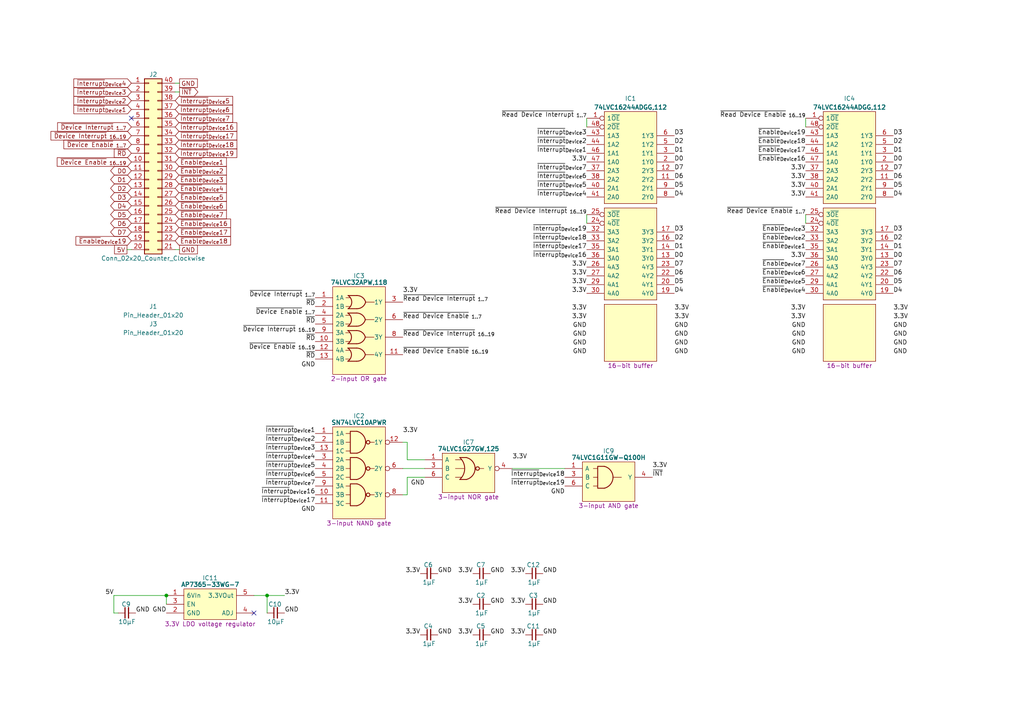
<source format=kicad_sch>
(kicad_sch
	(version 20250114)
	(generator "eeschema")
	(generator_version "9.0")
	(uuid "5ce90b85-49a2-4937-86c7-662b0d6f8431")
	(paper "A4")
	(title_block
		(title "Device Interrupts")
		(date "2023-12-04")
		(rev "V0")
	)
	(lib_symbols
		(symbol "Connector_Generic:Conn_02x20_Counter_Clockwise"
			(pin_names
				(offset 1.016)
				(hide yes)
			)
			(exclude_from_sim no)
			(in_bom yes)
			(on_board yes)
			(property "Reference" "J"
				(at 1.27 25.4 0)
				(effects
					(font
						(size 1.27 1.27)
					)
				)
			)
			(property "Value" "Conn_02x20_Counter_Clockwise"
				(at 1.27 -27.94 0)
				(effects
					(font
						(size 1.27 1.27)
					)
				)
			)
			(property "Footprint" ""
				(at 0 0 0)
				(effects
					(font
						(size 1.27 1.27)
					)
					(hide yes)
				)
			)
			(property "Datasheet" "~"
				(at 0 0 0)
				(effects
					(font
						(size 1.27 1.27)
					)
					(hide yes)
				)
			)
			(property "Description" "Generic connector, double row, 02x20, counter clockwise pin numbering scheme (similar to DIP package numbering), script generated (kicad-library-utils/schlib/autogen/connector/)"
				(at 0 0 0)
				(effects
					(font
						(size 1.27 1.27)
					)
					(hide yes)
				)
			)
			(property "ki_keywords" "connector"
				(at 0 0 0)
				(effects
					(font
						(size 1.27 1.27)
					)
					(hide yes)
				)
			)
			(property "ki_fp_filters" "Connector*:*_2x??_*"
				(at 0 0 0)
				(effects
					(font
						(size 1.27 1.27)
					)
					(hide yes)
				)
			)
			(symbol "Conn_02x20_Counter_Clockwise_1_1"
				(rectangle
					(start -1.27 24.13)
					(end 3.81 -26.67)
					(stroke
						(width 0.254)
						(type default)
					)
					(fill
						(type background)
					)
				)
				(rectangle
					(start -1.27 22.987)
					(end 0 22.733)
					(stroke
						(width 0.1524)
						(type default)
					)
					(fill
						(type none)
					)
				)
				(rectangle
					(start -1.27 20.447)
					(end 0 20.193)
					(stroke
						(width 0.1524)
						(type default)
					)
					(fill
						(type none)
					)
				)
				(rectangle
					(start -1.27 17.907)
					(end 0 17.653)
					(stroke
						(width 0.1524)
						(type default)
					)
					(fill
						(type none)
					)
				)
				(rectangle
					(start -1.27 15.367)
					(end 0 15.113)
					(stroke
						(width 0.1524)
						(type default)
					)
					(fill
						(type none)
					)
				)
				(rectangle
					(start -1.27 12.827)
					(end 0 12.573)
					(stroke
						(width 0.1524)
						(type default)
					)
					(fill
						(type none)
					)
				)
				(rectangle
					(start -1.27 10.287)
					(end 0 10.033)
					(stroke
						(width 0.1524)
						(type default)
					)
					(fill
						(type none)
					)
				)
				(rectangle
					(start -1.27 7.747)
					(end 0 7.493)
					(stroke
						(width 0.1524)
						(type default)
					)
					(fill
						(type none)
					)
				)
				(rectangle
					(start -1.27 5.207)
					(end 0 4.953)
					(stroke
						(width 0.1524)
						(type default)
					)
					(fill
						(type none)
					)
				)
				(rectangle
					(start -1.27 2.667)
					(end 0 2.413)
					(stroke
						(width 0.1524)
						(type default)
					)
					(fill
						(type none)
					)
				)
				(rectangle
					(start -1.27 0.127)
					(end 0 -0.127)
					(stroke
						(width 0.1524)
						(type default)
					)
					(fill
						(type none)
					)
				)
				(rectangle
					(start -1.27 -2.413)
					(end 0 -2.667)
					(stroke
						(width 0.1524)
						(type default)
					)
					(fill
						(type none)
					)
				)
				(rectangle
					(start -1.27 -4.953)
					(end 0 -5.207)
					(stroke
						(width 0.1524)
						(type default)
					)
					(fill
						(type none)
					)
				)
				(rectangle
					(start -1.27 -7.493)
					(end 0 -7.747)
					(stroke
						(width 0.1524)
						(type default)
					)
					(fill
						(type none)
					)
				)
				(rectangle
					(start -1.27 -10.033)
					(end 0 -10.287)
					(stroke
						(width 0.1524)
						(type default)
					)
					(fill
						(type none)
					)
				)
				(rectangle
					(start -1.27 -12.573)
					(end 0 -12.827)
					(stroke
						(width 0.1524)
						(type default)
					)
					(fill
						(type none)
					)
				)
				(rectangle
					(start -1.27 -15.113)
					(end 0 -15.367)
					(stroke
						(width 0.1524)
						(type default)
					)
					(fill
						(type none)
					)
				)
				(rectangle
					(start -1.27 -17.653)
					(end 0 -17.907)
					(stroke
						(width 0.1524)
						(type default)
					)
					(fill
						(type none)
					)
				)
				(rectangle
					(start -1.27 -20.193)
					(end 0 -20.447)
					(stroke
						(width 0.1524)
						(type default)
					)
					(fill
						(type none)
					)
				)
				(rectangle
					(start -1.27 -22.733)
					(end 0 -22.987)
					(stroke
						(width 0.1524)
						(type default)
					)
					(fill
						(type none)
					)
				)
				(rectangle
					(start -1.27 -25.273)
					(end 0 -25.527)
					(stroke
						(width 0.1524)
						(type default)
					)
					(fill
						(type none)
					)
				)
				(rectangle
					(start 3.81 22.987)
					(end 2.54 22.733)
					(stroke
						(width 0.1524)
						(type default)
					)
					(fill
						(type none)
					)
				)
				(rectangle
					(start 3.81 20.447)
					(end 2.54 20.193)
					(stroke
						(width 0.1524)
						(type default)
					)
					(fill
						(type none)
					)
				)
				(rectangle
					(start 3.81 17.907)
					(end 2.54 17.653)
					(stroke
						(width 0.1524)
						(type default)
					)
					(fill
						(type none)
					)
				)
				(rectangle
					(start 3.81 15.367)
					(end 2.54 15.113)
					(stroke
						(width 0.1524)
						(type default)
					)
					(fill
						(type none)
					)
				)
				(rectangle
					(start 3.81 12.827)
					(end 2.54 12.573)
					(stroke
						(width 0.1524)
						(type default)
					)
					(fill
						(type none)
					)
				)
				(rectangle
					(start 3.81 10.287)
					(end 2.54 10.033)
					(stroke
						(width 0.1524)
						(type default)
					)
					(fill
						(type none)
					)
				)
				(rectangle
					(start 3.81 7.747)
					(end 2.54 7.493)
					(stroke
						(width 0.1524)
						(type default)
					)
					(fill
						(type none)
					)
				)
				(rectangle
					(start 3.81 5.207)
					(end 2.54 4.953)
					(stroke
						(width 0.1524)
						(type default)
					)
					(fill
						(type none)
					)
				)
				(rectangle
					(start 3.81 2.667)
					(end 2.54 2.413)
					(stroke
						(width 0.1524)
						(type default)
					)
					(fill
						(type none)
					)
				)
				(rectangle
					(start 3.81 0.127)
					(end 2.54 -0.127)
					(stroke
						(width 0.1524)
						(type default)
					)
					(fill
						(type none)
					)
				)
				(rectangle
					(start 3.81 -2.413)
					(end 2.54 -2.667)
					(stroke
						(width 0.1524)
						(type default)
					)
					(fill
						(type none)
					)
				)
				(rectangle
					(start 3.81 -4.953)
					(end 2.54 -5.207)
					(stroke
						(width 0.1524)
						(type default)
					)
					(fill
						(type none)
					)
				)
				(rectangle
					(start 3.81 -7.493)
					(end 2.54 -7.747)
					(stroke
						(width 0.1524)
						(type default)
					)
					(fill
						(type none)
					)
				)
				(rectangle
					(start 3.81 -10.033)
					(end 2.54 -10.287)
					(stroke
						(width 0.1524)
						(type default)
					)
					(fill
						(type none)
					)
				)
				(rectangle
					(start 3.81 -12.573)
					(end 2.54 -12.827)
					(stroke
						(width 0.1524)
						(type default)
					)
					(fill
						(type none)
					)
				)
				(rectangle
					(start 3.81 -15.113)
					(end 2.54 -15.367)
					(stroke
						(width 0.1524)
						(type default)
					)
					(fill
						(type none)
					)
				)
				(rectangle
					(start 3.81 -17.653)
					(end 2.54 -17.907)
					(stroke
						(width 0.1524)
						(type default)
					)
					(fill
						(type none)
					)
				)
				(rectangle
					(start 3.81 -20.193)
					(end 2.54 -20.447)
					(stroke
						(width 0.1524)
						(type default)
					)
					(fill
						(type none)
					)
				)
				(rectangle
					(start 3.81 -22.733)
					(end 2.54 -22.987)
					(stroke
						(width 0.1524)
						(type default)
					)
					(fill
						(type none)
					)
				)
				(rectangle
					(start 3.81 -25.273)
					(end 2.54 -25.527)
					(stroke
						(width 0.1524)
						(type default)
					)
					(fill
						(type none)
					)
				)
				(pin passive line
					(at -5.08 22.86 0)
					(length 3.81)
					(name "Pin_1"
						(effects
							(font
								(size 1.27 1.27)
							)
						)
					)
					(number "1"
						(effects
							(font
								(size 1.27 1.27)
							)
						)
					)
				)
				(pin passive line
					(at -5.08 20.32 0)
					(length 3.81)
					(name "Pin_2"
						(effects
							(font
								(size 1.27 1.27)
							)
						)
					)
					(number "2"
						(effects
							(font
								(size 1.27 1.27)
							)
						)
					)
				)
				(pin passive line
					(at -5.08 17.78 0)
					(length 3.81)
					(name "Pin_3"
						(effects
							(font
								(size 1.27 1.27)
							)
						)
					)
					(number "3"
						(effects
							(font
								(size 1.27 1.27)
							)
						)
					)
				)
				(pin passive line
					(at -5.08 15.24 0)
					(length 3.81)
					(name "Pin_4"
						(effects
							(font
								(size 1.27 1.27)
							)
						)
					)
					(number "4"
						(effects
							(font
								(size 1.27 1.27)
							)
						)
					)
				)
				(pin passive line
					(at -5.08 12.7 0)
					(length 3.81)
					(name "Pin_5"
						(effects
							(font
								(size 1.27 1.27)
							)
						)
					)
					(number "5"
						(effects
							(font
								(size 1.27 1.27)
							)
						)
					)
				)
				(pin passive line
					(at -5.08 10.16 0)
					(length 3.81)
					(name "Pin_6"
						(effects
							(font
								(size 1.27 1.27)
							)
						)
					)
					(number "6"
						(effects
							(font
								(size 1.27 1.27)
							)
						)
					)
				)
				(pin passive line
					(at -5.08 7.62 0)
					(length 3.81)
					(name "Pin_7"
						(effects
							(font
								(size 1.27 1.27)
							)
						)
					)
					(number "7"
						(effects
							(font
								(size 1.27 1.27)
							)
						)
					)
				)
				(pin passive line
					(at -5.08 5.08 0)
					(length 3.81)
					(name "Pin_8"
						(effects
							(font
								(size 1.27 1.27)
							)
						)
					)
					(number "8"
						(effects
							(font
								(size 1.27 1.27)
							)
						)
					)
				)
				(pin passive line
					(at -5.08 2.54 0)
					(length 3.81)
					(name "Pin_9"
						(effects
							(font
								(size 1.27 1.27)
							)
						)
					)
					(number "9"
						(effects
							(font
								(size 1.27 1.27)
							)
						)
					)
				)
				(pin passive line
					(at -5.08 0 0)
					(length 3.81)
					(name "Pin_10"
						(effects
							(font
								(size 1.27 1.27)
							)
						)
					)
					(number "10"
						(effects
							(font
								(size 1.27 1.27)
							)
						)
					)
				)
				(pin passive line
					(at -5.08 -2.54 0)
					(length 3.81)
					(name "Pin_11"
						(effects
							(font
								(size 1.27 1.27)
							)
						)
					)
					(number "11"
						(effects
							(font
								(size 1.27 1.27)
							)
						)
					)
				)
				(pin passive line
					(at -5.08 -5.08 0)
					(length 3.81)
					(name "Pin_12"
						(effects
							(font
								(size 1.27 1.27)
							)
						)
					)
					(number "12"
						(effects
							(font
								(size 1.27 1.27)
							)
						)
					)
				)
				(pin passive line
					(at -5.08 -7.62 0)
					(length 3.81)
					(name "Pin_13"
						(effects
							(font
								(size 1.27 1.27)
							)
						)
					)
					(number "13"
						(effects
							(font
								(size 1.27 1.27)
							)
						)
					)
				)
				(pin passive line
					(at -5.08 -10.16 0)
					(length 3.81)
					(name "Pin_14"
						(effects
							(font
								(size 1.27 1.27)
							)
						)
					)
					(number "14"
						(effects
							(font
								(size 1.27 1.27)
							)
						)
					)
				)
				(pin passive line
					(at -5.08 -12.7 0)
					(length 3.81)
					(name "Pin_15"
						(effects
							(font
								(size 1.27 1.27)
							)
						)
					)
					(number "15"
						(effects
							(font
								(size 1.27 1.27)
							)
						)
					)
				)
				(pin passive line
					(at -5.08 -15.24 0)
					(length 3.81)
					(name "Pin_16"
						(effects
							(font
								(size 1.27 1.27)
							)
						)
					)
					(number "16"
						(effects
							(font
								(size 1.27 1.27)
							)
						)
					)
				)
				(pin passive line
					(at -5.08 -17.78 0)
					(length 3.81)
					(name "Pin_17"
						(effects
							(font
								(size 1.27 1.27)
							)
						)
					)
					(number "17"
						(effects
							(font
								(size 1.27 1.27)
							)
						)
					)
				)
				(pin passive line
					(at -5.08 -20.32 0)
					(length 3.81)
					(name "Pin_18"
						(effects
							(font
								(size 1.27 1.27)
							)
						)
					)
					(number "18"
						(effects
							(font
								(size 1.27 1.27)
							)
						)
					)
				)
				(pin passive line
					(at -5.08 -22.86 0)
					(length 3.81)
					(name "Pin_19"
						(effects
							(font
								(size 1.27 1.27)
							)
						)
					)
					(number "19"
						(effects
							(font
								(size 1.27 1.27)
							)
						)
					)
				)
				(pin passive line
					(at -5.08 -25.4 0)
					(length 3.81)
					(name "Pin_20"
						(effects
							(font
								(size 1.27 1.27)
							)
						)
					)
					(number "20"
						(effects
							(font
								(size 1.27 1.27)
							)
						)
					)
				)
				(pin passive line
					(at 7.62 22.86 180)
					(length 3.81)
					(name "Pin_40"
						(effects
							(font
								(size 1.27 1.27)
							)
						)
					)
					(number "40"
						(effects
							(font
								(size 1.27 1.27)
							)
						)
					)
				)
				(pin passive line
					(at 7.62 20.32 180)
					(length 3.81)
					(name "Pin_39"
						(effects
							(font
								(size 1.27 1.27)
							)
						)
					)
					(number "39"
						(effects
							(font
								(size 1.27 1.27)
							)
						)
					)
				)
				(pin passive line
					(at 7.62 17.78 180)
					(length 3.81)
					(name "Pin_38"
						(effects
							(font
								(size 1.27 1.27)
							)
						)
					)
					(number "38"
						(effects
							(font
								(size 1.27 1.27)
							)
						)
					)
				)
				(pin passive line
					(at 7.62 15.24 180)
					(length 3.81)
					(name "Pin_37"
						(effects
							(font
								(size 1.27 1.27)
							)
						)
					)
					(number "37"
						(effects
							(font
								(size 1.27 1.27)
							)
						)
					)
				)
				(pin passive line
					(at 7.62 12.7 180)
					(length 3.81)
					(name "Pin_36"
						(effects
							(font
								(size 1.27 1.27)
							)
						)
					)
					(number "36"
						(effects
							(font
								(size 1.27 1.27)
							)
						)
					)
				)
				(pin passive line
					(at 7.62 10.16 180)
					(length 3.81)
					(name "Pin_35"
						(effects
							(font
								(size 1.27 1.27)
							)
						)
					)
					(number "35"
						(effects
							(font
								(size 1.27 1.27)
							)
						)
					)
				)
				(pin passive line
					(at 7.62 7.62 180)
					(length 3.81)
					(name "Pin_34"
						(effects
							(font
								(size 1.27 1.27)
							)
						)
					)
					(number "34"
						(effects
							(font
								(size 1.27 1.27)
							)
						)
					)
				)
				(pin passive line
					(at 7.62 5.08 180)
					(length 3.81)
					(name "Pin_33"
						(effects
							(font
								(size 1.27 1.27)
							)
						)
					)
					(number "33"
						(effects
							(font
								(size 1.27 1.27)
							)
						)
					)
				)
				(pin passive line
					(at 7.62 2.54 180)
					(length 3.81)
					(name "Pin_32"
						(effects
							(font
								(size 1.27 1.27)
							)
						)
					)
					(number "32"
						(effects
							(font
								(size 1.27 1.27)
							)
						)
					)
				)
				(pin passive line
					(at 7.62 0 180)
					(length 3.81)
					(name "Pin_31"
						(effects
							(font
								(size 1.27 1.27)
							)
						)
					)
					(number "31"
						(effects
							(font
								(size 1.27 1.27)
							)
						)
					)
				)
				(pin passive line
					(at 7.62 -2.54 180)
					(length 3.81)
					(name "Pin_30"
						(effects
							(font
								(size 1.27 1.27)
							)
						)
					)
					(number "30"
						(effects
							(font
								(size 1.27 1.27)
							)
						)
					)
				)
				(pin passive line
					(at 7.62 -5.08 180)
					(length 3.81)
					(name "Pin_29"
						(effects
							(font
								(size 1.27 1.27)
							)
						)
					)
					(number "29"
						(effects
							(font
								(size 1.27 1.27)
							)
						)
					)
				)
				(pin passive line
					(at 7.62 -7.62 180)
					(length 3.81)
					(name "Pin_28"
						(effects
							(font
								(size 1.27 1.27)
							)
						)
					)
					(number "28"
						(effects
							(font
								(size 1.27 1.27)
							)
						)
					)
				)
				(pin passive line
					(at 7.62 -10.16 180)
					(length 3.81)
					(name "Pin_27"
						(effects
							(font
								(size 1.27 1.27)
							)
						)
					)
					(number "27"
						(effects
							(font
								(size 1.27 1.27)
							)
						)
					)
				)
				(pin passive line
					(at 7.62 -12.7 180)
					(length 3.81)
					(name "Pin_26"
						(effects
							(font
								(size 1.27 1.27)
							)
						)
					)
					(number "26"
						(effects
							(font
								(size 1.27 1.27)
							)
						)
					)
				)
				(pin passive line
					(at 7.62 -15.24 180)
					(length 3.81)
					(name "Pin_25"
						(effects
							(font
								(size 1.27 1.27)
							)
						)
					)
					(number "25"
						(effects
							(font
								(size 1.27 1.27)
							)
						)
					)
				)
				(pin passive line
					(at 7.62 -17.78 180)
					(length 3.81)
					(name "Pin_24"
						(effects
							(font
								(size 1.27 1.27)
							)
						)
					)
					(number "24"
						(effects
							(font
								(size 1.27 1.27)
							)
						)
					)
				)
				(pin passive line
					(at 7.62 -20.32 180)
					(length 3.81)
					(name "Pin_23"
						(effects
							(font
								(size 1.27 1.27)
							)
						)
					)
					(number "23"
						(effects
							(font
								(size 1.27 1.27)
							)
						)
					)
				)
				(pin passive line
					(at 7.62 -22.86 180)
					(length 3.81)
					(name "Pin_22"
						(effects
							(font
								(size 1.27 1.27)
							)
						)
					)
					(number "22"
						(effects
							(font
								(size 1.27 1.27)
							)
						)
					)
				)
				(pin passive line
					(at 7.62 -25.4 180)
					(length 3.81)
					(name "Pin_21"
						(effects
							(font
								(size 1.27 1.27)
							)
						)
					)
					(number "21"
						(effects
							(font
								(size 1.27 1.27)
							)
						)
					)
				)
			)
			(embedded_fonts no)
		)
		(symbol "Diodes_Inc:AP7365-33WG-7"
			(pin_names
				(offset 0.762)
			)
			(exclude_from_sim no)
			(in_bom yes)
			(on_board yes)
			(property "Reference" "IC"
				(at 12.7 5.08 0)
				(effects
					(font
						(size 1.27 1.27)
					)
				)
			)
			(property "Value" "AP7365-33WG-7"
				(at 12.7 3.175 0)
				(effects
					(font
						(size 1.27 1.27)
						(bold yes)
					)
				)
			)
			(property "Footprint" "SamacSys_Parts:SOT95P285X130-5N"
				(at 21.59 -14.605 0)
				(effects
					(font
						(size 1.27 1.27)
					)
					(justify left)
					(hide yes)
				)
			)
			(property "Datasheet" "https://componentsearchengine.com/Datasheets/1/AP7365-33WG-7.pdf"
				(at 21.59 -17.145 0)
				(effects
					(font
						(size 1.27 1.27)
					)
					(justify left)
					(hide yes)
				)
			)
			(property "Description" "3.3V LDO voltage regulator"
				(at 12.7 -8.255 0)
				(effects
					(font
						(size 1.27 1.27)
					)
				)
			)
			(property "Height" "1.3"
				(at 21.59 -19.685 0)
				(effects
					(font
						(size 1.27 1.27)
					)
					(justify left)
					(hide yes)
				)
			)
			(property "Manufacturer_Name" "Diodes Inc."
				(at 21.59 -22.225 0)
				(effects
					(font
						(size 1.27 1.27)
					)
					(justify left)
					(hide yes)
				)
			)
			(property "Manufacturer_Part_Number" "AP7365-33WG-7"
				(at 21.59 -24.765 0)
				(effects
					(font
						(size 1.27 1.27)
					)
					(justify left)
					(hide yes)
				)
			)
			(property "Mouser Part Number" "621-AP7365-33WG-7"
				(at 21.59 -27.305 0)
				(effects
					(font
						(size 1.27 1.27)
					)
					(justify left)
					(hide yes)
				)
			)
			(property "Mouser Price/Stock" "https://www.mouser.co.uk/ProductDetail/Diodes-Incorporated/AP7365-33WG-7?qs=abZ1nkZpTuOZFvxvoFPL0w%3D%3D"
				(at 21.59 -29.845 0)
				(effects
					(font
						(size 1.27 1.27)
					)
					(justify left)
					(hide yes)
				)
			)
			(property "Arrow Part Number" "AP7365-33WG-7"
				(at 21.59 -32.385 0)
				(effects
					(font
						(size 1.27 1.27)
					)
					(justify left)
					(hide yes)
				)
			)
			(property "Arrow Price/Stock" "https://www.arrow.com/en/products/ap7365-33wg-7/diodes-incorporated?region=nac"
				(at 21.59 -34.925 0)
				(effects
					(font
						(size 1.27 1.27)
					)
					(justify left)
					(hide yes)
				)
			)
			(property "Silkscreen" "AP7365"
				(at 21.59 -12.065 0)
				(effects
					(font
						(size 1.27 1.27)
					)
					(justify left)
					(hide yes)
				)
			)
			(symbol "AP7365-33WG-7_0_0"
				(pin input line
					(at 0 -2.54 0)
					(length 5.08)
					(name "EN"
						(effects
							(font
								(size 1.27 1.27)
							)
						)
					)
					(number "3"
						(effects
							(font
								(size 1.27 1.27)
							)
						)
					)
				)
				(pin passive line
					(at 0 -5.08 0)
					(length 5.08)
					(name "GND"
						(effects
							(font
								(size 1.27 1.27)
							)
						)
					)
					(number "2"
						(effects
							(font
								(size 1.27 1.27)
							)
						)
					)
				)
				(pin passive line
					(at 25.4 -5.08 180)
					(length 5.08)
					(name "ADJ"
						(effects
							(font
								(size 1.27 1.27)
							)
						)
					)
					(number "4"
						(effects
							(font
								(size 1.27 1.27)
							)
						)
					)
				)
			)
			(symbol "AP7365-33WG-7_0_1"
				(polyline
					(pts
						(xy 5.08 1.905) (xy 20.32 1.905) (xy 20.32 -6.985) (xy 5.08 -6.985) (xy 5.08 1.905)
					)
					(stroke
						(width 0)
						(type default)
					)
					(fill
						(type background)
					)
				)
			)
			(symbol "AP7365-33WG-7_1_0"
				(pin passive line
					(at 0 0 0)
					(length 5.08)
					(name "6VIn"
						(effects
							(font
								(size 1.27 1.27)
							)
						)
					)
					(number "1"
						(effects
							(font
								(size 1.27 1.27)
							)
						)
					)
				)
				(pin passive line
					(at 25.4 0 180)
					(length 5.08)
					(name "3.3VOut"
						(effects
							(font
								(size 1.27 1.27)
							)
						)
					)
					(number "5"
						(effects
							(font
								(size 1.27 1.27)
							)
						)
					)
				)
			)
			(embedded_fonts no)
		)
		(symbol "HCP65:C_0805"
			(pin_numbers
				(hide yes)
			)
			(pin_names
				(offset 0.254)
				(hide yes)
			)
			(exclude_from_sim no)
			(in_bom yes)
			(on_board yes)
			(property "Reference" "C"
				(at 2.286 2.54 0)
				(effects
					(font
						(size 1.27 1.27)
					)
				)
			)
			(property "Value" "?μF"
				(at 2.54 -2.54 0)
				(effects
					(font
						(size 1.27 1.27)
					)
				)
			)
			(property "Footprint" "SamacSys_Parts:C_0805"
				(at 16.764 -7.62 0)
				(effects
					(font
						(size 1.27 1.27)
					)
					(hide yes)
				)
			)
			(property "Datasheet" ""
				(at 2.2225 0.3175 90)
				(effects
					(font
						(size 1.27 1.27)
					)
					(hide yes)
				)
			)
			(property "Description" ""
				(at 0 0 0)
				(effects
					(font
						(size 1.27 1.27)
					)
					(hide yes)
				)
			)
			(property "ki_keywords" "capacitor cap"
				(at 0 0 0)
				(effects
					(font
						(size 1.27 1.27)
					)
					(hide yes)
				)
			)
			(property "ki_fp_filters" "C_*"
				(at 0 0 0)
				(effects
					(font
						(size 1.27 1.27)
					)
					(hide yes)
				)
			)
			(symbol "C_0805_0_1"
				(polyline
					(pts
						(xy 1.9685 -1.4605) (xy 1.9685 1.5875)
					)
					(stroke
						(width 0.3048)
						(type default)
					)
					(fill
						(type none)
					)
				)
				(polyline
					(pts
						(xy 2.9845 -1.4605) (xy 2.9845 1.5875)
					)
					(stroke
						(width 0.3302)
						(type default)
					)
					(fill
						(type none)
					)
				)
			)
			(symbol "C_0805_1_1"
				(pin passive line
					(at 0 0 0)
					(length 2.032)
					(name "~"
						(effects
							(font
								(size 1.27 1.27)
							)
						)
					)
					(number "1"
						(effects
							(font
								(size 1.27 1.27)
							)
						)
					)
				)
				(pin passive line
					(at 5.08 0 180)
					(length 2.032)
					(name "~"
						(effects
							(font
								(size 1.27 1.27)
							)
						)
					)
					(number "2"
						(effects
							(font
								(size 1.27 1.27)
							)
						)
					)
				)
			)
			(embedded_fonts no)
		)
		(symbol "HCP65:Pin_Header_01x32"
			(pin_names
				(offset 1.016)
				(hide yes)
			)
			(exclude_from_sim no)
			(in_bom yes)
			(on_board yes)
			(property "Reference" "J"
				(at 0 1.27 0)
				(effects
					(font
						(size 1.27 1.27)
					)
				)
			)
			(property "Value" "Pin_Header_01x32"
				(at 0 -1.27 0)
				(effects
					(font
						(size 1.27 1.27)
					)
				)
			)
			(property "Footprint" "SamacSys_Parts:PinHeader_1x32_P2.54mm_Vertical"
				(at 0 -3.81 0)
				(effects
					(font
						(size 1.27 1.27)
					)
					(hide yes)
				)
			)
			(property "Datasheet" "~"
				(at -5.08 0 0)
				(effects
					(font
						(size 1.27 1.27)
					)
					(hide yes)
				)
			)
			(property "Description" ""
				(at 0 0 0)
				(effects
					(font
						(size 1.27 1.27)
					)
					(hide yes)
				)
			)
			(property "ki_fp_filters" "Connector*:*_1x??_*"
				(at 0 0 0)
				(effects
					(font
						(size 1.27 1.27)
					)
					(hide yes)
				)
			)
			(embedded_fonts no)
		)
		(symbol "Nexperia:74LVC16244ADGG,112"
			(pin_names
				(offset 0.762)
			)
			(exclude_from_sim no)
			(in_bom yes)
			(on_board yes)
			(property "Reference" "IC"
				(at 12.7 5.715 0)
				(effects
					(font
						(size 1.27 1.27)
					)
				)
			)
			(property "Value" "74LVC16244ADGG,112"
				(at 12.7 3.175 0)
				(effects
					(font
						(size 1.27 1.27)
						(bold yes)
					)
				)
			)
			(property "Footprint" "SamacSys_Parts:74LVC16244ADGG112"
				(at 24.13 -85.09 0)
				(effects
					(font
						(size 1.27 1.27)
					)
					(justify left)
					(hide yes)
				)
			)
			(property "Datasheet" "https://assets.nexperia.com/documents/data-sheet/74LVC_LVCH16244A.pdf"
				(at 24.13 -87.63 0)
				(effects
					(font
						(size 1.27 1.27)
					)
					(justify left)
					(hide yes)
				)
			)
			(property "Description" "16-bit buffer"
				(at 12.7 -71.755 0)
				(effects
					(font
						(size 1.27 1.27)
					)
				)
			)
			(property "Height" "1.2"
				(at 24.13 -92.71 0)
				(effects
					(font
						(size 1.27 1.27)
					)
					(justify left)
					(hide yes)
				)
			)
			(property "Manufacturer_Name" "Nexperia"
				(at 24.13 -95.25 0)
				(effects
					(font
						(size 1.27 1.27)
					)
					(justify left)
					(hide yes)
				)
			)
			(property "Manufacturer_Part_Number" "74LVC16244ADGG,112"
				(at 24.13 -97.79 0)
				(effects
					(font
						(size 1.27 1.27)
					)
					(justify left)
					(hide yes)
				)
			)
			(property "Mouser Part Number" "771-74LVC16244DG"
				(at 24.13 -100.33 0)
				(effects
					(font
						(size 1.27 1.27)
					)
					(justify left)
					(hide yes)
				)
			)
			(property "Mouser Price/Stock" "https://www.mouser.co.uk/ProductDetail/Nexperia/74LVC16244ADGG112?qs=qAI9lz2tHCO4%252BdMkKmxvXA%3D%3D"
				(at 24.13 -102.87 0)
				(effects
					(font
						(size 1.27 1.27)
					)
					(justify left)
					(hide yes)
				)
			)
			(property "Silkscreen" "74LVC16244"
				(at 12.7 -74.295 0)
				(effects
					(font
						(size 1.27 1.27)
					)
					(hide yes)
				)
			)
			(symbol "74LVC16244ADGG,112_0_0"
				(pin input inverted
					(at 0 0 0)
					(length 5.08)
					(name "1~{OE}"
						(effects
							(font
								(size 1.27 1.27)
							)
						)
					)
					(number "1"
						(effects
							(font
								(size 1.27 1.27)
							)
						)
					)
				)
				(pin input inverted
					(at 0 -2.54 0)
					(length 5.08)
					(name "2~{OE}"
						(effects
							(font
								(size 1.27 1.27)
							)
						)
					)
					(number "48"
						(effects
							(font
								(size 1.27 1.27)
							)
						)
					)
				)
				(pin input line
					(at 0 -5.08 0)
					(length 5.08)
					(name "1A3"
						(effects
							(font
								(size 1.27 1.27)
							)
						)
					)
					(number "43"
						(effects
							(font
								(size 1.27 1.27)
							)
						)
					)
				)
				(pin input line
					(at 0 -7.62 0)
					(length 5.08)
					(name "1A2"
						(effects
							(font
								(size 1.27 1.27)
							)
						)
					)
					(number "44"
						(effects
							(font
								(size 1.27 1.27)
							)
						)
					)
				)
				(pin input line
					(at 0 -10.16 0)
					(length 5.08)
					(name "1A1"
						(effects
							(font
								(size 1.27 1.27)
							)
						)
					)
					(number "46"
						(effects
							(font
								(size 1.27 1.27)
							)
						)
					)
				)
				(pin input line
					(at 0 -12.7 0)
					(length 5.08)
					(name "1A0"
						(effects
							(font
								(size 1.27 1.27)
							)
						)
					)
					(number "47"
						(effects
							(font
								(size 1.27 1.27)
							)
						)
					)
				)
				(pin input line
					(at 0 -15.24 0)
					(length 5.08)
					(name "2A3"
						(effects
							(font
								(size 1.27 1.27)
							)
						)
					)
					(number "37"
						(effects
							(font
								(size 1.27 1.27)
							)
						)
					)
				)
				(pin input line
					(at 0 -17.78 0)
					(length 5.08)
					(name "2A2"
						(effects
							(font
								(size 1.27 1.27)
							)
						)
					)
					(number "38"
						(effects
							(font
								(size 1.27 1.27)
							)
						)
					)
				)
				(pin input line
					(at 0 -20.32 0)
					(length 5.08)
					(name "2A1"
						(effects
							(font
								(size 1.27 1.27)
							)
						)
					)
					(number "40"
						(effects
							(font
								(size 1.27 1.27)
							)
						)
					)
				)
				(pin input inverted
					(at 0 -27.94 0)
					(length 5.08)
					(name "3~{OE}"
						(effects
							(font
								(size 1.27 1.27)
							)
						)
					)
					(number "25"
						(effects
							(font
								(size 1.27 1.27)
							)
						)
					)
				)
				(pin input inverted
					(at 0 -30.48 0)
					(length 5.08)
					(name "4~{OE}"
						(effects
							(font
								(size 1.27 1.27)
							)
						)
					)
					(number "24"
						(effects
							(font
								(size 1.27 1.27)
							)
						)
					)
				)
				(pin input line
					(at 0 -33.02 0)
					(length 5.08)
					(name "3A3"
						(effects
							(font
								(size 1.27 1.27)
							)
						)
					)
					(number "32"
						(effects
							(font
								(size 1.27 1.27)
							)
						)
					)
				)
				(pin input line
					(at 0 -35.56 0)
					(length 5.08)
					(name "3A2"
						(effects
							(font
								(size 1.27 1.27)
							)
						)
					)
					(number "33"
						(effects
							(font
								(size 1.27 1.27)
							)
						)
					)
				)
				(pin input line
					(at 0 -38.1 0)
					(length 5.08)
					(name "3A1"
						(effects
							(font
								(size 1.27 1.27)
							)
						)
					)
					(number "35"
						(effects
							(font
								(size 1.27 1.27)
							)
						)
					)
				)
				(pin input line
					(at 0 -40.64 0)
					(length 5.08)
					(name "3A0"
						(effects
							(font
								(size 1.27 1.27)
							)
						)
					)
					(number "36"
						(effects
							(font
								(size 1.27 1.27)
							)
						)
					)
				)
				(pin input line
					(at 0 -43.18 0)
					(length 5.08)
					(name "4A3"
						(effects
							(font
								(size 1.27 1.27)
							)
						)
					)
					(number "26"
						(effects
							(font
								(size 1.27 1.27)
							)
						)
					)
				)
				(pin input line
					(at 0 -45.72 0)
					(length 5.08)
					(name "4A2"
						(effects
							(font
								(size 1.27 1.27)
							)
						)
					)
					(number "27"
						(effects
							(font
								(size 1.27 1.27)
							)
						)
					)
				)
				(pin input line
					(at 0 -48.26 0)
					(length 5.08)
					(name "4A1"
						(effects
							(font
								(size 1.27 1.27)
							)
						)
					)
					(number "29"
						(effects
							(font
								(size 1.27 1.27)
							)
						)
					)
				)
				(pin input line
					(at 0 -50.8 0)
					(length 5.08)
					(name "4A0"
						(effects
							(font
								(size 1.27 1.27)
							)
						)
					)
					(number "30"
						(effects
							(font
								(size 1.27 1.27)
							)
						)
					)
				)
				(pin tri_state line
					(at 25.4 -5.08 180)
					(length 5.08)
					(name "1Y3"
						(effects
							(font
								(size 1.27 1.27)
							)
						)
					)
					(number "6"
						(effects
							(font
								(size 1.27 1.27)
							)
						)
					)
				)
				(pin tri_state line
					(at 25.4 -7.62 180)
					(length 5.08)
					(name "1Y2"
						(effects
							(font
								(size 1.27 1.27)
							)
						)
					)
					(number "5"
						(effects
							(font
								(size 1.27 1.27)
							)
						)
					)
				)
				(pin tri_state line
					(at 25.4 -10.16 180)
					(length 5.08)
					(name "1Y1"
						(effects
							(font
								(size 1.27 1.27)
							)
						)
					)
					(number "3"
						(effects
							(font
								(size 1.27 1.27)
							)
						)
					)
				)
				(pin tri_state line
					(at 25.4 -12.7 180)
					(length 5.08)
					(name "1Y0"
						(effects
							(font
								(size 1.27 1.27)
							)
						)
					)
					(number "2"
						(effects
							(font
								(size 1.27 1.27)
							)
						)
					)
				)
				(pin tri_state line
					(at 25.4 -15.24 180)
					(length 5.08)
					(name "2Y3"
						(effects
							(font
								(size 1.27 1.27)
							)
						)
					)
					(number "12"
						(effects
							(font
								(size 1.27 1.27)
							)
						)
					)
				)
				(pin tri_state line
					(at 25.4 -17.78 180)
					(length 5.08)
					(name "2Y2"
						(effects
							(font
								(size 1.27 1.27)
							)
						)
					)
					(number "11"
						(effects
							(font
								(size 1.27 1.27)
							)
						)
					)
				)
				(pin tri_state line
					(at 25.4 -20.32 180)
					(length 5.08)
					(name "2Y1"
						(effects
							(font
								(size 1.27 1.27)
							)
						)
					)
					(number "9"
						(effects
							(font
								(size 1.27 1.27)
							)
						)
					)
				)
				(pin tri_state line
					(at 25.4 -22.86 180)
					(length 5.08)
					(name "2Y0"
						(effects
							(font
								(size 1.27 1.27)
							)
						)
					)
					(number "8"
						(effects
							(font
								(size 1.27 1.27)
							)
						)
					)
				)
				(pin tri_state line
					(at 25.4 -35.56 180)
					(length 5.08)
					(name "3Y2"
						(effects
							(font
								(size 1.27 1.27)
							)
						)
					)
					(number "16"
						(effects
							(font
								(size 1.27 1.27)
							)
						)
					)
				)
				(pin tri_state line
					(at 25.4 -38.1 180)
					(length 5.08)
					(name "3Y1"
						(effects
							(font
								(size 1.27 1.27)
							)
						)
					)
					(number "14"
						(effects
							(font
								(size 1.27 1.27)
							)
						)
					)
				)
				(pin tri_state line
					(at 25.4 -40.64 180)
					(length 5.08)
					(name "3Y0"
						(effects
							(font
								(size 1.27 1.27)
							)
						)
					)
					(number "13"
						(effects
							(font
								(size 1.27 1.27)
							)
						)
					)
				)
				(pin tri_state line
					(at 25.4 -43.18 180)
					(length 5.08)
					(name "4Y3"
						(effects
							(font
								(size 1.27 1.27)
							)
						)
					)
					(number "23"
						(effects
							(font
								(size 1.27 1.27)
							)
						)
					)
				)
				(pin tri_state line
					(at 25.4 -45.72 180)
					(length 5.08)
					(name "4Y2"
						(effects
							(font
								(size 1.27 1.27)
							)
						)
					)
					(number "22"
						(effects
							(font
								(size 1.27 1.27)
							)
						)
					)
				)
				(pin tri_state line
					(at 25.4 -48.26 180)
					(length 5.08)
					(name "4Y1"
						(effects
							(font
								(size 1.27 1.27)
							)
						)
					)
					(number "20"
						(effects
							(font
								(size 1.27 1.27)
							)
						)
					)
				)
				(pin tri_state line
					(at 25.4 -50.8 180)
					(length 5.08)
					(name "4Y0"
						(effects
							(font
								(size 1.27 1.27)
							)
						)
					)
					(number "19"
						(effects
							(font
								(size 1.27 1.27)
							)
						)
					)
				)
			)
			(symbol "74LVC16244ADGG,112_0_1"
				(polyline
					(pts
						(xy 5.08 1.905) (xy 20.32 1.905) (xy 20.32 -24.765) (xy 5.08 -24.765) (xy 5.08 1.905)
					)
					(stroke
						(width 0.1524)
						(type default)
					)
					(fill
						(type background)
					)
				)
				(polyline
					(pts
						(xy 5.08 -26.035) (xy 20.32 -26.035) (xy 20.32 -52.705) (xy 5.08 -52.705) (xy 5.08 -26.035)
					)
					(stroke
						(width 0.1524)
						(type default)
					)
					(fill
						(type background)
					)
				)
				(polyline
					(pts
						(xy 5.08 -53.975) (xy 20.32 -53.975) (xy 20.32 -70.485) (xy 5.08 -70.485) (xy 5.08 -53.975)
					)
					(stroke
						(width 0.1524)
						(type default)
					)
					(fill
						(type background)
					)
				)
			)
			(symbol "74LVC16244ADGG,112_1_0"
				(pin input line
					(at 0 -22.86 0)
					(length 5.08)
					(name "2A0"
						(effects
							(font
								(size 1.27 1.27)
							)
						)
					)
					(number "41"
						(effects
							(font
								(size 1.27 1.27)
							)
						)
					)
				)
				(pin passive line
					(at 0 -55.88 0)
					(length 5.08)
					(hide yes)
					(name "3V"
						(effects
							(font
								(size 1.27 1.27)
							)
						)
					)
					(number "7"
						(effects
							(font
								(size 1.27 1.27)
							)
						)
					)
				)
				(pin passive line
					(at 0 -58.42 0)
					(length 5.08)
					(hide yes)
					(name "3V"
						(effects
							(font
								(size 1.27 1.27)
							)
						)
					)
					(number "18"
						(effects
							(font
								(size 1.27 1.27)
							)
						)
					)
				)
				(pin passive line
					(at 0 -60.96 0)
					(length 5.08)
					(hide yes)
					(name "GND"
						(effects
							(font
								(size 1.27 1.27)
							)
						)
					)
					(number "4"
						(effects
							(font
								(size 1.27 1.27)
							)
						)
					)
				)
				(pin passive line
					(at 0 -63.5 0)
					(length 5.08)
					(hide yes)
					(name "GND"
						(effects
							(font
								(size 1.27 1.27)
							)
						)
					)
					(number "10"
						(effects
							(font
								(size 1.27 1.27)
							)
						)
					)
				)
				(pin passive line
					(at 0 -66.04 0)
					(length 5.08)
					(hide yes)
					(name "GND"
						(effects
							(font
								(size 1.27 1.27)
							)
						)
					)
					(number "15"
						(effects
							(font
								(size 1.27 1.27)
							)
						)
					)
				)
				(pin passive line
					(at 0 -68.58 0)
					(length 5.08)
					(hide yes)
					(name "GND"
						(effects
							(font
								(size 1.27 1.27)
							)
						)
					)
					(number "21"
						(effects
							(font
								(size 1.27 1.27)
							)
						)
					)
				)
				(pin tri_state line
					(at 25.4 -33.02 180)
					(length 5.08)
					(name "3Y3"
						(effects
							(font
								(size 1.27 1.27)
							)
						)
					)
					(number "17"
						(effects
							(font
								(size 1.27 1.27)
							)
						)
					)
				)
				(pin passive line
					(at 25.4 -55.88 180)
					(length 5.08)
					(hide yes)
					(name "3V"
						(effects
							(font
								(size 1.27 1.27)
							)
						)
					)
					(number "42"
						(effects
							(font
								(size 1.27 1.27)
							)
						)
					)
				)
				(pin passive line
					(at 25.4 -58.42 180)
					(length 5.08)
					(hide yes)
					(name "3V"
						(effects
							(font
								(size 1.27 1.27)
							)
						)
					)
					(number "31"
						(effects
							(font
								(size 1.27 1.27)
							)
						)
					)
				)
				(pin passive line
					(at 25.4 -60.96 180)
					(length 5.08)
					(hide yes)
					(name "GND"
						(effects
							(font
								(size 1.27 1.27)
							)
						)
					)
					(number "45"
						(effects
							(font
								(size 1.27 1.27)
							)
						)
					)
				)
				(pin passive line
					(at 25.4 -63.5 180)
					(length 5.08)
					(hide yes)
					(name "GND"
						(effects
							(font
								(size 1.27 1.27)
							)
						)
					)
					(number "39"
						(effects
							(font
								(size 1.27 1.27)
							)
						)
					)
				)
				(pin passive line
					(at 25.4 -66.04 180)
					(length 5.08)
					(hide yes)
					(name "GND"
						(effects
							(font
								(size 1.27 1.27)
							)
						)
					)
					(number "34"
						(effects
							(font
								(size 1.27 1.27)
							)
						)
					)
				)
				(pin passive line
					(at 25.4 -68.58 180)
					(length 5.08)
					(hide yes)
					(name "GND"
						(effects
							(font
								(size 1.27 1.27)
							)
						)
					)
					(number "28"
						(effects
							(font
								(size 1.27 1.27)
							)
						)
					)
				)
			)
			(embedded_fonts no)
		)
		(symbol "Nexperia:74LVC1G11GW-Q100H"
			(pin_names
				(offset 0.762)
			)
			(exclude_from_sim no)
			(in_bom yes)
			(on_board yes)
			(property "Reference" "IC"
				(at 12.7 5.08 0)
				(effects
					(font
						(size 1.27 1.27)
					)
				)
			)
			(property "Value" "74LVC1G11GW-Q100H"
				(at 12.7 3.175 0)
				(effects
					(font
						(size 1.27 1.27)
						(bold yes)
					)
				)
			)
			(property "Footprint" "SamacSys_Parts:SOP65P210X110-6N"
				(at 23.495 -18.415 0)
				(effects
					(font
						(size 1.27 1.27)
					)
					(justify left)
					(hide yes)
				)
			)
			(property "Datasheet" "https://assets.nexperia.com/documents/data-sheet/74LVC1G11_Q100.pdf"
				(at 23.495 -20.955 0)
				(effects
					(font
						(size 1.27 1.27)
					)
					(justify left)
					(hide yes)
				)
			)
			(property "Description" "3-input AND gate"
				(at 12.7 -10.795 0)
				(effects
					(font
						(size 1.27 1.27)
					)
				)
			)
			(property "Height" "1.1"
				(at 21.59 -5.08 0)
				(effects
					(font
						(size 1.27 1.27)
					)
					(justify left)
					(hide yes)
				)
			)
			(property "Manufacturer_Name" "Nexperia"
				(at 21.59 -7.62 0)
				(effects
					(font
						(size 1.27 1.27)
					)
					(justify left)
					(hide yes)
				)
			)
			(property "Manufacturer_Part_Number" "74LVC1G11GW-Q100H"
				(at 23.495 -31.115 0)
				(effects
					(font
						(size 1.27 1.27)
					)
					(justify left)
					(hide yes)
				)
			)
			(property "Mouser Part Number" "771-74LVC1G11GWQ100H"
				(at 23.495 -33.655 0)
				(effects
					(font
						(size 1.27 1.27)
					)
					(justify left)
					(hide yes)
				)
			)
			(property "Mouser Price/Stock" "https://www.mouser.co.uk/ProductDetail/Nexperia/74LVC1G11GW-Q100H?qs=cbprxTG2Yq8FEeh2WZ6ztg%3D%3D"
				(at 23.495 -36.195 0)
				(effects
					(font
						(size 1.27 1.27)
					)
					(justify left)
					(hide yes)
				)
			)
			(property "Silkscreen" "'1G11"
				(at 26.035 -15.875 0)
				(effects
					(font
						(size 1.27 1.27)
					)
					(hide yes)
				)
			)
			(property "Garbage" "74LVC1G11-Q100 - Single 3-input AND gate@en-us"
				(at 0 0 0)
				(effects
					(font
						(size 1.27 1.27)
					)
					(hide yes)
				)
			)
			(symbol "74LVC1G11GW-Q100H_0_0"
				(pin input line
					(at 0 0 0)
					(length 5.08)
					(name "A"
						(effects
							(font
								(size 1.27 1.27)
							)
						)
					)
					(number "1"
						(effects
							(font
								(size 1.27 1.27)
							)
						)
					)
				)
				(pin input line
					(at 0 -2.54 0)
					(length 5.08)
					(name "B"
						(effects
							(font
								(size 1.27 1.27)
							)
						)
					)
					(number "3"
						(effects
							(font
								(size 1.27 1.27)
							)
						)
					)
				)
				(pin input line
					(at 0 -5.08 0)
					(length 5.08)
					(name "C"
						(effects
							(font
								(size 1.27 1.27)
							)
						)
					)
					(number "6"
						(effects
							(font
								(size 1.27 1.27)
							)
						)
					)
				)
				(pin output line
					(at 25.4 -2.54 180)
					(length 5.08)
					(name "Y"
						(effects
							(font
								(size 1.27 1.27)
							)
						)
					)
					(number "4"
						(effects
							(font
								(size 1.27 1.27)
							)
						)
					)
				)
			)
			(symbol "74LVC1G11GW-Q100H_0_1"
				(polyline
					(pts
						(xy 5.08 1.905) (xy 20.32 1.905) (xy 20.32 -9.525) (xy 5.08 -9.525) (xy 5.08 1.905)
					)
					(stroke
						(width 0.1524)
						(type default)
					)
					(fill
						(type background)
					)
				)
				(polyline
					(pts
						(xy 8.255 0) (xy 9.5249 0)
					)
					(stroke
						(width 0)
						(type default)
					)
					(fill
						(type none)
					)
				)
				(polyline
					(pts
						(xy 8.255 -2.54) (xy 9.5249 -2.54)
					)
					(stroke
						(width 0)
						(type default)
					)
					(fill
						(type none)
					)
				)
				(polyline
					(pts
						(xy 8.255 -5.08) (xy 9.5249 -5.08)
					)
					(stroke
						(width 0)
						(type default)
					)
					(fill
						(type none)
					)
				)
				(polyline
					(pts
						(xy 9.525 0.635) (xy 9.525 -5.715)
					)
					(stroke
						(width 0.254)
						(type default)
					)
					(fill
						(type background)
					)
				)
				(arc
					(start 13.97 -2.54)
					(mid 13.2459 -4.5643)
					(end 11.43 -5.715)
					(stroke
						(width 0.254)
						(type default)
					)
					(fill
						(type none)
					)
				)
				(arc
					(start 11.43 0.635)
					(mid 13.2468 -0.5149)
					(end 13.97 -2.54)
					(stroke
						(width 0.254)
						(type default)
					)
					(fill
						(type none)
					)
				)
				(polyline
					(pts
						(xy 11.43 0.635) (xy 9.613 0.635)
					)
					(stroke
						(width 0.254)
						(type default)
					)
					(fill
						(type background)
					)
				)
				(polyline
					(pts
						(xy 11.43 -5.715) (xy 9.613 -5.715)
					)
					(stroke
						(width 0.254)
						(type default)
					)
					(fill
						(type background)
					)
				)
				(polyline
					(pts
						(xy 13.97 -2.54) (xy 16.422 -2.54)
					)
					(stroke
						(width 0)
						(type default)
					)
					(fill
						(type none)
					)
				)
			)
			(symbol "74LVC1G11GW-Q100H_1_0"
				(pin passive line
					(at 0 -7.62 0)
					(length 5.08)
					(hide yes)
					(name "GND"
						(effects
							(font
								(size 1.27 1.27)
							)
						)
					)
					(number "2"
						(effects
							(font
								(size 1.27 1.27)
							)
						)
					)
				)
				(pin passive line
					(at 25.4 0 180)
					(length 5.08)
					(hide yes)
					(name "3V"
						(effects
							(font
								(size 1.27 1.27)
							)
						)
					)
					(number "5"
						(effects
							(font
								(size 1.27 1.27)
							)
						)
					)
				)
			)
			(embedded_fonts no)
		)
		(symbol "Nexperia:74LVC1G27GW,125"
			(pin_names
				(offset 0.762)
			)
			(exclude_from_sim no)
			(in_bom yes)
			(on_board yes)
			(property "Reference" "IC"
				(at 12.7 5.08 0)
				(effects
					(font
						(size 1.27 1.27)
					)
				)
			)
			(property "Value" "74LVC1G27GW,125"
				(at 12.7 3.175 0)
				(effects
					(font
						(size 1.27 1.27)
						(bold yes)
					)
				)
			)
			(property "Footprint" "SamacSys_Parts:SOP65P210X110-6N"
				(at 22.86 -12.7 0)
				(effects
					(font
						(size 1.27 1.27)
					)
					(justify left)
					(hide yes)
				)
			)
			(property "Datasheet" "https://assets.nexperia.com/documents/data-sheet/74LVC1G27.pdf"
				(at 22.86 -15.24 0)
				(effects
					(font
						(size 1.27 1.27)
					)
					(justify left)
					(hide yes)
				)
			)
			(property "Description" "3-input NOR gate"
				(at 12.7 -10.795 0)
				(effects
					(font
						(size 1.27 1.27)
					)
				)
			)
			(property "Height" "1.1"
				(at 22.86 -20.32 0)
				(effects
					(font
						(size 1.27 1.27)
					)
					(justify left)
					(hide yes)
				)
			)
			(property "Mouser Part Number" "771-74LVC1G27GW125"
				(at 22.86 -22.86 0)
				(effects
					(font
						(size 1.27 1.27)
					)
					(justify left)
					(hide yes)
				)
			)
			(property "Mouser Price/Stock" "https://www.mouser.co.uk/ProductDetail/Nexperia/74LVC1G27GW125?qs=NQoTdinTi9Fjyw3yj%2FzFLA%3D%3D"
				(at 22.86 -25.4 0)
				(effects
					(font
						(size 1.27 1.27)
					)
					(justify left)
					(hide yes)
				)
			)
			(property "Manufacturer_Name" "Nexperia"
				(at 22.86 -27.94 0)
				(effects
					(font
						(size 1.27 1.27)
					)
					(justify left)
					(hide yes)
				)
			)
			(property "Manufacturer_Part_Number" "74LVC1G27GW,125"
				(at 22.86 -30.48 0)
				(effects
					(font
						(size 1.27 1.27)
					)
					(justify left)
					(hide yes)
				)
			)
			(property "Silkscreen" "'1G27"
				(at 12.7 -13.335 0)
				(effects
					(font
						(size 1.27 1.27)
					)
					(hide yes)
				)
			)
			(property "Garbage" "74LVC1G27 - Single 3-input NOR gate@en-us"
				(at 0 0 0)
				(effects
					(font
						(size 1.27 1.27)
					)
					(hide yes)
				)
			)
			(symbol "74LVC1G27GW,125_0_0"
				(pin input line
					(at 0 0 0)
					(length 5.08)
					(name "A"
						(effects
							(font
								(size 1.27 1.27)
							)
						)
					)
					(number "1"
						(effects
							(font
								(size 1.27 1.27)
							)
						)
					)
				)
				(pin input line
					(at 0 -2.54 0)
					(length 5.08)
					(name "B"
						(effects
							(font
								(size 1.27 1.27)
							)
						)
					)
					(number "3"
						(effects
							(font
								(size 1.27 1.27)
							)
						)
					)
				)
				(pin input line
					(at 0 -5.08 0)
					(length 5.08)
					(name "C"
						(effects
							(font
								(size 1.27 1.27)
							)
						)
					)
					(number "6"
						(effects
							(font
								(size 1.27 1.27)
							)
						)
					)
				)
				(pin passive line
					(at 0 -7.62 0)
					(length 5.08)
					(hide yes)
					(name "GND"
						(effects
							(font
								(size 1.27 1.27)
							)
						)
					)
					(number "2"
						(effects
							(font
								(size 1.27 1.27)
							)
						)
					)
				)
				(pin passive line
					(at 25.4 0 180)
					(length 5.08)
					(hide yes)
					(name "3V"
						(effects
							(font
								(size 1.27 1.27)
							)
						)
					)
					(number "5"
						(effects
							(font
								(size 1.27 1.27)
							)
						)
					)
				)
			)
			(symbol "74LVC1G27GW,125_0_1"
				(polyline
					(pts
						(xy 5.08 1.905) (xy 20.32 1.905) (xy 20.32 -9.525) (xy 5.08 -9.525) (xy 5.08 1.905)
					)
					(stroke
						(width 0.1524)
						(type default)
					)
					(fill
						(type background)
					)
				)
				(arc
					(start 10.16 0.635)
					(mid 11.5867 -2.54)
					(end 10.16 -5.715)
					(stroke
						(width 0.254)
						(type default)
					)
					(fill
						(type none)
					)
				)
				(polyline
					(pts
						(xy 8.89 0) (xy 10.795 0)
					)
					(stroke
						(width 0)
						(type default)
					)
					(fill
						(type none)
					)
				)
				(polyline
					(pts
						(xy 8.89 -2.54) (xy 11.43 -2.54)
					)
					(stroke
						(width 0)
						(type default)
					)
					(fill
						(type none)
					)
				)
				(polyline
					(pts
						(xy 8.89 -5.08) (xy 10.795 -5.08)
					)
					(stroke
						(width 0)
						(type default)
					)
					(fill
						(type none)
					)
				)
				(arc
					(start 14.605 -2.54)
					(mid 13.8812 -4.5645)
					(end 12.065 -5.715)
					(stroke
						(width 0.254)
						(type default)
					)
					(fill
						(type none)
					)
				)
				(arc
					(start 12.065 0.635)
					(mid 13.8823 -0.5147)
					(end 14.605 -2.54)
					(stroke
						(width 0.254)
						(type default)
					)
					(fill
						(type none)
					)
				)
				(polyline
					(pts
						(xy 12.065 0.635) (xy 10.16 0.635)
					)
					(stroke
						(width 0.254)
						(type default)
					)
					(fill
						(type background)
					)
				)
				(polyline
					(pts
						(xy 12.065 -5.715) (xy 10.16 -5.715)
					)
					(stroke
						(width 0.254)
						(type default)
					)
					(fill
						(type background)
					)
				)
				(circle
					(center 15.328 -2.54)
					(radius 0.508)
					(stroke
						(width 0.254)
						(type default)
					)
					(fill
						(type none)
					)
				)
				(polyline
					(pts
						(xy 15.963 -2.54) (xy 17.145 -2.54)
					)
					(stroke
						(width 0)
						(type default)
					)
					(fill
						(type none)
					)
				)
			)
			(symbol "74LVC1G27GW,125_1_0"
				(pin output inverted
					(at 25.4 -2.54 180)
					(length 5.08)
					(name "Y"
						(effects
							(font
								(size 1.27 1.27)
							)
						)
					)
					(number "4"
						(effects
							(font
								(size 1.27 1.27)
							)
						)
					)
				)
			)
			(embedded_fonts no)
		)
		(symbol "Nexperia:74LVC32APW,118"
			(pin_names
				(offset 0.762)
			)
			(exclude_from_sim no)
			(in_bom yes)
			(on_board yes)
			(property "Reference" "IC"
				(at 12.7 6.35 0)
				(effects
					(font
						(size 1.27 1.27)
					)
				)
			)
			(property "Value" "74LVC32APW,118"
				(at 12.7 4.445 0)
				(effects
					(font
						(size 1.27 1.27)
						(bold yes)
					)
				)
			)
			(property "Footprint" "SamacSys_Parts:SOP65P640X110-14N"
				(at 38.735 -13.335 0)
				(effects
					(font
						(size 1.27 1.27)
					)
					(justify left)
					(hide yes)
				)
			)
			(property "Datasheet" "https://assets.nexperia.com/documents/data-sheet/74LVC32A.pdf"
				(at 38.735 -33.655 0)
				(effects
					(font
						(size 1.27 1.27)
					)
					(justify left)
					(hide yes)
				)
			)
			(property "Description" "2-input OR gate"
				(at 12.7 -23.495 0)
				(effects
					(font
						(size 1.27 1.27)
					)
				)
			)
			(property "Height" "1.1"
				(at 38.735 -15.875 0)
				(effects
					(font
						(size 1.27 1.27)
					)
					(justify left)
					(hide yes)
				)
			)
			(property "Manufacturer_Name" "Nexperia"
				(at 38.735 -18.415 0)
				(effects
					(font
						(size 1.27 1.27)
					)
					(justify left)
					(hide yes)
				)
			)
			(property "Manufacturer_Part_Number" "74LVC32APW,118"
				(at 38.735 -20.955 0)
				(effects
					(font
						(size 1.27 1.27)
					)
					(justify left)
					(hide yes)
				)
			)
			(property "Mouser Part Number" "771-74LVC32APW-T"
				(at 38.735 -23.495 0)
				(effects
					(font
						(size 1.27 1.27)
					)
					(justify left)
					(hide yes)
				)
			)
			(property "Mouser Price/Stock" "https://www.mouser.com/Search/Refine.aspx?Keyword=771-74LVC32APW-T"
				(at 38.735 -26.035 0)
				(effects
					(font
						(size 1.27 1.27)
					)
					(justify left)
					(hide yes)
				)
			)
			(property "Silkscreen" "74LVC32"
				(at 12.7 -25.4 0)
				(effects
					(font
						(size 1.27 1.27)
					)
					(hide yes)
				)
			)
			(symbol "74LVC32APW,118_0_0"
				(pin passive line
					(at 0 0 0)
					(length 5.08)
					(name "1A"
						(effects
							(font
								(size 1.27 1.27)
							)
						)
					)
					(number "1"
						(effects
							(font
								(size 1.27 1.27)
							)
						)
					)
				)
				(pin passive line
					(at 0 -2.54 0)
					(length 5.08)
					(name "1B"
						(effects
							(font
								(size 1.27 1.27)
							)
						)
					)
					(number "2"
						(effects
							(font
								(size 1.27 1.27)
							)
						)
					)
				)
				(pin passive line
					(at 0 -5.08 0)
					(length 5.08)
					(name "2A"
						(effects
							(font
								(size 1.27 1.27)
							)
						)
					)
					(number "4"
						(effects
							(font
								(size 1.27 1.27)
							)
						)
					)
				)
				(pin passive line
					(at 0 -7.62 0)
					(length 5.08)
					(name "2B"
						(effects
							(font
								(size 1.27 1.27)
							)
						)
					)
					(number "5"
						(effects
							(font
								(size 1.27 1.27)
							)
						)
					)
				)
				(pin passive line
					(at 0 -10.16 0)
					(length 5.08)
					(name "3A"
						(effects
							(font
								(size 1.27 1.27)
							)
						)
					)
					(number "9"
						(effects
							(font
								(size 1.27 1.27)
							)
						)
					)
				)
				(pin passive line
					(at 0 -12.7 0)
					(length 5.08)
					(name "3B"
						(effects
							(font
								(size 1.27 1.27)
							)
						)
					)
					(number "10"
						(effects
							(font
								(size 1.27 1.27)
							)
						)
					)
				)
				(pin passive line
					(at 0 -15.24 0)
					(length 5.08)
					(name "4A"
						(effects
							(font
								(size 1.27 1.27)
							)
						)
					)
					(number "12"
						(effects
							(font
								(size 1.27 1.27)
							)
						)
					)
				)
				(pin passive line
					(at 0 -17.78 0)
					(length 5.08)
					(name "4B"
						(effects
							(font
								(size 1.27 1.27)
							)
						)
					)
					(number "13"
						(effects
							(font
								(size 1.27 1.27)
							)
						)
					)
				)
				(pin passive line
					(at 0 -20.32 0)
					(length 5.08)
					(hide yes)
					(name "GND"
						(effects
							(font
								(size 1.27 1.27)
							)
						)
					)
					(number "7"
						(effects
							(font
								(size 1.27 1.27)
							)
						)
					)
				)
				(pin passive line
					(at 25.4 1.27 180)
					(length 5.08)
					(hide yes)
					(name "3V"
						(effects
							(font
								(size 1.27 1.27)
							)
						)
					)
					(number "14"
						(effects
							(font
								(size 1.27 1.27)
							)
						)
					)
				)
				(pin passive line
					(at 25.4 -1.27 180)
					(length 5.08)
					(name "1Y"
						(effects
							(font
								(size 1.27 1.27)
							)
						)
					)
					(number "3"
						(effects
							(font
								(size 1.27 1.27)
							)
						)
					)
				)
				(pin passive line
					(at 25.4 -6.35 180)
					(length 5.08)
					(name "2Y"
						(effects
							(font
								(size 1.27 1.27)
							)
						)
					)
					(number "6"
						(effects
							(font
								(size 1.27 1.27)
							)
						)
					)
				)
				(pin passive line
					(at 25.4 -11.43 180)
					(length 5.08)
					(name "3Y"
						(effects
							(font
								(size 1.27 1.27)
							)
						)
					)
					(number "8"
						(effects
							(font
								(size 1.27 1.27)
							)
						)
					)
				)
				(pin passive line
					(at 25.4 -16.51 180)
					(length 5.08)
					(name "4Y"
						(effects
							(font
								(size 1.27 1.27)
							)
						)
					)
					(number "11"
						(effects
							(font
								(size 1.27 1.27)
							)
						)
					)
				)
			)
			(symbol "74LVC32APW,118_0_1"
				(polyline
					(pts
						(xy 5.08 3.175) (xy 20.32 3.175) (xy 20.32 -22.225) (xy 5.08 -22.225) (xy 5.08 3.175)
					)
					(stroke
						(width 0.1524)
						(type default)
					)
					(fill
						(type background)
					)
				)
				(arc
					(start 9.437 -4.445)
					(mid 10.4969 -6.35)
					(end 9.437 -8.255)
					(stroke
						(width 0.254)
						(type default)
					)
					(fill
						(type none)
					)
				)
				(arc
					(start 9.437 -9.525)
					(mid 10.4969 -11.43)
					(end 9.437 -13.335)
					(stroke
						(width 0.254)
						(type default)
					)
					(fill
						(type none)
					)
				)
				(arc
					(start 9.437 -14.605)
					(mid 10.4969 -16.51)
					(end 9.437 -18.415)
					(stroke
						(width 0.254)
						(type default)
					)
					(fill
						(type none)
					)
				)
				(arc
					(start 9.525 0.635)
					(mid 10.5849 -1.27)
					(end 9.525 -3.175)
					(stroke
						(width 0.254)
						(type default)
					)
					(fill
						(type none)
					)
				)
				(polyline
					(pts
						(xy 8.802 -5.08) (xy 10.0719 -5.08)
					)
					(stroke
						(width 0)
						(type default)
					)
					(fill
						(type none)
					)
				)
				(polyline
					(pts
						(xy 8.802 -7.62) (xy 10.0719 -7.62)
					)
					(stroke
						(width 0)
						(type default)
					)
					(fill
						(type none)
					)
				)
				(polyline
					(pts
						(xy 8.802 -10.16) (xy 10.0719 -10.16)
					)
					(stroke
						(width 0)
						(type default)
					)
					(fill
						(type none)
					)
				)
				(polyline
					(pts
						(xy 8.802 -12.7) (xy 10.0719 -12.7)
					)
					(stroke
						(width 0)
						(type default)
					)
					(fill
						(type none)
					)
				)
				(polyline
					(pts
						(xy 8.802 -15.24) (xy 10.0719 -15.24)
					)
					(stroke
						(width 0)
						(type default)
					)
					(fill
						(type none)
					)
				)
				(polyline
					(pts
						(xy 8.802 -17.78) (xy 10.0719 -17.78)
					)
					(stroke
						(width 0)
						(type default)
					)
					(fill
						(type none)
					)
				)
				(polyline
					(pts
						(xy 8.89 0) (xy 10.1599 0)
					)
					(stroke
						(width 0)
						(type default)
					)
					(fill
						(type none)
					)
				)
				(polyline
					(pts
						(xy 8.89 -2.54) (xy 10.1599 -2.54)
					)
					(stroke
						(width 0)
						(type default)
					)
					(fill
						(type none)
					)
				)
				(polyline
					(pts
						(xy 11.977 -4.445) (xy 9.437 -4.445)
					)
					(stroke
						(width 0.254)
						(type default)
					)
					(fill
						(type background)
					)
				)
				(polyline
					(pts
						(xy 11.977 -8.255) (xy 9.437 -8.255)
					)
					(stroke
						(width 0.254)
						(type default)
					)
					(fill
						(type background)
					)
				)
				(polyline
					(pts
						(xy 11.977 -9.525) (xy 9.437 -9.525)
					)
					(stroke
						(width 0.254)
						(type default)
					)
					(fill
						(type background)
					)
				)
				(polyline
					(pts
						(xy 11.977 -13.335) (xy 9.437 -13.335)
					)
					(stroke
						(width 0.254)
						(type default)
					)
					(fill
						(type background)
					)
				)
				(polyline
					(pts
						(xy 11.977 -14.605) (xy 9.437 -14.605)
					)
					(stroke
						(width 0.254)
						(type default)
					)
					(fill
						(type background)
					)
				)
				(polyline
					(pts
						(xy 11.977 -18.415) (xy 9.437 -18.415)
					)
					(stroke
						(width 0.254)
						(type default)
					)
					(fill
						(type background)
					)
				)
				(arc
					(start 14.517 -6.35)
					(mid 13.5755 -7.7405)
					(end 11.977 -8.255)
					(stroke
						(width 0.254)
						(type default)
					)
					(fill
						(type none)
					)
				)
				(arc
					(start 14.517 -11.43)
					(mid 13.5755 -12.8205)
					(end 11.977 -13.335)
					(stroke
						(width 0.254)
						(type default)
					)
					(fill
						(type none)
					)
				)
				(arc
					(start 14.517 -16.51)
					(mid 13.5755 -17.9005)
					(end 11.977 -18.415)
					(stroke
						(width 0.254)
						(type default)
					)
					(fill
						(type none)
					)
				)
				(arc
					(start 11.977 -4.445)
					(mid 13.576 -4.9588)
					(end 14.517 -6.35)
					(stroke
						(width 0.254)
						(type default)
					)
					(fill
						(type none)
					)
				)
				(arc
					(start 11.977 -9.525)
					(mid 13.576 -10.0388)
					(end 14.517 -11.43)
					(stroke
						(width 0.254)
						(type default)
					)
					(fill
						(type none)
					)
				)
				(arc
					(start 11.977 -14.605)
					(mid 13.576 -15.1188)
					(end 14.517 -16.51)
					(stroke
						(width 0.254)
						(type default)
					)
					(fill
						(type none)
					)
				)
				(polyline
					(pts
						(xy 12.065 0.635) (xy 9.525 0.635)
					)
					(stroke
						(width 0.254)
						(type default)
					)
					(fill
						(type background)
					)
				)
				(polyline
					(pts
						(xy 12.065 -3.175) (xy 9.525 -3.175)
					)
					(stroke
						(width 0.254)
						(type default)
					)
					(fill
						(type background)
					)
				)
				(arc
					(start 14.605 -1.27)
					(mid 13.6633 -2.6604)
					(end 12.065 -3.175)
					(stroke
						(width 0.254)
						(type default)
					)
					(fill
						(type none)
					)
				)
				(arc
					(start 12.065 0.635)
					(mid 13.664 0.1212)
					(end 14.605 -1.27)
					(stroke
						(width 0.254)
						(type default)
					)
					(fill
						(type none)
					)
				)
				(polyline
					(pts
						(xy 14.517 -6.35) (xy 17.057 -6.35)
					)
					(stroke
						(width 0)
						(type default)
					)
					(fill
						(type none)
					)
				)
				(polyline
					(pts
						(xy 14.517 -11.43) (xy 17.057 -11.43)
					)
					(stroke
						(width 0)
						(type default)
					)
					(fill
						(type none)
					)
				)
				(polyline
					(pts
						(xy 14.517 -16.51) (xy 17.057 -16.51)
					)
					(stroke
						(width 0)
						(type default)
					)
					(fill
						(type none)
					)
				)
				(polyline
					(pts
						(xy 14.605 -1.27) (xy 17.145 -1.27)
					)
					(stroke
						(width 0)
						(type default)
					)
					(fill
						(type none)
					)
				)
			)
			(embedded_fonts no)
		)
		(symbol "Texas_Instruments:SN74LVC10APWR"
			(pin_names
				(offset 0.762)
			)
			(exclude_from_sim no)
			(in_bom yes)
			(on_board yes)
			(property "Reference" "IC"
				(at 12.7 5.08 0)
				(effects
					(font
						(size 1.27 1.27)
					)
				)
			)
			(property "Value" "SN74LVC10APWR"
				(at 12.7 3.175 0)
				(effects
					(font
						(size 1.27 1.27)
						(bold yes)
					)
				)
			)
			(property "Footprint" "SamacSys_Parts:SOP65P640X120-14N"
				(at 22.225 -29.845 0)
				(effects
					(font
						(size 1.27 1.27)
					)
					(justify left)
					(hide yes)
				)
			)
			(property "Datasheet" "http://www.ti.com/lit/gpn/sn74lvc10a"
				(at 22.225 -32.385 0)
				(effects
					(font
						(size 1.27 1.27)
					)
					(justify left)
					(hide yes)
				)
			)
			(property "Description" "3-input NAND gate"
				(at 12.7 -26.035 0)
				(effects
					(font
						(size 1.27 1.27)
					)
				)
			)
			(property "Height" "1.2"
				(at 22.225 -34.925 0)
				(effects
					(font
						(size 1.27 1.27)
					)
					(justify left)
					(hide yes)
				)
			)
			(property "Manufacturer_Name" "Texas Instruments"
				(at 22.225 -37.465 0)
				(effects
					(font
						(size 1.27 1.27)
					)
					(justify left)
					(hide yes)
				)
			)
			(property "Manufacturer_Part_Number" "SN74LVC10APWR"
				(at 22.225 -40.005 0)
				(effects
					(font
						(size 1.27 1.27)
					)
					(justify left)
					(hide yes)
				)
			)
			(property "Mouser Part Number" "595-SN74LVC10APWR"
				(at 22.225 -42.545 0)
				(effects
					(font
						(size 1.27 1.27)
					)
					(justify left)
					(hide yes)
				)
			)
			(property "Mouser Price/Stock" "https://www.mouser.com/Search/Refine.aspx?Keyword=595-SN74LVC10APWR"
				(at 22.225 -45.085 0)
				(effects
					(font
						(size 1.27 1.27)
					)
					(justify left)
					(hide yes)
				)
			)
			(property "Silkscreen" "74LVC10"
				(at 12.065 -28.575 0)
				(effects
					(font
						(size 1.27 1.27)
					)
					(hide yes)
				)
			)
			(symbol "SN74LVC10APWR_0_0"
				(pin input line
					(at 0 0 0)
					(length 5.08)
					(name "1A"
						(effects
							(font
								(size 1.27 1.27)
							)
						)
					)
					(number "1"
						(effects
							(font
								(size 1.27 1.27)
							)
						)
					)
				)
				(pin input line
					(at 0 -2.54 0)
					(length 5.08)
					(name "1B"
						(effects
							(font
								(size 1.27 1.27)
							)
						)
					)
					(number "2"
						(effects
							(font
								(size 1.27 1.27)
							)
						)
					)
				)
				(pin input line
					(at 0 -5.08 0)
					(length 5.08)
					(name "1C"
						(effects
							(font
								(size 1.27 1.27)
							)
						)
					)
					(number "13"
						(effects
							(font
								(size 1.27 1.27)
							)
						)
					)
				)
				(pin input line
					(at 0 -7.62 0)
					(length 5.08)
					(name "2A"
						(effects
							(font
								(size 1.27 1.27)
							)
						)
					)
					(number "3"
						(effects
							(font
								(size 1.27 1.27)
							)
						)
					)
				)
				(pin input line
					(at 0 -10.16 0)
					(length 5.08)
					(name "2B"
						(effects
							(font
								(size 1.27 1.27)
							)
						)
					)
					(number "4"
						(effects
							(font
								(size 1.27 1.27)
							)
						)
					)
				)
				(pin input line
					(at 0 -12.7 0)
					(length 5.08)
					(name "2C"
						(effects
							(font
								(size 1.27 1.27)
							)
						)
					)
					(number "5"
						(effects
							(font
								(size 1.27 1.27)
							)
						)
					)
				)
				(pin input line
					(at 0 -15.24 0)
					(length 5.08)
					(name "3A"
						(effects
							(font
								(size 1.27 1.27)
							)
						)
					)
					(number "9"
						(effects
							(font
								(size 1.27 1.27)
							)
						)
					)
				)
				(pin input line
					(at 0 -17.78 0)
					(length 5.08)
					(name "3B"
						(effects
							(font
								(size 1.27 1.27)
							)
						)
					)
					(number "10"
						(effects
							(font
								(size 1.27 1.27)
							)
						)
					)
				)
				(pin input line
					(at 0 -20.32 0)
					(length 5.08)
					(name "3C"
						(effects
							(font
								(size 1.27 1.27)
							)
						)
					)
					(number "11"
						(effects
							(font
								(size 1.27 1.27)
							)
						)
					)
				)
			)
			(symbol "SN74LVC10APWR_0_1"
				(polyline
					(pts
						(xy 5.08 1.905) (xy 20.32 1.905) (xy 20.32 -24.765) (xy 5.08 -24.765) (xy 5.08 1.905)
					)
					(stroke
						(width 0.1524)
						(type default)
					)
					(fill
						(type background)
					)
				)
				(polyline
					(pts
						(xy 8.89 0) (xy 10.1599 0)
					)
					(stroke
						(width 0)
						(type default)
					)
					(fill
						(type none)
					)
				)
				(polyline
					(pts
						(xy 8.89 -2.54) (xy 10.1599 -2.54)
					)
					(stroke
						(width 0)
						(type default)
					)
					(fill
						(type none)
					)
				)
				(polyline
					(pts
						(xy 8.89 -5.08) (xy 10.1599 -5.08)
					)
					(stroke
						(width 0)
						(type default)
					)
					(fill
						(type none)
					)
				)
				(polyline
					(pts
						(xy 8.89 -7.62) (xy 10.1599 -7.62)
					)
					(stroke
						(width 0)
						(type default)
					)
					(fill
						(type none)
					)
				)
				(polyline
					(pts
						(xy 8.89 -10.16) (xy 10.1599 -10.16)
					)
					(stroke
						(width 0)
						(type default)
					)
					(fill
						(type none)
					)
				)
				(polyline
					(pts
						(xy 8.89 -12.7) (xy 10.1599 -12.7)
					)
					(stroke
						(width 0)
						(type default)
					)
					(fill
						(type none)
					)
				)
				(polyline
					(pts
						(xy 8.89 -15.24) (xy 10.1599 -15.24)
					)
					(stroke
						(width 0)
						(type default)
					)
					(fill
						(type none)
					)
				)
				(polyline
					(pts
						(xy 8.89 -17.78) (xy 10.1599 -17.78)
					)
					(stroke
						(width 0)
						(type default)
					)
					(fill
						(type none)
					)
				)
				(polyline
					(pts
						(xy 8.89 -20.32) (xy 10.1599 -20.32)
					)
					(stroke
						(width 0)
						(type default)
					)
					(fill
						(type none)
					)
				)
				(polyline
					(pts
						(xy 10.16 0.635) (xy 10.16 -5.715)
					)
					(stroke
						(width 0.254)
						(type default)
					)
					(fill
						(type background)
					)
				)
				(polyline
					(pts
						(xy 10.16 -6.985) (xy 10.16 -13.335)
					)
					(stroke
						(width 0.254)
						(type default)
					)
					(fill
						(type background)
					)
				)
				(polyline
					(pts
						(xy 10.16 -14.605) (xy 10.16 -20.955)
					)
					(stroke
						(width 0.254)
						(type default)
					)
					(fill
						(type background)
					)
				)
				(arc
					(start 14.605 -2.54)
					(mid 13.8812 -4.5645)
					(end 12.065 -5.715)
					(stroke
						(width 0.254)
						(type default)
					)
					(fill
						(type none)
					)
				)
				(arc
					(start 14.605 -10.16)
					(mid 13.8812 -12.1845)
					(end 12.065 -13.335)
					(stroke
						(width 0.254)
						(type default)
					)
					(fill
						(type none)
					)
				)
				(arc
					(start 14.605 -17.78)
					(mid 13.8812 -19.8045)
					(end 12.065 -20.955)
					(stroke
						(width 0.254)
						(type default)
					)
					(fill
						(type none)
					)
				)
				(arc
					(start 12.065 -6.985)
					(mid 13.8818 -8.1349)
					(end 14.605 -10.16)
					(stroke
						(width 0.254)
						(type default)
					)
					(fill
						(type none)
					)
				)
				(arc
					(start 12.065 -14.605)
					(mid 13.8818 -15.7549)
					(end 14.605 -17.78)
					(stroke
						(width 0.254)
						(type default)
					)
					(fill
						(type none)
					)
				)
				(arc
					(start 12.065 0.635)
					(mid 13.8823 -0.5147)
					(end 14.605 -2.54)
					(stroke
						(width 0.254)
						(type default)
					)
					(fill
						(type none)
					)
				)
				(polyline
					(pts
						(xy 12.065 0.635) (xy 10.248 0.635)
					)
					(stroke
						(width 0.254)
						(type default)
					)
					(fill
						(type background)
					)
				)
				(polyline
					(pts
						(xy 12.065 -5.715) (xy 10.248 -5.715)
					)
					(stroke
						(width 0.254)
						(type default)
					)
					(fill
						(type background)
					)
				)
				(polyline
					(pts
						(xy 12.065 -6.985) (xy 10.248 -6.985)
					)
					(stroke
						(width 0.254)
						(type default)
					)
					(fill
						(type background)
					)
				)
				(polyline
					(pts
						(xy 12.065 -13.335) (xy 10.248 -13.335)
					)
					(stroke
						(width 0.254)
						(type default)
					)
					(fill
						(type background)
					)
				)
				(polyline
					(pts
						(xy 12.065 -14.605) (xy 10.248 -14.605)
					)
					(stroke
						(width 0.254)
						(type default)
					)
					(fill
						(type background)
					)
				)
				(polyline
					(pts
						(xy 12.065 -20.955) (xy 10.248 -20.955)
					)
					(stroke
						(width 0.254)
						(type default)
					)
					(fill
						(type background)
					)
				)
				(circle
					(center 15.328 -2.54)
					(radius 0.508)
					(stroke
						(width 0.254)
						(type default)
					)
					(fill
						(type none)
					)
				)
				(circle
					(center 15.328 -10.16)
					(radius 0.508)
					(stroke
						(width 0.254)
						(type default)
					)
					(fill
						(type none)
					)
				)
				(circle
					(center 15.328 -17.78)
					(radius 0.508)
					(stroke
						(width 0.254)
						(type default)
					)
					(fill
						(type none)
					)
				)
				(polyline
					(pts
						(xy 15.963 -2.54) (xy 17.145 -2.54)
					)
					(stroke
						(width 0)
						(type default)
					)
					(fill
						(type none)
					)
				)
				(polyline
					(pts
						(xy 15.963 -10.16) (xy 17.145 -10.16)
					)
					(stroke
						(width 0)
						(type default)
					)
					(fill
						(type none)
					)
				)
				(polyline
					(pts
						(xy 15.963 -17.78) (xy 17.145 -17.78)
					)
					(stroke
						(width 0)
						(type default)
					)
					(fill
						(type none)
					)
				)
			)
			(symbol "SN74LVC10APWR_1_0"
				(pin passive line
					(at 0 -22.86 0)
					(length 5.08)
					(hide yes)
					(name "GND"
						(effects
							(font
								(size 1.27 1.27)
							)
						)
					)
					(number "7"
						(effects
							(font
								(size 1.27 1.27)
							)
						)
					)
				)
				(pin passive line
					(at 25.4 0 180)
					(length 5.08)
					(hide yes)
					(name "3V"
						(effects
							(font
								(size 1.27 1.27)
							)
						)
					)
					(number "14"
						(effects
							(font
								(size 1.27 1.27)
							)
						)
					)
				)
				(pin output inverted
					(at 25.4 -2.54 180)
					(length 5.08)
					(name "1Y"
						(effects
							(font
								(size 1.27 1.27)
							)
						)
					)
					(number "12"
						(effects
							(font
								(size 1.27 1.27)
							)
						)
					)
				)
				(pin output inverted
					(at 25.4 -10.16 180)
					(length 5.08)
					(name "2Y"
						(effects
							(font
								(size 1.27 1.27)
							)
						)
					)
					(number "6"
						(effects
							(font
								(size 1.27 1.27)
							)
						)
					)
				)
				(pin output inverted
					(at 25.4 -17.78 180)
					(length 5.08)
					(name "3Y"
						(effects
							(font
								(size 1.27 1.27)
							)
						)
					)
					(number "8"
						(effects
							(font
								(size 1.27 1.27)
							)
						)
					)
				)
			)
			(embedded_fonts no)
		)
	)
	(junction
		(at 77.47 172.72)
		(diameter 0)
		(color 0 0 0 0)
		(uuid "733193ee-d14b-4905-9253-3e0b5a633122")
	)
	(junction
		(at 48.26 172.72)
		(diameter 0)
		(color 0 0 0 0)
		(uuid "d09bcc2d-8d15-4f57-8735-a83f0207e19d")
	)
	(no_connect
		(at 38.1 34.29)
		(uuid "8380bf4d-f481-43ed-9c37-d6c01cc19daa")
	)
	(no_connect
		(at 73.66 177.8)
		(uuid "ec0d2be7-f41e-4f73-bf24-e9db3a2ead40")
	)
	(wire
		(pts
			(xy 36.83 72.39) (xy 38.1 72.39)
		)
		(stroke
			(width 0)
			(type default)
		)
		(uuid "15685464-61ed-44a3-820a-4d2bf8ca9c24")
	)
	(wire
		(pts
			(xy 118.11 133.35) (xy 123.19 133.35)
		)
		(stroke
			(width 0)
			(type default)
		)
		(uuid "18a6f8e2-369c-40d6-bc97-aa15b4644e0e")
	)
	(wire
		(pts
			(xy 52.07 26.67) (xy 50.8 26.67)
		)
		(stroke
			(width 0)
			(type default)
		)
		(uuid "2dacd848-1f39-493b-93d5-22d2b68c9eb8")
	)
	(wire
		(pts
			(xy 118.11 128.27) (xy 118.11 133.35)
		)
		(stroke
			(width 0)
			(type default)
		)
		(uuid "3558aef3-e67f-49a0-85d2-14aacf0178b7")
	)
	(wire
		(pts
			(xy 48.26 172.72) (xy 48.26 175.26)
		)
		(stroke
			(width 0)
			(type default)
		)
		(uuid "43c205dd-f32f-4ac9-8c8d-64856876ae23")
	)
	(wire
		(pts
			(xy 170.18 62.23) (xy 170.18 64.77)
		)
		(stroke
			(width 0)
			(type default)
		)
		(uuid "5027daa4-2bd8-4241-84b5-2ae864bedb2a")
	)
	(wire
		(pts
			(xy 116.84 135.89) (xy 123.19 135.89)
		)
		(stroke
			(width 0)
			(type default)
		)
		(uuid "5701c1e3-b6d1-41d4-92d9-fdd11435e014")
	)
	(wire
		(pts
			(xy 148.59 135.89) (xy 163.83 135.89)
		)
		(stroke
			(width 0)
			(type default)
		)
		(uuid "586a53a1-bd2b-4f7e-b6ea-e58e7f26d3b2")
	)
	(wire
		(pts
			(xy 33.02 172.72) (xy 33.02 177.8)
		)
		(stroke
			(width 0)
			(type default)
		)
		(uuid "59f0c14b-4148-4fac-a56f-4fe98ca6c115")
	)
	(wire
		(pts
			(xy 118.11 143.51) (xy 116.84 143.51)
		)
		(stroke
			(width 0)
			(type default)
		)
		(uuid "71f28af6-5599-48a9-b1c6-6fd47728199d")
	)
	(wire
		(pts
			(xy 73.66 172.72) (xy 77.47 172.72)
		)
		(stroke
			(width 0)
			(type default)
		)
		(uuid "726eeeed-49f6-4425-91d4-0e51e6e16bcc")
	)
	(wire
		(pts
			(xy 77.47 177.8) (xy 77.47 172.72)
		)
		(stroke
			(width 0)
			(type default)
		)
		(uuid "820fff9b-effd-4eb8-baa5-8147c28d1dc1")
	)
	(wire
		(pts
			(xy 52.07 24.13) (xy 50.8 24.13)
		)
		(stroke
			(width 0)
			(type default)
		)
		(uuid "8d7d1cfa-4389-4884-9ad0-abc358008c40")
	)
	(wire
		(pts
			(xy 118.11 138.43) (xy 118.11 143.51)
		)
		(stroke
			(width 0)
			(type default)
		)
		(uuid "981657cc-df15-4c8b-87f4-30ed7655a93c")
	)
	(wire
		(pts
			(xy 233.68 62.23) (xy 233.68 64.77)
		)
		(stroke
			(width 0)
			(type default)
		)
		(uuid "aa6db95e-d8a9-483f-8a32-63a6b9d87db6")
	)
	(wire
		(pts
			(xy 52.07 72.39) (xy 50.8 72.39)
		)
		(stroke
			(width 0)
			(type default)
		)
		(uuid "b87c98ae-aa27-45b1-9e90-67dae230d3c6")
	)
	(wire
		(pts
			(xy 123.19 138.43) (xy 118.11 138.43)
		)
		(stroke
			(width 0)
			(type default)
		)
		(uuid "c37c52ed-2b20-47d5-bdd8-0ce99e9870db")
	)
	(wire
		(pts
			(xy 170.18 34.29) (xy 170.18 36.83)
		)
		(stroke
			(width 0)
			(type default)
		)
		(uuid "d22790dc-a7fe-4f04-86d5-25a52ca46404")
	)
	(wire
		(pts
			(xy 33.02 172.72) (xy 48.26 172.72)
		)
		(stroke
			(width 0)
			(type default)
		)
		(uuid "e538c759-92b0-4ea6-ad3a-80ba264f90b2")
	)
	(wire
		(pts
			(xy 116.84 128.27) (xy 118.11 128.27)
		)
		(stroke
			(width 0)
			(type default)
		)
		(uuid "e939d08e-18bc-451b-929b-7573f1b9bfb7")
	)
	(wire
		(pts
			(xy 77.47 172.72) (xy 82.55 172.72)
		)
		(stroke
			(width 0)
			(type default)
		)
		(uuid "ec125a50-20bc-4197-9ec0-355b33849ba6")
	)
	(wire
		(pts
			(xy 33.02 177.8) (xy 34.29 177.8)
		)
		(stroke
			(width 0)
			(type default)
		)
		(uuid "f74425f5-3597-495a-8a91-97aa7c8367a5")
	)
	(wire
		(pts
			(xy 233.68 34.29) (xy 233.68 36.83)
		)
		(stroke
			(width 0)
			(type default)
		)
		(uuid "fa577623-4cee-4b35-95d1-7fc6868f1e1f")
	)
	(label "GND"
		(at 39.37 177.8 0)
		(effects
			(font
				(size 1.27 1.27)
			)
			(justify left bottom)
		)
		(uuid "0015c4f0-0c87-4d2d-b016-84a6f01edee4")
	)
	(label "GND"
		(at 170.18 97.79 180)
		(effects
			(font
				(size 1.27 1.27)
			)
			(justify right bottom)
		)
		(uuid "00335a13-f2e5-4f0a-b558-f92d68545620")
	)
	(label "3.3V"
		(at 233.68 52.07 180)
		(effects
			(font
				(size 1.27 1.27)
			)
			(justify right bottom)
		)
		(uuid "01e5161c-13e9-49f6-9759-59413a8e3d17")
	)
	(label "3.3V"
		(at 152.4 175.26 180)
		(effects
			(font
				(size 1.27 1.27)
			)
			(justify right bottom)
		)
		(uuid "032356f6-4e49-4e25-b33d-da1feb41b410")
	)
	(label "~{Enable}_{Device}6"
		(at 233.68 80.01 180)
		(effects
			(font
				(size 1.27 1.27)
			)
			(justify right bottom)
		)
		(uuid "0366b131-4197-4281-892c-15d69233c9a4")
	)
	(label "~{Interrupt}_{Device}6"
		(at 91.44 138.43 180)
		(effects
			(font
				(size 1.27 1.27)
			)
			(justify right bottom)
		)
		(uuid "048e7d2e-83d5-46fd-a586-f2e8c8d7f3e5")
	)
	(label "GND"
		(at 170.18 100.33 180)
		(effects
			(font
				(size 1.27 1.27)
			)
			(justify right bottom)
		)
		(uuid "08e7f678-0716-4a73-b8a4-02aed26a283b")
	)
	(label "~{Interrupt}_{Device}3"
		(at 170.18 39.37 180)
		(effects
			(font
				(size 1.27 1.27)
			)
			(justify right bottom)
		)
		(uuid "0f05e489-2efc-455c-8dbc-8770154ef76a")
	)
	(label "~{Device Interrupt}_{ 16..19}"
		(at 91.44 96.52 180)
		(effects
			(font
				(size 1.27 1.27)
			)
			(justify right bottom)
		)
		(uuid "123d595b-6d2c-494d-ad95-6e670892734c")
	)
	(label "GND"
		(at 195.58 100.33 0)
		(effects
			(font
				(size 1.27 1.27)
			)
			(justify left bottom)
		)
		(uuid "12f74c67-d332-4ffd-a771-0045f3c85c6b")
	)
	(label "3.3V"
		(at 233.68 54.61 180)
		(effects
			(font
				(size 1.27 1.27)
			)
			(justify right bottom)
		)
		(uuid "13380ca6-171d-4c38-8711-f83140ba081e")
	)
	(label "GND"
		(at 127 184.15 0)
		(effects
			(font
				(size 1.27 1.27)
			)
			(justify left bottom)
		)
		(uuid "1b3bb043-c172-406e-bbea-d31e09149d28")
	)
	(label "~{Interrupt}_{Device}17"
		(at 91.44 146.05 180)
		(effects
			(font
				(size 1.27 1.27)
			)
			(justify right bottom)
		)
		(uuid "1de22720-b42c-472a-a0c8-c3688ee634c8")
	)
	(label "D5"
		(at 195.58 54.61 0)
		(effects
			(font
				(size 1.27 1.27)
			)
			(justify left bottom)
		)
		(uuid "1e2e985b-f287-439d-bbc6-2cde4bc1fb03")
	)
	(label "3.3V"
		(at 233.68 57.15 180)
		(effects
			(font
				(size 1.27 1.27)
			)
			(justify right bottom)
		)
		(uuid "1e3666d4-a408-41ea-8868-81d625bf3839")
	)
	(label "3.3V"
		(at 233.68 92.71 180)
		(effects
			(font
				(size 1.27 1.27)
			)
			(justify right bottom)
		)
		(uuid "1ebd66fe-fd17-40b7-9e55-0e1391523bee")
	)
	(label "GND"
		(at 157.48 184.15 0)
		(effects
			(font
				(size 1.27 1.27)
			)
			(justify left bottom)
		)
		(uuid "1f6a82a3-7316-44ef-91f6-0b564df82c51")
	)
	(label "~{Interrupt}_{Device}2"
		(at 170.18 41.91 180)
		(effects
			(font
				(size 1.27 1.27)
			)
			(justify right bottom)
		)
		(uuid "20431dbf-547d-40e5-9f88-db5f1d359561")
	)
	(label "~{Interrupt}_{Device}5"
		(at 170.18 54.61 180)
		(effects
			(font
				(size 1.27 1.27)
			)
			(justify right bottom)
		)
		(uuid "2127a6ef-17f2-4e17-a502-043f0ac6b421")
	)
	(label "D5"
		(at 195.58 82.55 0)
		(effects
			(font
				(size 1.27 1.27)
			)
			(justify left bottom)
		)
		(uuid "26b29ed5-e976-4dfa-a3bb-3b9ccebfda28")
	)
	(label "GND"
		(at 195.58 95.25 0)
		(effects
			(font
				(size 1.27 1.27)
			)
			(justify left bottom)
		)
		(uuid "26bc04f7-79c8-42e3-9293-09b8e641e154")
	)
	(label "GND"
		(at 142.24 166.37 0)
		(effects
			(font
				(size 1.27 1.27)
			)
			(justify left bottom)
		)
		(uuid "296f8e93-c836-44ee-920b-8a82adcd242d")
	)
	(label "D7"
		(at 259.08 49.53 0)
		(effects
			(font
				(size 1.27 1.27)
			)
			(justify left bottom)
		)
		(uuid "299c3a66-ef95-4c86-ae1c-d48b578deb76")
	)
	(label "~{Enable}_{Device}19"
		(at 233.68 39.37 180)
		(effects
			(font
				(size 1.27 1.27)
			)
			(justify right bottom)
		)
		(uuid "2b351f73-e28e-4d52-860d-9d36cf678657")
	)
	(label "GND"
		(at 259.08 100.33 0)
		(effects
			(font
				(size 1.27 1.27)
			)
			(justify left bottom)
		)
		(uuid "3059ef8c-be10-418e-8f09-0fbebd9427f7")
	)
	(label "3.3V"
		(at 259.08 90.17 0)
		(effects
			(font
				(size 1.27 1.27)
			)
			(justify left bottom)
		)
		(uuid "30b3d22c-627f-4cd8-b833-55e5bd67ebc3")
	)
	(label "D6"
		(at 195.58 80.01 0)
		(effects
			(font
				(size 1.27 1.27)
			)
			(justify left bottom)
		)
		(uuid "33e83f0f-6c91-4acd-900e-b37effd85bba")
	)
	(label "D4"
		(at 195.58 85.09 0)
		(effects
			(font
				(size 1.27 1.27)
			)
			(justify left bottom)
		)
		(uuid "3962c559-4961-4687-a4d3-b6b332aea2e5")
	)
	(label "~{Interrupt}_{Device}6"
		(at 170.18 52.07 180)
		(effects
			(font
				(size 1.27 1.27)
			)
			(justify right bottom)
		)
		(uuid "3ac0ae79-b652-4b3b-b74a-3ff2244467c5")
	)
	(label "~{Enable}_{Device}3"
		(at 233.68 67.31 180)
		(effects
			(font
				(size 1.27 1.27)
			)
			(justify right bottom)
		)
		(uuid "3c709568-7ad3-4ccb-bb48-938eefd88dcd")
	)
	(label "~{Interrupt}_{Device}16"
		(at 170.18 74.93 180)
		(effects
			(font
				(size 1.27 1.27)
			)
			(justify right bottom)
		)
		(uuid "3ef68ed3-826d-49e8-94a4-7f4ef5ca0506")
	)
	(label "3.3V"
		(at 195.58 90.17 0)
		(effects
			(font
				(size 1.27 1.27)
			)
			(justify left bottom)
		)
		(uuid "41e2a6f9-0a96-4d0a-bf66-fa2097f1be93")
	)
	(label "D1"
		(at 259.08 72.39 0)
		(effects
			(font
				(size 1.27 1.27)
			)
			(justify left bottom)
		)
		(uuid "4262b086-d80f-4700-bc30-c672c182ad28")
	)
	(label "~{Interrupt}_{Device}3"
		(at 91.44 130.81 180)
		(effects
			(font
				(size 1.27 1.27)
			)
			(justify right bottom)
		)
		(uuid "4449264f-33ee-4d2e-a5d0-355e638cab04")
	)
	(label "~{INT}"
		(at 189.23 138.43 0)
		(effects
			(font
				(size 1.27 1.27)
			)
			(justify left bottom)
		)
		(uuid "47a3cb96-7855-41f2-b853-16c34619e538")
	)
	(label "~{Read Device Enable}_{ 1..7}"
		(at 116.84 92.71 0)
		(effects
			(font
				(size 1.27 1.27)
			)
			(justify left bottom)
		)
		(uuid "4820f60a-7690-4742-aff4-4d921732c0ce")
	)
	(label "3.3V"
		(at 195.58 92.71 0)
		(effects
			(font
				(size 1.27 1.27)
			)
			(justify left bottom)
		)
		(uuid "49345e8b-97f8-4481-be93-c6ce04ff3d77")
	)
	(label "D4"
		(at 259.08 85.09 0)
		(effects
			(font
				(size 1.27 1.27)
			)
			(justify left bottom)
		)
		(uuid "4b2f1a79-a7a3-41d2-99e8-8f4c6c48fcc4")
	)
	(label "~{Read Device Interrupt}_{ 16..19}"
		(at 170.18 62.23 180)
		(effects
			(font
				(size 1.27 1.27)
			)
			(justify right bottom)
		)
		(uuid "504c7b9d-1461-4576-a1fd-954d598b3a0c")
	)
	(label "~{Device Enable}_{ 1..7}"
		(at 91.44 91.44 180)
		(effects
			(font
				(size 1.27 1.27)
			)
			(justify right bottom)
		)
		(uuid "522bacbd-b128-4c63-b4a3-aeed5987fff0")
	)
	(label "~{Read Device Interrupt}_{ 16..19}"
		(at 116.84 97.79 0)
		(effects
			(font
				(size 1.27 1.27)
			)
			(justify left bottom)
		)
		(uuid "52a6f584-3660-4d1a-9433-f5318d670d2e")
	)
	(label "3.3V"
		(at 170.18 80.01 180)
		(effects
			(font
				(size 1.27 1.27)
			)
			(justify right bottom)
		)
		(uuid "534a039b-4910-47d0-8ad8-e9da96725fb9")
	)
	(label "~{Interrupt}_{Device}19"
		(at 170.18 67.31 180)
		(effects
			(font
				(size 1.27 1.27)
			)
			(justify right bottom)
		)
		(uuid "5aad6bb9-6a11-4368-87e1-fea3409212a1")
	)
	(label "~{Interrupt}_{Device}18"
		(at 170.18 69.85 180)
		(effects
			(font
				(size 1.27 1.27)
			)
			(justify right bottom)
		)
		(uuid "5c21e116-ca58-4e15-abae-f58b281e6678")
	)
	(label "D5"
		(at 259.08 82.55 0)
		(effects
			(font
				(size 1.27 1.27)
			)
			(justify left bottom)
		)
		(uuid "5cf9d495-a72b-4b48-bccd-56abc8f00f76")
	)
	(label "D2"
		(at 259.08 41.91 0)
		(effects
			(font
				(size 1.27 1.27)
			)
			(justify left bottom)
		)
		(uuid "5f16e4d8-11ac-42e4-b838-4e873ba10fff")
	)
	(label "~{Interrupt}_{Device}19"
		(at 163.83 140.97 180)
		(effects
			(font
				(size 1.27 1.27)
			)
			(justify right bottom)
		)
		(uuid "6157b166-4f5c-498c-abff-7c9c78c963c6")
	)
	(label "~{Interrupt}_{Device}17"
		(at 170.18 72.39 180)
		(effects
			(font
				(size 1.27 1.27)
			)
			(justify right bottom)
		)
		(uuid "656e0542-95d7-4df9-904e-1230694a4f4b")
	)
	(label "GND"
		(at 259.08 95.25 0)
		(effects
			(font
				(size 1.27 1.27)
			)
			(justify left bottom)
		)
		(uuid "65bb47f7-67e5-4405-9508-51bf0117ae84")
	)
	(label "D6"
		(at 259.08 52.07 0)
		(effects
			(font
				(size 1.27 1.27)
			)
			(justify left bottom)
		)
		(uuid "6641b549-46e8-465c-b3c8-679d369feb14")
	)
	(label "~{Interrupt}_{Device}1"
		(at 91.44 125.73 180)
		(effects
			(font
				(size 1.27 1.27)
			)
			(justify right bottom)
		)
		(uuid "667a5a03-9882-4cc6-a1b5-1130b5f9c38e")
	)
	(label "~{RD}"
		(at 91.44 88.9 180)
		(effects
			(font
				(size 1.27 1.27)
			)
			(justify right bottom)
		)
		(uuid "6771286c-daee-42d4-83a2-29d52ab07bb1")
	)
	(label "GND"
		(at 233.68 95.25 180)
		(effects
			(font
				(size 1.27 1.27)
			)
			(justify right bottom)
		)
		(uuid "6843ed71-9856-458a-8e29-eb1fe3a54df2")
	)
	(label "3.3V"
		(at 170.18 82.55 180)
		(effects
			(font
				(size 1.27 1.27)
			)
			(justify right bottom)
		)
		(uuid "69b65880-4f44-426b-8782-fb0591baca41")
	)
	(label "D3"
		(at 259.08 67.31 0)
		(effects
			(font
				(size 1.27 1.27)
			)
			(justify left bottom)
		)
		(uuid "6df423d6-e16e-4af4-a120-8dbe459e5bc8")
	)
	(label "3.3V"
		(at 233.68 74.93 180)
		(effects
			(font
				(size 1.27 1.27)
			)
			(justify right bottom)
		)
		(uuid "6fd5e4fc-946e-474f-814a-c991b7110990")
	)
	(label "3.3V"
		(at 82.55 172.72 0)
		(effects
			(font
				(size 1.27 1.27)
			)
			(justify left bottom)
		)
		(uuid "737c3c16-cf12-41cf-ba74-1e0291bb2bef")
	)
	(label "D3"
		(at 259.08 39.37 0)
		(effects
			(font
				(size 1.27 1.27)
			)
			(justify left bottom)
		)
		(uuid "7923e5c0-195b-4325-9f9e-ca3632d2fedc")
	)
	(label "3.3V"
		(at 170.18 46.99 180)
		(effects
			(font
				(size 1.27 1.27)
			)
			(justify right bottom)
		)
		(uuid "7a4f767d-2c90-428c-be14-8cb9018d0297")
	)
	(label "D5"
		(at 259.08 54.61 0)
		(effects
			(font
				(size 1.27 1.27)
			)
			(justify left bottom)
		)
		(uuid "7b32cd43-654e-48c6-818e-105cd5cf1e79")
	)
	(label "D3"
		(at 195.58 67.31 0)
		(effects
			(font
				(size 1.27 1.27)
			)
			(justify left bottom)
		)
		(uuid "7cc553de-7c96-48e0-ba9c-6f457c1222ee")
	)
	(label "D0"
		(at 195.58 46.99 0)
		(effects
			(font
				(size 1.27 1.27)
			)
			(justify left bottom)
		)
		(uuid "80157425-83a7-4f6f-96ad-ffb8b91f5b2c")
	)
	(label "GND"
		(at 123.19 140.97 180)
		(effects
			(font
				(size 1.27 1.27)
			)
			(justify right bottom)
		)
		(uuid "803ad04b-53e0-4c08-b1e2-f88a38c78c20")
	)
	(label "GND"
		(at 233.68 100.33 180)
		(effects
			(font
				(size 1.27 1.27)
			)
			(justify right bottom)
		)
		(uuid "81fa90c5-1ba5-4f53-98d0-8f70b6318a79")
	)
	(label "3.3V"
		(at 233.68 90.17 180)
		(effects
			(font
				(size 1.27 1.27)
			)
			(justify right bottom)
		)
		(uuid "82c6044d-1232-43ec-8b08-8eb0f3468c9a")
	)
	(label "3.3V"
		(at 137.16 184.15 180)
		(effects
			(font
				(size 1.27 1.27)
			)
			(justify right bottom)
		)
		(uuid "849599e6-f995-4feb-a592-a01a1161e109")
	)
	(label "3.3V"
		(at 170.18 92.71 180)
		(effects
			(font
				(size 1.27 1.27)
			)
			(justify right bottom)
		)
		(uuid "86b4faaa-11c3-4146-b962-9c79b94f4195")
	)
	(label "GND"
		(at 91.44 106.68 180)
		(effects
			(font
				(size 1.27 1.27)
			)
			(justify right bottom)
		)
		(uuid "86b6c4e8-7a5b-441f-89ef-77569ff559fe")
	)
	(label "D1"
		(at 195.58 44.45 0)
		(effects
			(font
				(size 1.27 1.27)
			)
			(justify left bottom)
		)
		(uuid "89277ddb-f4ad-43d4-a167-af4606c8472d")
	)
	(label "GND"
		(at 157.48 166.37 0)
		(effects
			(font
				(size 1.27 1.27)
			)
			(justify left bottom)
		)
		(uuid "8b4ae05b-e4e6-4656-9541-2f9123a62e91")
	)
	(label "D2"
		(at 195.58 41.91 0)
		(effects
			(font
				(size 1.27 1.27)
			)
			(justify left bottom)
		)
		(uuid "8c931474-5bd7-4583-9aed-4481cc0df700")
	)
	(label "~{Interrupt}_{Device}16"
		(at 91.44 143.51 180)
		(effects
			(font
				(size 1.27 1.27)
			)
			(justify right bottom)
		)
		(uuid "8c97e8f6-0e2a-4936-a69f-473b6ae2fd3f")
	)
	(label "3.3V"
		(at 121.92 166.37 180)
		(effects
			(font
				(size 1.27 1.27)
			)
			(justify right bottom)
		)
		(uuid "8f563502-8eb5-4009-a1ef-be33c0bc5575")
	)
	(label "3.3V"
		(at 137.16 175.26 180)
		(effects
			(font
				(size 1.27 1.27)
			)
			(justify right bottom)
		)
		(uuid "90aa5eb1-ae7f-4554-a363-6629d38a17dd")
	)
	(label "5V"
		(at 33.02 172.72 180)
		(effects
			(font
				(size 1.27 1.27)
			)
			(justify right bottom)
		)
		(uuid "9525ff7b-d7d7-4f84-ab4f-55c61a5026a3")
	)
	(label "GND"
		(at 163.83 143.51 180)
		(effects
			(font
				(size 1.27 1.27)
			)
			(justify right bottom)
		)
		(uuid "95321379-7dd6-485a-a7d4-83cf52266184")
	)
	(label "~{Device Enable}_{ 16..19}"
		(at 91.44 101.6 180)
		(effects
			(font
				(size 1.27 1.27)
			)
			(justify right bottom)
		)
		(uuid "95b129b8-58b6-44dd-b4c8-73926617b041")
	)
	(label "~{Read Device Interrupt}_{ 1..7}"
		(at 116.84 87.63 0)
		(effects
			(font
				(size 1.27 1.27)
			)
			(justify left bottom)
		)
		(uuid "95f1f153-fe6a-4a21-971a-c7735e9536d5")
	)
	(label "~{Interrupt}_{Device}4"
		(at 91.44 133.35 180)
		(effects
			(font
				(size 1.27 1.27)
			)
			(justify right bottom)
		)
		(uuid "9f67a221-a31b-4b1e-99fe-010768e9db30")
	)
	(label "GND"
		(at 259.08 97.79 0)
		(effects
			(font
				(size 1.27 1.27)
			)
			(justify left bottom)
		)
		(uuid "a0190f5f-4ece-4434-bb8f-046d702d2743")
	)
	(label "GND"
		(at 127 166.37 0)
		(effects
			(font
				(size 1.27 1.27)
			)
			(justify left bottom)
		)
		(uuid "a7084d6b-0b26-4c74-a605-5f90207fb91c")
	)
	(label "D0"
		(at 195.58 74.93 0)
		(effects
			(font
				(size 1.27 1.27)
			)
			(justify left bottom)
		)
		(uuid "a7d19146-d263-403c-a677-5df49df0243e")
	)
	(label "GND"
		(at 91.44 148.59 180)
		(effects
			(font
				(size 1.27 1.27)
			)
			(justify right bottom)
		)
		(uuid "a8929fe8-7ded-4e0b-8d19-30aba116a8c4")
	)
	(label "D7"
		(at 195.58 77.47 0)
		(effects
			(font
				(size 1.27 1.27)
			)
			(justify left bottom)
		)
		(uuid "aa100815-28d8-4691-9203-a71dffab365b")
	)
	(label "~{Device Interrupt}_{ 1..7}"
		(at 91.44 86.36 180)
		(effects
			(font
				(size 1.27 1.27)
			)
			(justify right bottom)
		)
		(uuid "ad36bce3-fa8d-4228-9bf4-8d17c92a4c9d")
	)
	(label "D0"
		(at 259.08 46.99 0)
		(effects
			(font
				(size 1.27 1.27)
			)
			(justify left bottom)
		)
		(uuid "aef78d62-8229-4e38-ac26-4fabad88ea93")
	)
	(label "~{Enable}_{Device}16"
		(at 233.68 46.99 180)
		(effects
			(font
				(size 1.27 1.27)
			)
			(justify right bottom)
		)
		(uuid "b1de0f9b-8104-4a1d-93c1-71351c91ccec")
	)
	(label "3.3V"
		(at 170.18 77.47 180)
		(effects
			(font
				(size 1.27 1.27)
			)
			(justify right bottom)
		)
		(uuid "b322d2f3-3420-4343-8c49-ef29f5f5082b")
	)
	(label "3.3V"
		(at 152.4 166.37 180)
		(effects
			(font
				(size 1.27 1.27)
			)
			(justify right bottom)
		)
		(uuid "b4f050a8-db8f-4fd2-9f66-1dc7e0a620f0")
	)
	(label "~{Interrupt}_{Device}1"
		(at 170.18 44.45 180)
		(effects
			(font
				(size 1.27 1.27)
			)
			(justify right bottom)
		)
		(uuid "b68f72bd-bce5-4e83-b062-cd20a337ef10")
	)
	(label "~{Read Device Enable}_{ 16..19}"
		(at 233.68 34.29 180)
		(effects
			(font
				(size 1.27 1.27)
			)
			(justify right bottom)
		)
		(uuid "b73027ed-b4b2-47c8-bf0d-3526b1120e57")
	)
	(label "GND"
		(at 170.18 102.87 180)
		(effects
			(font
				(size 1.27 1.27)
			)
			(justify right bottom)
		)
		(uuid "b7b35016-54e8-4256-9dd6-16ac9eb04658")
	)
	(label "D2"
		(at 195.58 69.85 0)
		(effects
			(font
				(size 1.27 1.27)
			)
			(justify left bottom)
		)
		(uuid "ba6d9a89-1afc-45ad-bec9-be93373aaa4d")
	)
	(label "~{Read Device Interrupt}_{ 1..7}"
		(at 170.18 34.29 180)
		(effects
			(font
				(size 1.27 1.27)
			)
			(justify right bottom)
		)
		(uuid "bac454c3-b0a3-478b-b89b-51d181dad5ec")
	)
	(label "~{Interrupt}_{Device}4"
		(at 170.18 57.15 180)
		(effects
			(font
				(size 1.27 1.27)
			)
			(justify right bottom)
		)
		(uuid "be70133b-d5c7-486e-a42a-1b878fe216f3")
	)
	(label "GND"
		(at 142.24 184.15 0)
		(effects
			(font
				(size 1.27 1.27)
			)
			(justify left bottom)
		)
		(uuid "c3bd7c0b-c8b1-418b-ab12-dca25b224548")
	)
	(label "3.3V"
		(at 152.4 184.15 180)
		(effects
			(font
				(size 1.27 1.27)
			)
			(justify right bottom)
		)
		(uuid "c53d013d-dd7b-4b52-8592-8eab5d24ae3b")
	)
	(label "D3"
		(at 195.58 39.37 0)
		(effects
			(font
				(size 1.27 1.27)
			)
			(justify left bottom)
		)
		(uuid "c6412113-89b3-4c70-815a-146d9ea67afb")
	)
	(label "D7"
		(at 259.08 77.47 0)
		(effects
			(font
				(size 1.27 1.27)
			)
			(justify left bottom)
		)
		(uuid "c7759737-5edd-4102-8cdc-750f10cc620b")
	)
	(label "3.3V"
		(at 189.23 135.89 0)
		(effects
			(font
				(size 1.27 1.27)
			)
			(justify left bottom)
		)
		(uuid "c8153222-e061-4f31-9bc7-9102aa2a24bb")
	)
	(label "D6"
		(at 195.58 52.07 0)
		(effects
			(font
				(size 1.27 1.27)
			)
			(justify left bottom)
		)
		(uuid "c85b0d29-1f12-45c0-b771-6d1e1c2a24c2")
	)
	(label "~{Enable}_{Device}5"
		(at 233.68 82.55 180)
		(effects
			(font
				(size 1.27 1.27)
			)
			(justify right bottom)
		)
		(uuid "c904e40f-defd-4d1a-b75c-0fa76afaa7ff")
	)
	(label "GND"
		(at 195.58 102.87 0)
		(effects
			(font
				(size 1.27 1.27)
			)
			(justify left bottom)
		)
		(uuid "c949dcd2-9f55-412b-b490-97510c838c96")
	)
	(label "D4"
		(at 195.58 57.15 0)
		(effects
			(font
				(size 1.27 1.27)
			)
			(justify left bottom)
		)
		(uuid "ccc6d1d0-3e42-4eff-b05c-daf39d2831a0")
	)
	(label "3.3V"
		(at 121.92 184.15 180)
		(effects
			(font
				(size 1.27 1.27)
			)
			(justify right bottom)
		)
		(uuid "cd8b2f12-bd21-4fa0-8c46-3d230e3af056")
	)
	(label "~{Interrupt}_{Device}18"
		(at 163.83 138.43 180)
		(effects
			(font
				(size 1.27 1.27)
			)
			(justify right bottom)
		)
		(uuid "ce4e5963-9450-421a-8051-60dc8038d2d7")
	)
	(label "GND"
		(at 233.68 97.79 180)
		(effects
			(font
				(size 1.27 1.27)
			)
			(justify right bottom)
		)
		(uuid "ce6dabea-2ea7-4d74-8e96-67bcddae97b9")
	)
	(label "~{Enable}_{Device}1"
		(at 233.68 72.39 180)
		(effects
			(font
				(size 1.27 1.27)
			)
			(justify right bottom)
		)
		(uuid "d0eef0e8-391e-437f-88a1-94d0e49216d1")
	)
	(label "D1"
		(at 195.58 72.39 0)
		(effects
			(font
				(size 1.27 1.27)
			)
			(justify left bottom)
		)
		(uuid "d167bf61-3ab5-4f08-b6aa-d3136af2d3e1")
	)
	(label "D6"
		(at 259.08 80.01 0)
		(effects
			(font
				(size 1.27 1.27)
			)
			(justify left bottom)
		)
		(uuid "d18097fc-5f13-4d9e-a6c3-4eb17fa13f4c")
	)
	(label "3.3V"
		(at 170.18 90.17 180)
		(effects
			(font
				(size 1.27 1.27)
			)
			(justify right bottom)
		)
		(uuid "d3073313-2a10-4217-867a-bc209696117b")
	)
	(label "D1"
		(at 259.08 44.45 0)
		(effects
			(font
				(size 1.27 1.27)
			)
			(justify left bottom)
		)
		(uuid "d4e17543-fea9-41f2-bd97-5d010cda8978")
	)
	(label "D4"
		(at 259.08 57.15 0)
		(effects
			(font
				(size 1.27 1.27)
			)
			(justify left bottom)
		)
		(uuid "d873e530-9f6d-446f-80a7-fa242981f031")
	)
	(label "3.3V"
		(at 259.08 92.71 0)
		(effects
			(font
				(size 1.27 1.27)
			)
			(justify left bottom)
		)
		(uuid "d8c5ed4a-bab6-47e9-9d75-bd93d28336ea")
	)
	(label "D7"
		(at 195.58 49.53 0)
		(effects
			(font
				(size 1.27 1.27)
			)
			(justify left bottom)
		)
		(uuid "d8ef83fb-2cdd-4353-a624-669d9625cd77")
	)
	(label "~{RD}"
		(at 91.44 99.06 180)
		(effects
			(font
				(size 1.27 1.27)
			)
			(justify right bottom)
		)
		(uuid "da750973-197e-4d19-a86e-dccc9024754d")
	)
	(label "GND"
		(at 142.24 175.26 0)
		(effects
			(font
				(size 1.27 1.27)
			)
			(justify left bottom)
		)
		(uuid "dadb5c66-5bba-4535-a68e-d74a575aa9e0")
	)
	(label "D0"
		(at 259.08 74.93 0)
		(effects
			(font
				(size 1.27 1.27)
			)
			(justify left bottom)
		)
		(uuid "db4a59d8-9f1c-45b0-bd55-c69df482d907")
	)
	(label "GND"
		(at 170.18 95.25 180)
		(effects
			(font
				(size 1.27 1.27)
			)
			(justify right bottom)
		)
		(uuid "dd3effb5-7b89-4fd8-b777-5132c8bef160")
	)
	(label "GND"
		(at 82.55 177.8 0)
		(effects
			(font
				(size 1.27 1.27)
			)
			(justify left bottom)
		)
		(uuid "df1a23ae-a1b4-475d-a761-4770f60d110b")
	)
	(label "GND"
		(at 259.08 102.87 0)
		(effects
			(font
				(size 1.27 1.27)
			)
			(justify left bottom)
		)
		(uuid "e0ffab1d-ecdf-4932-b2a1-aea1d1d27a05")
	)
	(label "~{Enable}_{Device}18"
		(at 233.68 41.91 180)
		(effects
			(font
				(size 1.27 1.27)
			)
			(justify right bottom)
		)
		(uuid "e36d6439-b96a-4955-b065-81ffcb02cd3e")
	)
	(label "~{Interrupt}_{Device}5"
		(at 91.44 135.89 180)
		(effects
			(font
				(size 1.27 1.27)
			)
			(justify right bottom)
		)
		(uuid "e4922049-2e78-42ec-8863-bdf190e210d0")
	)
	(label "~{RD}"
		(at 91.44 93.98 180)
		(effects
			(font
				(size 1.27 1.27)
			)
			(justify right bottom)
		)
		(uuid "e4da8165-7b8a-4696-9020-24306b85fbdf")
	)
	(label "~{Enable}_{Device}7"
		(at 233.68 77.47 180)
		(effects
			(font
				(size 1.27 1.27)
			)
			(justify right bottom)
		)
		(uuid "e522006a-2213-4ff2-93aa-e5c30b94001d")
	)
	(label "GND"
		(at 48.26 177.8 180)
		(effects
			(font
				(size 1.27 1.27)
			)
			(justify right bottom)
		)
		(uuid "e5345ebd-c908-48da-bdd9-fa2646cc0e59")
	)
	(label "~{Read Device Enable}_{ 16..19}"
		(at 116.84 102.87 0)
		(effects
			(font
				(size 1.27 1.27)
			)
			(justify left bottom)
		)
		(uuid "e5da1ea6-7bea-47f7-b91e-651c9ff3ab36")
	)
	(label "3.3V"
		(at 116.84 125.73 0)
		(effects
			(font
				(size 1.27 1.27)
			)
			(justify left bottom)
		)
		(uuid "e60e4dfd-cd7a-4a57-9bad-4dca01bb284f")
	)
	(label "3.3V"
		(at 170.18 85.09 180)
		(effects
			(font
				(size 1.27 1.27)
			)
			(justify right bottom)
		)
		(uuid "e617df64-59e8-4a77-8022-bb9e027fc141")
	)
	(label "~{Enable}_{Device}2"
		(at 233.68 69.85 180)
		(effects
			(font
				(size 1.27 1.27)
			)
			(justify right bottom)
		)
		(uuid "e804f9f4-1d07-4777-8736-bd1fdfdbaf49")
	)
	(label "~{Interrupt}_{Device}2"
		(at 91.44 128.27 180)
		(effects
			(font
				(size 1.27 1.27)
			)
			(justify right bottom)
		)
		(uuid "e8da0f40-9b93-424e-aeaa-657af7febcf4")
	)
	(label "~{Interrupt}_{Device}7"
		(at 91.44 140.97 180)
		(effects
			(font
				(size 1.27 1.27)
			)
			(justify right bottom)
		)
		(uuid "e914a7bb-8b3d-4c37-a9f5-ee191a4d020d")
	)
	(label "3.3V"
		(at 137.16 166.37 180)
		(effects
			(font
				(size 1.27 1.27)
			)
			(justify right bottom)
		)
		(uuid "ec30ff7b-5a7f-49c5-9db2-1aa7332f81f7")
	)
	(label "GND"
		(at 157.48 175.26 0)
		(effects
			(font
				(size 1.27 1.27)
			)
			(justify left bottom)
		)
		(uuid "ed0f62df-9f72-4f4f-8c4c-915804085f21")
	)
	(label "~{Enable}_{Device}4"
		(at 233.68 85.09 180)
		(effects
			(font
				(size 1.27 1.27)
			)
			(justify right bottom)
		)
		(uuid "ef680663-9376-4091-a93e-807f05116add")
	)
	(label "3.3V"
		(at 233.68 49.53 180)
		(effects
			(font
				(size 1.27 1.27)
			)
			(justify right bottom)
		)
		(uuid "f13c4f0e-1ee9-44b0-a4cd-0e68e86f1d7e")
	)
	(label "GND"
		(at 233.68 102.87 180)
		(effects
			(font
				(size 1.27 1.27)
			)
			(justify right bottom)
		)
		(uuid "f2c995f9-d275-4593-bc6c-09e89c40c44d")
	)
	(label "~{Enable}_{Device}17"
		(at 233.68 44.45 180)
		(effects
			(font
				(size 1.27 1.27)
			)
			(justify right bottom)
		)
		(uuid "f35d0536-c952-49ce-8cab-1f244ef1d546")
	)
	(label "~{Read Device Enable}_{ 1..7}"
		(at 233.68 62.23 180)
		(effects
			(font
				(size 1.27 1.27)
			)
			(justify right bottom)
		)
		(uuid "f46359c6-d7b9-437e-ae04-5494052f335c")
	)
	(label "~{Interrupt}_{Device}7"
		(at 170.18 49.53 180)
		(effects
			(font
				(size 1.27 1.27)
			)
			(justify right bottom)
		)
		(uuid "f534cd03-b7f0-4462-b509-0f0e2812289d")
	)
	(label "D2"
		(at 259.08 69.85 0)
		(effects
			(font
				(size 1.27 1.27)
			)
			(justify left bottom)
		)
		(uuid "f56850ec-4932-4bd6-b4bc-5081af45a9f4")
	)
	(label "GND"
		(at 195.58 97.79 0)
		(effects
			(font
				(size 1.27 1.27)
			)
			(justify left bottom)
		)
		(uuid "f64d0288-200d-4624-97ae-4485846600fa")
	)
	(label "~{RD}"
		(at 91.44 104.14 180)
		(effects
			(font
				(size 1.27 1.27)
			)
			(justify right bottom)
		)
		(uuid "f75cdbc7-2247-4670-8a9f-02e97fe7025c")
	)
	(label "3.3V"
		(at 148.59 133.35 0)
		(effects
			(font
				(size 1.27 1.27)
			)
			(justify left bottom)
		)
		(uuid "f8f90d51-5834-4433-ab39-f1190050e1b8")
	)
	(label "3.3V"
		(at 116.84 85.09 0)
		(effects
			(font
				(size 1.27 1.27)
			)
			(justify left bottom)
		)
		(uuid "f96eccc8-5f48-41cb-8bf6-79d9024a1d71")
	)
	(global_label "~{Interrupt}_{Device}6"
		(shape input)
		(at 50.8 31.75 0)
		(fields_autoplaced yes)
		(effects
			(font
				(size 1.27 1.27)
			)
			(justify left)
		)
		(uuid "0be9fad3-9700-4d22-ae6c-28e71c1f19dd")
		(property "Intersheetrefs" "${INTERSHEET_REFS}"
			(at 68.0455 31.75 0)
			(effects
				(font
					(size 1.27 1.27)
				)
				(justify left)
				(hide yes)
			)
		)
	)
	(global_label "~{Interrupt}_{Device}18"
		(shape input)
		(at 50.8 41.91 0)
		(fields_autoplaced yes)
		(effects
			(font
				(size 1.27 1.27)
			)
			(justify left)
		)
		(uuid "132843b3-2c86-43b0-9a3a-07ef593754c9")
		(property "Intersheetrefs" "${INTERSHEET_REFS}"
			(at 69.255 41.91 0)
			(effects
				(font
					(size 1.27 1.27)
				)
				(justify left)
				(hide yes)
			)
		)
	)
	(global_label "~{Enable}_{Device}7"
		(shape input)
		(at 50.8 62.23 0)
		(fields_autoplaced yes)
		(effects
			(font
				(size 1.27 1.27)
			)
			(justify left)
		)
		(uuid "17b6ef6b-3eaa-4c46-b8a2-7f0ad86e29f6")
		(property "Intersheetrefs" "${INTERSHEET_REFS}"
			(at 66.2311 62.23 0)
			(effects
				(font
					(size 1.27 1.27)
				)
				(justify left)
				(hide yes)
			)
		)
	)
	(global_label "~{RD}"
		(shape input)
		(at 38.1 44.45 180)
		(fields_autoplaced yes)
		(effects
			(font
				(size 1.27 1.27)
			)
			(justify right)
		)
		(uuid "1d182052-276f-4ec3-b939-2cc4ff282d45")
		(property "Intersheetrefs" "${INTERSHEET_REFS}"
			(at 32.5748 44.45 0)
			(effects
				(font
					(size 1.27 1.27)
				)
				(justify right)
				(hide yes)
			)
		)
	)
	(global_label "~{INT}"
		(shape output)
		(at 52.07 26.67 0)
		(fields_autoplaced yes)
		(effects
			(font
				(size 1.27 1.27)
			)
			(justify left)
		)
		(uuid "21bb8530-ac71-4b9f-a05e-0c649e8061be")
		(property "Intersheetrefs" "${INTERSHEET_REFS}"
			(at 57.9581 26.67 0)
			(effects
				(font
					(size 1.27 1.27)
				)
				(justify left)
				(hide yes)
			)
		)
	)
	(global_label "~{Enable}_{Device}6"
		(shape input)
		(at 50.8 59.69 0)
		(fields_autoplaced yes)
		(effects
			(font
				(size 1.27 1.27)
			)
			(justify left)
		)
		(uuid "226f066c-68da-4fdc-8845-a1383ef665b8")
		(property "Intersheetrefs" "${INTERSHEET_REFS}"
			(at 66.2311 59.69 0)
			(effects
				(font
					(size 1.27 1.27)
				)
				(justify left)
				(hide yes)
			)
		)
	)
	(global_label "D0"
		(shape tri_state)
		(at 38.1 49.53 180)
		(fields_autoplaced yes)
		(effects
			(font
				(size 1.27 1.27)
			)
			(justify right)
		)
		(uuid "22ab701c-4e51-4de3-9c91-2c28357ad589")
		(property "Intersheetrefs" "${INTERSHEET_REFS}"
			(at 31.524 49.53 0)
			(effects
				(font
					(size 1.27 1.27)
				)
				(justify right)
				(hide yes)
			)
		)
	)
	(global_label "~{Enable}_{Device}17"
		(shape input)
		(at 50.8 67.31 0)
		(fields_autoplaced yes)
		(effects
			(font
				(size 1.27 1.27)
			)
			(justify left)
		)
		(uuid "27cb9929-c97b-40f0-913a-57f3c06925ad")
		(property "Intersheetrefs" "${INTERSHEET_REFS}"
			(at 67.4406 67.31 0)
			(effects
				(font
					(size 1.27 1.27)
				)
				(justify left)
				(hide yes)
			)
		)
	)
	(global_label "~{Device Interrupt}_{ 16..19}"
		(shape input)
		(at 38.1 39.37 180)
		(fields_autoplaced yes)
		(effects
			(font
				(size 1.27 1.27)
			)
			(justify right)
		)
		(uuid "2f33602c-8387-47db-86b5-dfb5efc9f103")
		(property "Intersheetrefs" "${INTERSHEET_REFS}"
			(at 14.2119 39.37 0)
			(effects
				(font
					(size 1.27 1.27)
				)
				(justify right)
				(hide yes)
			)
		)
	)
	(global_label "~{Device Enable}_{ 16..19}"
		(shape input)
		(at 38.1 46.99 180)
		(fields_autoplaced yes)
		(effects
			(font
				(size 1.27 1.27)
			)
			(justify right)
		)
		(uuid "35ca4933-7c76-4ef1-a5b2-f6acfdb122ef")
		(property "Intersheetrefs" "${INTERSHEET_REFS}"
			(at 16.0263 46.99 0)
			(effects
				(font
					(size 1.27 1.27)
				)
				(justify right)
				(hide yes)
			)
		)
	)
	(global_label "~{Interrupt}_{Device}7"
		(shape input)
		(at 50.8 34.29 0)
		(fields_autoplaced yes)
		(effects
			(font
				(size 1.27 1.27)
			)
			(justify left)
		)
		(uuid "36f602ec-0ab2-42a7-bc6b-429b58cbdee7")
		(property "Intersheetrefs" "${INTERSHEET_REFS}"
			(at 68.0455 34.29 0)
			(effects
				(font
					(size 1.27 1.27)
				)
				(justify left)
				(hide yes)
			)
		)
	)
	(global_label "D2"
		(shape tri_state)
		(at 38.1 54.61 180)
		(fields_autoplaced yes)
		(effects
			(font
				(size 1.27 1.27)
			)
			(justify right)
		)
		(uuid "3c7209d5-697b-418f-90c4-9f1f27091bad")
		(property "Intersheetrefs" "${INTERSHEET_REFS}"
			(at 31.524 54.61 0)
			(effects
				(font
					(size 1.27 1.27)
				)
				(justify right)
				(hide yes)
			)
		)
	)
	(global_label "~{Enable}_{Device}3"
		(shape input)
		(at 50.8 52.07 0)
		(fields_autoplaced yes)
		(effects
			(font
				(size 1.27 1.27)
			)
			(justify left)
		)
		(uuid "5093eab7-4e6a-4dd8-8ebf-f885895af559")
		(property "Intersheetrefs" "${INTERSHEET_REFS}"
			(at 66.2311 52.07 0)
			(effects
				(font
					(size 1.27 1.27)
				)
				(justify left)
				(hide yes)
			)
		)
	)
	(global_label "~{Device Interrupt}_{ 1..7}"
		(shape input)
		(at 38.1 36.83 180)
		(fields_autoplaced yes)
		(effects
			(font
				(size 1.27 1.27)
			)
			(justify right)
		)
		(uuid "5e39cce1-d81c-4ae9-90f2-2767653c37f8")
		(property "Intersheetrefs" "${INTERSHEET_REFS}"
			(at 16.1471 36.83 0)
			(effects
				(font
					(size 1.27 1.27)
				)
				(justify right)
				(hide yes)
			)
		)
	)
	(global_label "D4"
		(shape tri_state)
		(at 38.1 59.69 180)
		(fields_autoplaced yes)
		(effects
			(font
				(size 1.27 1.27)
			)
			(justify right)
		)
		(uuid "650ef1e0-cf90-4e22-832b-43abcc9f9431")
		(property "Intersheetrefs" "${INTERSHEET_REFS}"
			(at 31.524 59.69 0)
			(effects
				(font
					(size 1.27 1.27)
				)
				(justify right)
				(hide yes)
			)
		)
	)
	(global_label "D6"
		(shape tri_state)
		(at 38.1 64.77 180)
		(fields_autoplaced yes)
		(effects
			(font
				(size 1.27 1.27)
			)
			(justify right)
		)
		(uuid "6523d4ef-ffce-4b6e-b3c6-3cc5f32c01da")
		(property "Intersheetrefs" "${INTERSHEET_REFS}"
			(at 31.524 64.77 0)
			(effects
				(font
					(size 1.27 1.27)
				)
				(justify right)
				(hide yes)
			)
		)
	)
	(global_label "~{Interrupt}_{Device}4"
		(shape input)
		(at 38.1 24.13 180)
		(fields_autoplaced yes)
		(effects
			(font
				(size 1.27 1.27)
			)
			(justify right)
		)
		(uuid "684856bb-c364-4290-a361-0f7babeca6b8")
		(property "Intersheetrefs" "${INTERSHEET_REFS}"
			(at 20.8545 24.13 0)
			(effects
				(font
					(size 1.27 1.27)
				)
				(justify right)
				(hide yes)
			)
		)
	)
	(global_label "~{Interrupt}_{Device}16"
		(shape input)
		(at 50.8 36.83 0)
		(fields_autoplaced yes)
		(effects
			(font
				(size 1.27 1.27)
			)
			(justify left)
		)
		(uuid "6c507e29-0768-4238-a7f4-b24a79aa4aae")
		(property "Intersheetrefs" "${INTERSHEET_REFS}"
			(at 69.255 36.83 0)
			(effects
				(font
					(size 1.27 1.27)
				)
				(justify left)
				(hide yes)
			)
		)
	)
	(global_label "~{Device Enable}_{ 1..7}"
		(shape input)
		(at 38.1 41.91 180)
		(fields_autoplaced yes)
		(effects
			(font
				(size 1.27 1.27)
			)
			(justify right)
		)
		(uuid "71844063-1779-4328-bed7-cba1f183141b")
		(property "Intersheetrefs" "${INTERSHEET_REFS}"
			(at 17.9615 41.91 0)
			(effects
				(font
					(size 1.27 1.27)
				)
				(justify right)
				(hide yes)
			)
		)
	)
	(global_label "~{Enable}_{Device}2"
		(shape input)
		(at 50.8 49.53 0)
		(fields_autoplaced yes)
		(effects
			(font
				(size 1.27 1.27)
			)
			(justify left)
		)
		(uuid "7cd3c6da-ebd6-4afd-8470-76169ba6e483")
		(property "Intersheetrefs" "${INTERSHEET_REFS}"
			(at 66.2311 49.53 0)
			(effects
				(font
					(size 1.27 1.27)
				)
				(justify left)
				(hide yes)
			)
		)
	)
	(global_label "GND"
		(shape passive)
		(at 52.07 24.13 0)
		(fields_autoplaced yes)
		(effects
			(font
				(size 1.27 1.27)
			)
			(justify left)
		)
		(uuid "7cf78c2b-3e22-490c-a3c5-6b881e8bbc8f")
		(property "Intersheetrefs" "${INTERSHEET_REFS}"
			(at 57.8144 24.13 0)
			(effects
				(font
					(size 1.27 1.27)
				)
				(justify left)
				(hide yes)
			)
		)
	)
	(global_label "~{Interrupt}_{Device}5"
		(shape input)
		(at 50.8 29.21 0)
		(fields_autoplaced yes)
		(effects
			(font
				(size 1.27 1.27)
			)
			(justify left)
		)
		(uuid "85866ed4-99f5-44bf-a532-1379182f803c")
		(property "Intersheetrefs" "${INTERSHEET_REFS}"
			(at 68.0455 29.21 0)
			(effects
				(font
					(size 1.27 1.27)
				)
				(justify left)
				(hide yes)
			)
		)
	)
	(global_label "~{Interrupt}_{Device}19"
		(shape input)
		(at 50.8 44.45 0)
		(fields_autoplaced yes)
		(effects
			(font
				(size 1.27 1.27)
			)
			(justify left)
		)
		(uuid "8612a969-6070-41cc-8154-58c68b876852")
		(property "Intersheetrefs" "${INTERSHEET_REFS}"
			(at 69.255 44.45 0)
			(effects
				(font
					(size 1.27 1.27)
				)
				(justify left)
				(hide yes)
			)
		)
	)
	(global_label "~{Enable}_{Device}1"
		(shape input)
		(at 50.8 46.99 0)
		(fields_autoplaced yes)
		(effects
			(font
				(size 1.27 1.27)
			)
			(justify left)
		)
		(uuid "86fca291-f6ea-409d-89c8-97a034ff638d")
		(property "Intersheetrefs" "${INTERSHEET_REFS}"
			(at 66.2311 46.99 0)
			(effects
				(font
					(size 1.27 1.27)
				)
				(justify left)
				(hide yes)
			)
		)
	)
	(global_label "GND"
		(shape passive)
		(at 52.07 72.39 0)
		(fields_autoplaced yes)
		(effects
			(font
				(size 1.27 1.27)
			)
			(justify left)
		)
		(uuid "8a4fd57a-f553-492a-ad30-ed3333fbeb4a")
		(property "Intersheetrefs" "${INTERSHEET_REFS}"
			(at 57.8144 72.39 0)
			(effects
				(font
					(size 1.27 1.27)
				)
				(justify left)
				(hide yes)
			)
		)
	)
	(global_label "~{Enable}_{Device}4"
		(shape input)
		(at 50.8 54.61 0)
		(fields_autoplaced yes)
		(effects
			(font
				(size 1.27 1.27)
			)
			(justify left)
		)
		(uuid "8f4c8be1-1f1c-4bc7-b2a4-1e8f6bd0a830")
		(property "Intersheetrefs" "${INTERSHEET_REFS}"
			(at 66.2311 54.61 0)
			(effects
				(font
					(size 1.27 1.27)
				)
				(justify left)
				(hide yes)
			)
		)
	)
	(global_label "D5"
		(shape tri_state)
		(at 38.1 62.23 180)
		(fields_autoplaced yes)
		(effects
			(font
				(size 1.27 1.27)
			)
			(justify right)
		)
		(uuid "a939014a-af75-469b-8359-da2ba65af400")
		(property "Intersheetrefs" "${INTERSHEET_REFS}"
			(at 31.524 62.23 0)
			(effects
				(font
					(size 1.27 1.27)
				)
				(justify right)
				(hide yes)
			)
		)
	)
	(global_label "~{Enable}_{Device}18"
		(shape input)
		(at 50.8 69.85 0)
		(fields_autoplaced yes)
		(effects
			(font
				(size 1.27 1.27)
			)
			(justify left)
		)
		(uuid "adc846e5-21a6-4b3b-9954-17eb4204d499")
		(property "Intersheetrefs" "${INTERSHEET_REFS}"
			(at 67.4406 69.85 0)
			(effects
				(font
					(size 1.27 1.27)
				)
				(justify left)
				(hide yes)
			)
		)
	)
	(global_label "~{Enable}_{Device}19"
		(shape input)
		(at 38.1 69.85 180)
		(fields_autoplaced yes)
		(effects
			(font
				(size 1.27 1.27)
			)
			(justify right)
		)
		(uuid "b9d9bc08-c244-4f27-8288-6ec94d95948d")
		(property "Intersheetrefs" "${INTERSHEET_REFS}"
			(at 21.4594 69.85 0)
			(effects
				(font
					(size 1.27 1.27)
				)
				(justify right)
				(hide yes)
			)
		)
	)
	(global_label "D1"
		(shape tri_state)
		(at 38.1 52.07 180)
		(fields_autoplaced yes)
		(effects
			(font
				(size 1.27 1.27)
			)
			(justify right)
		)
		(uuid "baece1af-1006-4e0e-912d-20f65a621cd3")
		(property "Intersheetrefs" "${INTERSHEET_REFS}"
			(at 31.524 52.07 0)
			(effects
				(font
					(size 1.27 1.27)
				)
				(justify right)
				(hide yes)
			)
		)
	)
	(global_label "~{Interrupt}_{Device}2"
		(shape input)
		(at 38.1 29.21 180)
		(fields_autoplaced yes)
		(effects
			(font
				(size 1.27 1.27)
			)
			(justify right)
		)
		(uuid "be943707-413e-4026-bc5a-9df5f9ba31e5")
		(property "Intersheetrefs" "${INTERSHEET_REFS}"
			(at 20.8545 29.21 0)
			(effects
				(font
					(size 1.27 1.27)
				)
				(justify right)
				(hide yes)
			)
		)
	)
	(global_label "D7"
		(shape tri_state)
		(at 38.1 67.31 180)
		(fields_autoplaced yes)
		(effects
			(font
				(size 1.27 1.27)
			)
			(justify right)
		)
		(uuid "c08ffda0-b461-4340-8943-e4ea7d2c3918")
		(property "Intersheetrefs" "${INTERSHEET_REFS}"
			(at 31.524 67.31 0)
			(effects
				(font
					(size 1.27 1.27)
				)
				(justify right)
				(hide yes)
			)
		)
	)
	(global_label "~{Interrupt}_{Device}3"
		(shape input)
		(at 38.1 26.67 180)
		(fields_autoplaced yes)
		(effects
			(font
				(size 1.27 1.27)
			)
			(justify right)
		)
		(uuid "c445a7d5-bc38-45ea-8a12-65d36e26bcc3")
		(property "Intersheetrefs" "${INTERSHEET_REFS}"
			(at 20.8545 26.67 0)
			(effects
				(font
					(size 1.27 1.27)
				)
				(justify right)
				(hide yes)
			)
		)
	)
	(global_label "~{Enable}_{Device}16"
		(shape input)
		(at 50.8 64.77 0)
		(fields_autoplaced yes)
		(effects
			(font
				(size 1.27 1.27)
			)
			(justify left)
		)
		(uuid "c880467d-1db0-440a-846a-f91424ab0bdc")
		(property "Intersheetrefs" "${INTERSHEET_REFS}"
			(at 67.4406 64.77 0)
			(effects
				(font
					(size 1.27 1.27)
				)
				(justify left)
				(hide yes)
			)
		)
	)
	(global_label "D3"
		(shape tri_state)
		(at 38.1 57.15 180)
		(fields_autoplaced yes)
		(effects
			(font
				(size 1.27 1.27)
			)
			(justify right)
		)
		(uuid "cbfa157a-14bf-4177-bdd1-2f909b3a89d7")
		(property "Intersheetrefs" "${INTERSHEET_REFS}"
			(at 31.524 57.15 0)
			(effects
				(font
					(size 1.27 1.27)
				)
				(justify right)
				(hide yes)
			)
		)
	)
	(global_label "5V"
		(shape passive)
		(at 36.83 72.39 180)
		(fields_autoplaced yes)
		(effects
			(font
				(size 1.27 1.27)
			)
			(justify right)
		)
		(uuid "d1d0cefd-dfd0-45b7-9390-5b4ccc23c085")
		(property "Intersheetrefs" "${INTERSHEET_REFS}"
			(at 32.658 72.39 0)
			(effects
				(font
					(size 1.27 1.27)
				)
				(justify right)
				(hide yes)
			)
		)
	)
	(global_label "~{Interrupt}_{Device}1"
		(shape input)
		(at 38.1 31.75 180)
		(fields_autoplaced yes)
		(effects
			(font
				(size 1.27 1.27)
			)
			(justify right)
		)
		(uuid "d56b87a8-c8dc-4431-a07f-5ffcdd007487")
		(property "Intersheetrefs" "${INTERSHEET_REFS}"
			(at 20.8545 31.75 0)
			(effects
				(font
					(size 1.27 1.27)
				)
				(justify right)
				(hide yes)
			)
		)
	)
	(global_label "~{Interrupt}_{Device}17"
		(shape input)
		(at 50.8 39.37 0)
		(fields_autoplaced yes)
		(effects
			(font
				(size 1.27 1.27)
			)
			(justify left)
		)
		(uuid "f4bf646b-8e14-4305-8936-401c926d75b8")
		(property "Intersheetrefs" "${INTERSHEET_REFS}"
			(at 69.255 39.37 0)
			(effects
				(font
					(size 1.27 1.27)
				)
				(justify left)
				(hide yes)
			)
		)
	)
	(global_label "~{Enable}_{Device}5"
		(shape input)
		(at 50.8 57.15 0)
		(fields_autoplaced yes)
		(effects
			(font
				(size 1.27 1.27)
			)
			(justify left)
		)
		(uuid "f4f2d9f0-fc67-4f3c-ba02-930c5ef9bac0")
		(property "Intersheetrefs" "${INTERSHEET_REFS}"
			(at 66.2311 57.15 0)
			(effects
				(font
					(size 1.27 1.27)
				)
				(justify left)
				(hide yes)
			)
		)
	)
	(symbol
		(lib_id "Nexperia:74LVC16244ADGG,112")
		(at 170.18 34.29 0)
		(unit 1)
		(exclude_from_sim no)
		(in_bom yes)
		(on_board yes)
		(dnp no)
		(uuid "12841150-fa20-44db-8f04-638161ec4872")
		(property "Reference" "IC1"
			(at 182.88 28.575 0)
			(effects
				(font
					(size 1.27 1.27)
				)
			)
		)
		(property "Value" "74LVC16244ADGG,112"
			(at 182.88 31.115 0)
			(effects
				(font
					(size 1.27 1.27)
					(bold yes)
				)
			)
		)
		(property "Footprint" "SamacSys_Parts:74LVC16244ADGG112"
			(at 194.31 119.38 0)
			(effects
				(font
					(size 1.27 1.27)
				)
				(justify left)
				(hide yes)
			)
		)
		(property "Datasheet" "https://assets.nexperia.com/documents/data-sheet/74LVC_LVCH16244A.pdf"
			(at 194.31 121.92 0)
			(effects
				(font
					(size 1.27 1.27)
				)
				(justify left)
				(hide yes)
			)
		)
		(property "Description" "16-bit buffer"
			(at 182.88 106.045 0)
			(effects
				(font
					(size 1.27 1.27)
				)
			)
		)
		(property "Height" "1.2"
			(at 194.31 127 0)
			(effects
				(font
					(size 1.27 1.27)
				)
				(justify left)
				(hide yes)
			)
		)
		(property "Manufacturer_Name" "Nexperia"
			(at 194.31 129.54 0)
			(effects
				(font
					(size 1.27 1.27)
				)
				(justify left)
				(hide yes)
			)
		)
		(property "Manufacturer_Part_Number" "74LVC16244ADGG,112"
			(at 194.31 132.08 0)
			(effects
				(font
					(size 1.27 1.27)
				)
				(justify left)
				(hide yes)
			)
		)
		(property "Mouser Part Number" "771-74LVC16244DG"
			(at 194.31 134.62 0)
			(effects
				(font
					(size 1.27 1.27)
				)
				(justify left)
				(hide yes)
			)
		)
		(property "Mouser Price/Stock" "https://www.mouser.co.uk/ProductDetail/Nexperia/74LVC16244ADGG112?qs=qAI9lz2tHCO4%252BdMkKmxvXA%3D%3D"
			(at 194.31 137.16 0)
			(effects
				(font
					(size 1.27 1.27)
				)
				(justify left)
				(hide yes)
			)
		)
		(property "Silkscreen" "74LVC16244"
			(at 182.88 108.585 0)
			(effects
				(font
					(size 1.27 1.27)
				)
				(hide yes)
			)
		)
		(pin "1"
			(uuid "44cfd777-a173-48b4-97ac-90c5fe715f7a")
		)
		(pin "11"
			(uuid "292d272b-ffd5-4afd-96da-d494abc62462")
		)
		(pin "12"
			(uuid "21a8cb7d-cd91-47c0-a505-d66249e86aad")
		)
		(pin "13"
			(uuid "6c668f8c-8780-4996-a1a2-1251fd059e68")
		)
		(pin "14"
			(uuid "cd4f2ff2-886f-414b-b268-4d8b29b1ba7c")
		)
		(pin "16"
			(uuid "41461144-e78e-492b-9719-818ffd406962")
		)
		(pin "19"
			(uuid "ea791e26-7d01-4084-b725-41bc7ebbd919")
		)
		(pin "2"
			(uuid "3d500759-4cbf-40cf-b9dd-95e0846c5714")
		)
		(pin "20"
			(uuid "1cd1403a-f509-4f9d-9673-f1bb8de52b85")
		)
		(pin "22"
			(uuid "e5a59520-bf6b-4241-9f02-1763fefbd00c")
		)
		(pin "23"
			(uuid "b89eac4e-2ff4-4d17-951e-5b89a5f66d28")
		)
		(pin "24"
			(uuid "5f152924-3a85-4114-ba61-1d8a61a130e3")
		)
		(pin "25"
			(uuid "12beb6b0-7808-49a7-aef5-bf307e5d44ed")
		)
		(pin "26"
			(uuid "f707b4c2-48cf-4fc2-9bf5-11e755077d31")
		)
		(pin "27"
			(uuid "a909c7e1-1566-44f8-98be-4b0cd094562c")
		)
		(pin "29"
			(uuid "90ac4a5b-bed8-40e6-8ce1-189af83322f2")
		)
		(pin "3"
			(uuid "111bcefb-af6a-48dc-82f6-2bd53cfe7a65")
		)
		(pin "30"
			(uuid "ce0a8d31-906c-4b42-bd46-4fa29bba6d7d")
		)
		(pin "32"
			(uuid "df9fc827-57cd-44fa-984a-f79ac54571d8")
		)
		(pin "33"
			(uuid "7b80574c-ace9-4aa0-aec6-d1e85f830f24")
		)
		(pin "35"
			(uuid "8970da5d-ff46-44b1-b66f-45c15c14cb87")
		)
		(pin "36"
			(uuid "5cc68af9-1bb0-4b37-ad31-d2b9cdde9a0a")
		)
		(pin "37"
			(uuid "8d20fb64-b8bb-430c-9e36-997dcfb5417a")
		)
		(pin "38"
			(uuid "1cad340f-43f8-47c0-b991-648bf6b1f950")
		)
		(pin "40"
			(uuid "34104d64-d4f5-4463-84c8-1e4ed8596b7a")
		)
		(pin "43"
			(uuid "7f86d4af-54a7-4ae2-9753-1af3b32b5ad1")
		)
		(pin "44"
			(uuid "9ea48256-0ba8-4fb7-9921-a9bd26d698ee")
		)
		(pin "46"
			(uuid "c221efd2-82dc-4ff3-9106-1671a254a3d5")
		)
		(pin "47"
			(uuid "21c40947-e06f-4b61-bd84-5c8dea70041a")
		)
		(pin "48"
			(uuid "bc425617-6cfa-4937-a19e-5d4a5f45142e")
		)
		(pin "5"
			(uuid "3898d656-8b83-41ba-9ee8-aac84be1ff7d")
		)
		(pin "6"
			(uuid "070c88f4-11e2-4a0a-a590-2afb31c746ab")
		)
		(pin "8"
			(uuid "d4ba5b72-0b45-4e89-bc67-e2ea26864c0c")
		)
		(pin "9"
			(uuid "9bcf0090-72e6-4395-9312-749a3acf21c5")
		)
		(pin "10"
			(uuid "ab96ca4f-096a-4ded-bf96-edfe3acac7c4")
		)
		(pin "15"
			(uuid "d162666c-09ca-42a5-b9d3-3b3b2f8d6f38")
		)
		(pin "17"
			(uuid "0ee87e90-97db-4385-869b-c3339f443167")
		)
		(pin "18"
			(uuid "9ee88c5a-a1b8-4ad6-a841-ae93e24f2b5e")
		)
		(pin "21"
			(uuid "b3e00b65-5242-409f-ab08-5f979628b1eb")
		)
		(pin "28"
			(uuid "d18a5e62-e410-489a-8789-5b68c775d807")
		)
		(pin "31"
			(uuid "b8daba15-fa4c-4d98-a39a-08aebcfaf5e1")
		)
		(pin "34"
			(uuid "54424c8b-b0a4-49e3-989c-4c7656a8c3b1")
		)
		(pin "39"
			(uuid "8f009dde-8891-4633-a7fb-4848ca58dba5")
		)
		(pin "4"
			(uuid "d8a37a7f-4a60-4a69-a4ec-ec40258b5006")
		)
		(pin "41"
			(uuid "ac93601b-04d5-4827-bfb4-73984b6c5bee")
		)
		(pin "42"
			(uuid "7e4f403d-599c-4a8a-9ff6-0251a92415da")
		)
		(pin "45"
			(uuid "1faa07ca-4c79-4617-bf9c-ac99babcf75b")
		)
		(pin "7"
			(uuid "a34bc896-ae98-4086-9870-1582e01e588a")
		)
		(instances
			(project "HCP65 Device Interrupts"
				(path "/5ce90b85-49a2-4937-86c7-662b0d6f8431"
					(reference "IC1")
					(unit 1)
				)
			)
			(project "HCP65 Single MPU Board"
				(path "/8357857d-ab8c-4646-b786-aad4001c0a6b"
					(reference "IC1")
					(unit 1)
				)
			)
		)
	)
	(symbol
		(lib_id "HCP65:C_0805")
		(at 137.16 184.15 0)
		(unit 1)
		(exclude_from_sim no)
		(in_bom yes)
		(on_board yes)
		(dnp no)
		(uuid "145a7067-5b0b-41a7-abdb-56b7210c4157")
		(property "Reference" "C5"
			(at 139.446 181.61 0)
			(effects
				(font
					(size 1.27 1.27)
				)
			)
		)
		(property "Value" "1μF"
			(at 139.7 186.69 0)
			(effects
				(font
					(size 1.27 1.27)
				)
			)
		)
		(property "Footprint" "SamacSys_Parts:C_0805"
			(at 153.924 191.77 0)
			(effects
				(font
					(size 1.27 1.27)
				)
				(hide yes)
			)
		)
		(property "Datasheet" ""
			(at 139.3825 183.8325 90)
			(effects
				(font
					(size 1.27 1.27)
				)
				(hide yes)
			)
		)
		(property "Description" ""
			(at 137.16 184.15 0)
			(effects
				(font
					(size 1.27 1.27)
				)
				(hide yes)
			)
		)
		(pin "1"
			(uuid "d638eb6b-bdaa-47c7-8a25-cb3bf2395392")
		)
		(pin "2"
			(uuid "5ccfebd3-089f-4e82-8a90-7f6aa852b53e")
		)
		(instances
			(project "Pico Sound"
				(path "/36ae9fab-3bd5-422b-bccc-b7d474dd236c"
					(reference "C23")
					(unit 1)
				)
			)
			(project "HCP65 Device Interrupts"
				(path "/5ce90b85-49a2-4937-86c7-662b0d6f8431"
					(reference "C5")
					(unit 1)
				)
			)
		)
	)
	(symbol
		(lib_id "Connector_Generic:Conn_02x20_Counter_Clockwise")
		(at 43.18 46.99 0)
		(unit 1)
		(exclude_from_sim no)
		(in_bom yes)
		(on_board yes)
		(dnp no)
		(uuid "16ecb689-808d-40bf-afe7-53a38f21401a")
		(property "Reference" "J2"
			(at 44.45 21.59 0)
			(effects
				(font
					(size 1.27 1.27)
				)
			)
		)
		(property "Value" "Conn_02x20_Counter_Clockwise"
			(at 44.45 74.93 0)
			(effects
				(font
					(size 1.27 1.27)
				)
			)
		)
		(property "Footprint" "SamacSys_Parts:DIP-40_Board_W15.24mm_Alt"
			(at 43.18 46.99 0)
			(effects
				(font
					(size 1.27 1.27)
				)
				(hide yes)
			)
		)
		(property "Datasheet" "~"
			(at 43.18 46.99 0)
			(effects
				(font
					(size 1.27 1.27)
				)
				(hide yes)
			)
		)
		(property "Description" "Generic connector, double row, 02x20, counter clockwise pin numbering scheme (similar to DIP package numbering), script generated (kicad-library-utils/schlib/autogen/connector/)"
			(at 43.18 46.99 0)
			(effects
				(font
					(size 1.27 1.27)
				)
				(hide yes)
			)
		)
		(pin "1"
			(uuid "c0b6e7b0-b54f-488a-9b22-6cae4d9602ec")
		)
		(pin "10"
			(uuid "c6fa3654-dc3d-428d-be16-657934589430")
		)
		(pin "11"
			(uuid "9e6e7c06-2816-4b71-8b3d-f9abac350319")
		)
		(pin "12"
			(uuid "3b3508b1-3673-45aa-a4eb-a5861d9035b3")
		)
		(pin "13"
			(uuid "24dc69af-6e0b-4dbb-bf5e-2ecbf25e0722")
		)
		(pin "14"
			(uuid "217d4a66-aed0-44b7-abc1-27526cfef177")
		)
		(pin "15"
			(uuid "ea69d46f-ef78-492c-ac00-5ccfc507aacb")
		)
		(pin "16"
			(uuid "18a01eb9-8f01-40b2-9e76-82ad07e04f16")
		)
		(pin "17"
			(uuid "60d73ed5-b04c-4a46-b109-188a7888e2d2")
		)
		(pin "18"
			(uuid "bbcbf162-481b-4db0-b9bb-90a998d5b984")
		)
		(pin "19"
			(uuid "194de64d-683f-44fd-a7d1-98e66062769b")
		)
		(pin "2"
			(uuid "86449a81-9904-446e-9c39-1d2f9add1834")
		)
		(pin "20"
			(uuid "8afd6261-7b5c-4db2-aa9a-39a142d3320c")
		)
		(pin "21"
			(uuid "a7bb2c72-f435-46cf-b4cb-0a4a22559bdf")
		)
		(pin "22"
			(uuid "d7b92117-11f9-4c4f-ae1d-c42f31f7bd7a")
		)
		(pin "23"
			(uuid "6b3029ed-457a-472d-8b93-30924d31d375")
		)
		(pin "24"
			(uuid "bf1fb4ca-c670-401c-824f-6029eb67797e")
		)
		(pin "25"
			(uuid "11517c26-c45c-4daa-b228-65104bed4b6e")
		)
		(pin "26"
			(uuid "3dda060f-4641-4721-8470-94b553ac9611")
		)
		(pin "27"
			(uuid "c97f123d-1358-4190-a18b-cd9831c967db")
		)
		(pin "28"
			(uuid "63250ff7-db78-4392-8f8b-f1b60bd4a87a")
		)
		(pin "29"
			(uuid "8772f0d6-9cec-422c-921f-725c357602ab")
		)
		(pin "3"
			(uuid "9ef94964-7a2b-4357-9c46-c4d6c84f8dc6")
		)
		(pin "30"
			(uuid "96677024-b907-4bcb-8471-9cea79551518")
		)
		(pin "31"
			(uuid "2949b965-f763-452e-9dc3-1c59c6303dd3")
		)
		(pin "32"
			(uuid "4814cbd8-db26-43ea-abcf-86c49873855b")
		)
		(pin "33"
			(uuid "952eab2a-5379-4a36-84be-c142cd8599ae")
		)
		(pin "34"
			(uuid "2376c55d-f34f-45e3-b616-bf34253f2b94")
		)
		(pin "35"
			(uuid "2f25cc7d-58bf-462c-afcc-bf21b45c6a63")
		)
		(pin "36"
			(uuid "3dcc601e-476f-4e34-8ff9-c773bab63881")
		)
		(pin "37"
			(uuid "be87832e-0b2e-4f2f-ae68-124c55786a74")
		)
		(pin "38"
			(uuid "f6352a74-6477-49af-94be-b1c4fff8c4fd")
		)
		(pin "39"
			(uuid "a16edb16-1c77-4490-a5b5-5f96745cb264")
		)
		(pin "4"
			(uuid "0ab2fa7e-ac5c-4318-8ab5-629798b0a224")
		)
		(pin "40"
			(uuid "581badab-8d38-49e8-99e1-4d368cd80192")
		)
		(pin "5"
			(uuid "5dc9bc33-458b-4fc4-9651-f443cf965a43")
		)
		(pin "6"
			(uuid "ae8ff191-9525-40c8-ad85-e11a6a6942f4")
		)
		(pin "7"
			(uuid "0f6d9ce7-b919-415d-b05e-88ff897a878a")
		)
		(pin "8"
			(uuid "e00e3fc8-38cc-4582-9a7a-c2827489b7ca")
		)
		(pin "9"
			(uuid "0fd36621-2173-4677-8b54-8993e6fcdbb3")
		)
		(instances
			(project "HCP65 Device Interrupts"
				(path "/5ce90b85-49a2-4937-86c7-662b0d6f8431"
					(reference "J2")
					(unit 1)
				)
			)
		)
	)
	(symbol
		(lib_id "HCP65:C_0805")
		(at 152.4 175.26 0)
		(unit 1)
		(exclude_from_sim no)
		(in_bom yes)
		(on_board yes)
		(dnp no)
		(uuid "210e046a-23dd-440f-ae84-318f7a26c658")
		(property "Reference" "C3"
			(at 154.686 172.72 0)
			(effects
				(font
					(size 1.27 1.27)
				)
			)
		)
		(property "Value" "1μF"
			(at 154.94 177.8 0)
			(effects
				(font
					(size 1.27 1.27)
				)
			)
		)
		(property "Footprint" "SamacSys_Parts:C_0805"
			(at 169.164 182.88 0)
			(effects
				(font
					(size 1.27 1.27)
				)
				(hide yes)
			)
		)
		(property "Datasheet" ""
			(at 154.6225 174.9425 90)
			(effects
				(font
					(size 1.27 1.27)
				)
				(hide yes)
			)
		)
		(property "Description" ""
			(at 152.4 175.26 0)
			(effects
				(font
					(size 1.27 1.27)
				)
				(hide yes)
			)
		)
		(pin "1"
			(uuid "d9ac2358-166f-4750-9f0d-f35e4c84ed15")
		)
		(pin "2"
			(uuid "c2380f59-3a31-49f0-bb78-f37e39b36df0")
		)
		(instances
			(project "Pico Sound"
				(path "/36ae9fab-3bd5-422b-bccc-b7d474dd236c"
					(reference "C23")
					(unit 1)
				)
			)
			(project "HCP65 Device Interrupts"
				(path "/5ce90b85-49a2-4937-86c7-662b0d6f8431"
					(reference "C3")
					(unit 1)
				)
			)
		)
	)
	(symbol
		(lib_id "Nexperia:74LVC16244ADGG,112")
		(at 233.68 34.29 0)
		(unit 1)
		(exclude_from_sim no)
		(in_bom yes)
		(on_board yes)
		(dnp no)
		(uuid "3c019fa1-64d3-4395-afef-ebad6cefaf8e")
		(property "Reference" "IC4"
			(at 246.38 28.575 0)
			(effects
				(font
					(size 1.27 1.27)
				)
			)
		)
		(property "Value" "74LVC16244ADGG,112"
			(at 246.38 31.115 0)
			(effects
				(font
					(size 1.27 1.27)
					(bold yes)
				)
			)
		)
		(property "Footprint" "SamacSys_Parts:74LVC16244ADGG112"
			(at 257.81 119.38 0)
			(effects
				(font
					(size 1.27 1.27)
				)
				(justify left)
				(hide yes)
			)
		)
		(property "Datasheet" "https://assets.nexperia.com/documents/data-sheet/74LVC_LVCH16244A.pdf"
			(at 257.81 121.92 0)
			(effects
				(font
					(size 1.27 1.27)
				)
				(justify left)
				(hide yes)
			)
		)
		(property "Description" "16-bit buffer"
			(at 246.38 106.045 0)
			(effects
				(font
					(size 1.27 1.27)
				)
			)
		)
		(property "Height" "1.2"
			(at 257.81 127 0)
			(effects
				(font
					(size 1.27 1.27)
				)
				(justify left)
				(hide yes)
			)
		)
		(property "Manufacturer_Name" "Nexperia"
			(at 257.81 129.54 0)
			(effects
				(font
					(size 1.27 1.27)
				)
				(justify left)
				(hide yes)
			)
		)
		(property "Manufacturer_Part_Number" "74LVC16244ADGG,112"
			(at 257.81 132.08 0)
			(effects
				(font
					(size 1.27 1.27)
				)
				(justify left)
				(hide yes)
			)
		)
		(property "Mouser Part Number" "771-74LVC16244DG"
			(at 257.81 134.62 0)
			(effects
				(font
					(size 1.27 1.27)
				)
				(justify left)
				(hide yes)
			)
		)
		(property "Mouser Price/Stock" "https://www.mouser.co.uk/ProductDetail/Nexperia/74LVC16244ADGG112?qs=qAI9lz2tHCO4%252BdMkKmxvXA%3D%3D"
			(at 257.81 137.16 0)
			(effects
				(font
					(size 1.27 1.27)
				)
				(justify left)
				(hide yes)
			)
		)
		(property "Silkscreen" "74LVC16244"
			(at 246.38 108.585 0)
			(effects
				(font
					(size 1.27 1.27)
				)
				(hide yes)
			)
		)
		(pin "1"
			(uuid "2b7c94de-c25a-43e9-8ffc-a1959ffca776")
		)
		(pin "11"
			(uuid "4cab6c8f-7726-4da0-b776-635ff33079a6")
		)
		(pin "12"
			(uuid "59fff3de-3841-473d-a5b0-93f80e2f7384")
		)
		(pin "13"
			(uuid "28028da5-b3d5-4019-ac3b-4888d96991a4")
		)
		(pin "14"
			(uuid "9cb26e7a-7409-43ab-8fb3-1a12352f14ed")
		)
		(pin "16"
			(uuid "de8e63d7-4a5d-4ad6-ae23-fa5afb89cb6b")
		)
		(pin "19"
			(uuid "1f4cae0e-5a2b-49d0-b8ae-44ae2c150f98")
		)
		(pin "2"
			(uuid "e18a0dac-e473-4c25-883f-496da780635a")
		)
		(pin "20"
			(uuid "2ca6c30e-fe3e-4b51-b16c-b3ea05a3e669")
		)
		(pin "22"
			(uuid "abe18c3a-4bea-41fb-b52d-4d92947ff593")
		)
		(pin "23"
			(uuid "81a9f2b0-94f6-4091-976e-3fb33f9acea6")
		)
		(pin "24"
			(uuid "6d7b3580-3c3d-41af-87e9-ebbc7635e679")
		)
		(pin "25"
			(uuid "6eb20fa3-b52e-47c7-91f5-89e39b3098e1")
		)
		(pin "26"
			(uuid "f1541b16-e302-4b3d-8c62-3db66603cce3")
		)
		(pin "27"
			(uuid "574f240b-98fb-44bb-b952-adec2259a992")
		)
		(pin "29"
			(uuid "93681c90-509a-49c6-9ebb-027e93d65710")
		)
		(pin "3"
			(uuid "cae5d205-89d5-47ca-a645-b8c4a18966ee")
		)
		(pin "30"
			(uuid "68ee1197-012f-4361-8f0a-24a4a61dea65")
		)
		(pin "32"
			(uuid "4ccf0126-06bd-4273-998a-25b10b162d81")
		)
		(pin "33"
			(uuid "5ea684d7-1edf-4a15-8e32-29f72febba80")
		)
		(pin "35"
			(uuid "33d4cf75-80a1-44e1-ad1e-f490564abe78")
		)
		(pin "36"
			(uuid "a91f0c73-a532-4a78-b82a-3d2a5f0e9a0e")
		)
		(pin "37"
			(uuid "fa3a5e8e-ea1d-44a6-9741-4df80bce1b8a")
		)
		(pin "38"
			(uuid "08731084-5e8c-419d-bd0f-8b8696442213")
		)
		(pin "40"
			(uuid "bc061c7b-4b2b-49dd-8236-fd0cc3d519be")
		)
		(pin "43"
			(uuid "266ec6cd-8c96-41cd-acde-ba772e1d164e")
		)
		(pin "44"
			(uuid "1659883a-4b12-4801-a200-2e5cca3de2de")
		)
		(pin "46"
			(uuid "1071553c-f28e-4d1f-acaa-533ccf4ab938")
		)
		(pin "47"
			(uuid "cf9ff636-dcf9-40e6-a42b-01a2d03c2f70")
		)
		(pin "48"
			(uuid "b3314e22-ec1f-4c6f-93cb-5f231d3065cb")
		)
		(pin "5"
			(uuid "cabe18cc-426d-41c3-a722-1cadd255e549")
		)
		(pin "6"
			(uuid "c3c884e3-b389-4503-bfa0-69809a5ba59e")
		)
		(pin "8"
			(uuid "96866d90-a1e5-4aef-80fd-4f7fe48fa0e4")
		)
		(pin "9"
			(uuid "1a85107a-8d03-49de-b38c-ff067cc0a435")
		)
		(pin "10"
			(uuid "dc38ff4f-63de-4b3e-8245-72848ccc729f")
		)
		(pin "15"
			(uuid "a2661c0c-8228-4f59-b10d-16b85284f0a8")
		)
		(pin "17"
			(uuid "0cccdf05-289d-4e21-bec3-109ad9f0ee57")
		)
		(pin "18"
			(uuid "3fa9e813-e4d6-47b8-a98d-40757577c338")
		)
		(pin "21"
			(uuid "4d14fc86-9307-40a5-990f-5c52a5e50f9f")
		)
		(pin "28"
			(uuid "e0ae3ecb-2942-43a9-b6da-e5b4151a4047")
		)
		(pin "31"
			(uuid "8af4fda1-5581-456c-aba5-5e674407816a")
		)
		(pin "34"
			(uuid "b0c3af7d-218a-4b5d-ae9f-cf67b34debbd")
		)
		(pin "39"
			(uuid "950ad411-7273-4694-bb4f-970243224ad0")
		)
		(pin "4"
			(uuid "0521b694-a84c-48aa-803b-02c3a69ffce6")
		)
		(pin "41"
			(uuid "a4831007-52be-4c12-9869-a1beb5dba650")
		)
		(pin "42"
			(uuid "46fe88ef-3117-45d1-a30f-65bc4e172b6f")
		)
		(pin "45"
			(uuid "600212f3-d727-4277-b37c-445c00eeac8e")
		)
		(pin "7"
			(uuid "aae20cbe-7799-47ec-92ff-8199060df4d7")
		)
		(instances
			(project "HCP65 Device Interrupts"
				(path "/5ce90b85-49a2-4937-86c7-662b0d6f8431"
					(reference "IC4")
					(unit 1)
				)
			)
			(project "HCP65 Single MPU Board"
				(path "/8357857d-ab8c-4646-b786-aad4001c0a6b"
					(reference "IC4")
					(unit 1)
				)
			)
		)
	)
	(symbol
		(lib_id "Texas_Instruments:SN74LVC10APWR")
		(at 91.44 125.73 0)
		(unit 1)
		(exclude_from_sim no)
		(in_bom yes)
		(on_board yes)
		(dnp no)
		(uuid "4a0c5c97-3904-4a8f-99e4-51d58b600d0c")
		(property "Reference" "IC2"
			(at 104.14 120.65 0)
			(effects
				(font
					(size 1.27 1.27)
				)
			)
		)
		(property "Value" "SN74LVC10APWR"
			(at 104.14 122.555 0)
			(effects
				(font
					(size 1.27 1.27)
					(bold yes)
				)
			)
		)
		(property "Footprint" "SamacSys_Parts:SOP65P640X120-14N"
			(at 113.665 155.575 0)
			(effects
				(font
					(size 1.27 1.27)
				)
				(justify left)
				(hide yes)
			)
		)
		(property "Datasheet" "http://www.ti.com/lit/gpn/sn74lvc10a"
			(at 113.665 158.115 0)
			(effects
				(font
					(size 1.27 1.27)
				)
				(justify left)
				(hide yes)
			)
		)
		(property "Description" "3-input NAND gate"
			(at 104.14 151.765 0)
			(effects
				(font
					(size 1.27 1.27)
				)
			)
		)
		(property "Height" "1.2"
			(at 113.665 160.655 0)
			(effects
				(font
					(size 1.27 1.27)
				)
				(justify left)
				(hide yes)
			)
		)
		(property "Manufacturer_Name" "Texas Instruments"
			(at 113.665 163.195 0)
			(effects
				(font
					(size 1.27 1.27)
				)
				(justify left)
				(hide yes)
			)
		)
		(property "Manufacturer_Part_Number" "SN74LVC10APWR"
			(at 113.665 165.735 0)
			(effects
				(font
					(size 1.27 1.27)
				)
				(justify left)
				(hide yes)
			)
		)
		(property "Mouser Part Number" "595-SN74LVC10APWR"
			(at 113.665 168.275 0)
			(effects
				(font
					(size 1.27 1.27)
				)
				(justify left)
				(hide yes)
			)
		)
		(property "Mouser Price/Stock" "https://www.mouser.com/Search/Refine.aspx?Keyword=595-SN74LVC10APWR"
			(at 113.665 170.815 0)
			(effects
				(font
					(size 1.27 1.27)
				)
				(justify left)
				(hide yes)
			)
		)
		(property "Silkscreen" "74LVC10"
			(at 103.505 154.305 0)
			(effects
				(font
					(size 1.27 1.27)
				)
				(hide yes)
			)
		)
		(pin "1"
			(uuid "19916b0a-6bc6-42cc-8d53-62338c05f112")
		)
		(pin "10"
			(uuid "de4978e4-0efe-4072-b1fa-6fbd3f11e58c")
		)
		(pin "11"
			(uuid "6f3ce158-262a-44b1-bb30-227781a8eb03")
		)
		(pin "13"
			(uuid "ea359909-da6e-4540-9bfb-b9dbdde3d21b")
		)
		(pin "2"
			(uuid "e54ca4a0-2dd9-4110-a639-5652b59c8a3a")
		)
		(pin "3"
			(uuid "d42abd11-6989-4fcd-9fa7-534526bd0d60")
		)
		(pin "4"
			(uuid "0f61894f-5eb3-4b79-91f3-10bcf75c7a78")
		)
		(pin "5"
			(uuid "db7bbe55-6706-4f80-bc9b-9b434882a300")
		)
		(pin "9"
			(uuid "de06d346-2edc-4f7c-8301-5894d5bafd8e")
		)
		(pin "12"
			(uuid "dcc11644-d57e-482b-a38b-07848a233c60")
		)
		(pin "14"
			(uuid "0e727464-a9cf-47c9-b095-4b4887034ff6")
		)
		(pin "6"
			(uuid "57178af6-0eea-492a-ae25-6a2287407aa2")
		)
		(pin "7"
			(uuid "e3dd645f-fe62-4f0b-91d6-7d3b7e3b28bd")
		)
		(pin "8"
			(uuid "b193c385-8504-4852-82b4-55c73420481a")
		)
		(instances
			(project "HCP65 Device Interrupts"
				(path "/5ce90b85-49a2-4937-86c7-662b0d6f8431"
					(reference "IC2")
					(unit 1)
				)
			)
		)
	)
	(symbol
		(lib_id "HCP65:C_0805")
		(at 34.29 177.8 0)
		(unit 1)
		(exclude_from_sim no)
		(in_bom yes)
		(on_board yes)
		(dnp no)
		(uuid "5024b49f-ab29-4b5a-b344-194a12620fa8")
		(property "Reference" "C9"
			(at 36.576 175.26 0)
			(effects
				(font
					(size 1.27 1.27)
				)
			)
		)
		(property "Value" "10μF"
			(at 36.83 180.34 0)
			(effects
				(font
					(size 1.27 1.27)
				)
			)
		)
		(property "Footprint" "SamacSys_Parts:C_0805"
			(at 51.054 185.42 0)
			(effects
				(font
					(size 1.27 1.27)
				)
				(hide yes)
			)
		)
		(property "Datasheet" ""
			(at 36.5125 177.4825 90)
			(effects
				(font
					(size 1.27 1.27)
				)
				(hide yes)
			)
		)
		(property "Description" ""
			(at 34.29 177.8 0)
			(effects
				(font
					(size 1.27 1.27)
				)
				(hide yes)
			)
		)
		(pin "1"
			(uuid "1304ba8b-b613-4a44-a331-fa37d4f88868")
		)
		(pin "2"
			(uuid "d9fb2901-87f6-4c09-a412-14580803958e")
		)
		(instances
			(project "Pico Sound"
				(path "/36ae9fab-3bd5-422b-bccc-b7d474dd236c"
					(reference "C27")
					(unit 1)
				)
			)
			(project "HCP65 Device Interrupts"
				(path "/5ce90b85-49a2-4937-86c7-662b0d6f8431"
					(reference "C9")
					(unit 1)
				)
			)
		)
	)
	(symbol
		(lib_id "Nexperia:74LVC1G11GW-Q100H")
		(at 163.83 135.89 0)
		(unit 1)
		(exclude_from_sim no)
		(in_bom yes)
		(on_board yes)
		(dnp no)
		(uuid "5b17cfa1-fb31-4fd5-b997-ca48527e9a2b")
		(property "Reference" "IC9"
			(at 176.53 130.81 0)
			(effects
				(font
					(size 1.27 1.27)
				)
			)
		)
		(property "Value" "74LVC1G11GW-Q100H"
			(at 176.53 132.715 0)
			(effects
				(font
					(size 1.27 1.27)
					(bold yes)
				)
			)
		)
		(property "Footprint" "SamacSys_Parts:SOP65P210X110-6N"
			(at 187.325 154.305 0)
			(effects
				(font
					(size 1.27 1.27)
				)
				(justify left)
				(hide yes)
			)
		)
		(property "Datasheet" "https://assets.nexperia.com/documents/data-sheet/74LVC1G11_Q100.pdf"
			(at 187.325 156.845 0)
			(effects
				(font
					(size 1.27 1.27)
				)
				(justify left)
				(hide yes)
			)
		)
		(property "Description" "3-input AND gate"
			(at 176.53 146.685 0)
			(effects
				(font
					(size 1.27 1.27)
				)
			)
		)
		(property "Height" "1.1"
			(at 185.42 140.97 0)
			(effects
				(font
					(size 1.27 1.27)
				)
				(justify left)
				(hide yes)
			)
		)
		(property "Manufacturer_Name" "Nexperia"
			(at 185.42 143.51 0)
			(effects
				(font
					(size 1.27 1.27)
				)
				(justify left)
				(hide yes)
			)
		)
		(property "Manufacturer_Part_Number" "74LVC1G11GW-Q100H"
			(at 187.325 167.005 0)
			(effects
				(font
					(size 1.27 1.27)
				)
				(justify left)
				(hide yes)
			)
		)
		(property "Mouser Part Number" "771-74LVC1G11GWQ100H"
			(at 187.325 169.545 0)
			(effects
				(font
					(size 1.27 1.27)
				)
				(justify left)
				(hide yes)
			)
		)
		(property "Mouser Price/Stock" "https://www.mouser.co.uk/ProductDetail/Nexperia/74LVC1G11GW-Q100H?qs=cbprxTG2Yq8FEeh2WZ6ztg%3D%3D"
			(at 187.325 172.085 0)
			(effects
				(font
					(size 1.27 1.27)
				)
				(justify left)
				(hide yes)
			)
		)
		(property "Silkscreen" "'1G11"
			(at 189.865 151.765 0)
			(effects
				(font
					(size 1.27 1.27)
				)
				(hide yes)
			)
		)
		(property "Garbage" "74LVC1G11-Q100 - Single 3-input AND gate@en-us"
			(at 163.83 135.89 0)
			(effects
				(font
					(size 1.27 1.27)
				)
				(hide yes)
			)
		)
		(pin "1"
			(uuid "422a9b7e-7281-4bf7-a3f7-5a025645ade5")
		)
		(pin "3"
			(uuid "f7b57d8c-e465-4f4f-9f92-e0b4d4a406c9")
		)
		(pin "4"
			(uuid "4086e0c3-a893-4a65-8207-8db7ad0bab08")
		)
		(pin "6"
			(uuid "97125f66-629b-479f-8ae4-d3c62bc58581")
		)
		(pin "2"
			(uuid "decc7828-9101-482d-b356-33ada18a45e3")
		)
		(pin "5"
			(uuid "bbceb0eb-90cb-4785-ae94-f1443422522d")
		)
		(instances
			(project "HCP65 Device Interrupts"
				(path "/5ce90b85-49a2-4937-86c7-662b0d6f8431"
					(reference "IC9")
					(unit 1)
				)
			)
		)
	)
	(symbol
		(lib_id "HCP65:C_0805")
		(at 121.92 166.37 0)
		(unit 1)
		(exclude_from_sim no)
		(in_bom yes)
		(on_board yes)
		(dnp no)
		(uuid "80b7c764-1e0f-4207-b467-26eb1fe729b3")
		(property "Reference" "C6"
			(at 124.206 163.83 0)
			(effects
				(font
					(size 1.27 1.27)
				)
			)
		)
		(property "Value" "1μF"
			(at 124.46 168.91 0)
			(effects
				(font
					(size 1.27 1.27)
				)
			)
		)
		(property "Footprint" "SamacSys_Parts:C_0805"
			(at 138.684 173.99 0)
			(effects
				(font
					(size 1.27 1.27)
				)
				(hide yes)
			)
		)
		(property "Datasheet" ""
			(at 124.1425 166.0525 90)
			(effects
				(font
					(size 1.27 1.27)
				)
				(hide yes)
			)
		)
		(property "Description" ""
			(at 121.92 166.37 0)
			(effects
				(font
					(size 1.27 1.27)
				)
				(hide yes)
			)
		)
		(pin "1"
			(uuid "1373e601-f7f7-4466-8058-a86fe9a3ee18")
		)
		(pin "2"
			(uuid "6a2e4db2-3dcc-426e-ada6-348a55d47752")
		)
		(instances
			(project "Pico Sound"
				(path "/36ae9fab-3bd5-422b-bccc-b7d474dd236c"
					(reference "C23")
					(unit 1)
				)
			)
			(project "HCP65 Device Interrupts"
				(path "/5ce90b85-49a2-4937-86c7-662b0d6f8431"
					(reference "C6")
					(unit 1)
				)
			)
		)
	)
	(symbol
		(lib_id "Nexperia:74LVC32APW,118")
		(at 91.44 86.36 0)
		(unit 1)
		(exclude_from_sim no)
		(in_bom yes)
		(on_board yes)
		(dnp no)
		(uuid "87f9b5ed-7cf4-4a5a-a361-0c04237a5d88")
		(property "Reference" "IC3"
			(at 104.14 80.01 0)
			(effects
				(font
					(size 1.27 1.27)
				)
			)
		)
		(property "Value" "74LVC32APW,118"
			(at 104.14 81.915 0)
			(effects
				(font
					(size 1.27 1.27)
					(bold yes)
				)
			)
		)
		(property "Footprint" "SamacSys_Parts:SOP65P640X110-14N"
			(at 130.175 99.695 0)
			(effects
				(font
					(size 1.27 1.27)
				)
				(justify left)
				(hide yes)
			)
		)
		(property "Datasheet" "https://assets.nexperia.com/documents/data-sheet/74LVC32A.pdf"
			(at 130.175 120.015 0)
			(effects
				(font
					(size 1.27 1.27)
				)
				(justify left)
				(hide yes)
			)
		)
		(property "Description" "2-input OR gate"
			(at 104.14 109.855 0)
			(effects
				(font
					(size 1.27 1.27)
				)
			)
		)
		(property "Height" "1.1"
			(at 130.175 102.235 0)
			(effects
				(font
					(size 1.27 1.27)
				)
				(justify left)
				(hide yes)
			)
		)
		(property "Manufacturer_Name" "Nexperia"
			(at 130.175 104.775 0)
			(effects
				(font
					(size 1.27 1.27)
				)
				(justify left)
				(hide yes)
			)
		)
		(property "Manufacturer_Part_Number" "74LVC32APW,118"
			(at 130.175 107.315 0)
			(effects
				(font
					(size 1.27 1.27)
				)
				(justify left)
				(hide yes)
			)
		)
		(property "Mouser Part Number" "771-74LVC32APW-T"
			(at 130.175 109.855 0)
			(effects
				(font
					(size 1.27 1.27)
				)
				(justify left)
				(hide yes)
			)
		)
		(property "Mouser Price/Stock" "https://www.mouser.com/Search/Refine.aspx?Keyword=771-74LVC32APW-T"
			(at 130.175 112.395 0)
			(effects
				(font
					(size 1.27 1.27)
				)
				(justify left)
				(hide yes)
			)
		)
		(property "Silkscreen" "74LVC32"
			(at 104.14 111.76 0)
			(effects
				(font
					(size 1.27 1.27)
				)
				(hide yes)
			)
		)
		(pin "1"
			(uuid "139c0442-3501-4391-89d0-cda5606ef4e9")
		)
		(pin "10"
			(uuid "325bf816-ae89-460e-a5b9-a78f4a8b1ec1")
		)
		(pin "11"
			(uuid "dac3d495-2035-4c40-b105-1f8b313aa936")
		)
		(pin "12"
			(uuid "5beb5a07-e541-47b9-8a01-4603c41f7e1a")
		)
		(pin "13"
			(uuid "28bec4e5-96ba-4755-a540-3a1d5fdf07c3")
		)
		(pin "14"
			(uuid "a97784bb-73dc-46ad-b3aa-337d902e891f")
		)
		(pin "2"
			(uuid "d1a44776-25b3-484e-a45b-6f6caf934895")
		)
		(pin "3"
			(uuid "fe070465-0611-423e-a7b4-78860b90991a")
		)
		(pin "4"
			(uuid "d812980a-d4f0-4187-982f-9a4147204bff")
		)
		(pin "5"
			(uuid "f5bdc894-fe6b-407d-95e6-e93720e209ea")
		)
		(pin "6"
			(uuid "c7c1254e-61fc-4452-80b5-674c058dab11")
		)
		(pin "7"
			(uuid "cc83dd56-c42d-41b2-8939-f31ab11ad317")
		)
		(pin "8"
			(uuid "f456a322-a63a-4a6f-84dd-eb1f9b9103f8")
		)
		(pin "9"
			(uuid "bda0d12e-a452-4ec4-93e8-d958294b9103")
		)
		(instances
			(project "HCP65 Device Interrupts"
				(path "/5ce90b85-49a2-4937-86c7-662b0d6f8431"
					(reference "IC3")
					(unit 1)
				)
			)
			(project "HCP65 Single MPU Board"
				(path "/8357857d-ab8c-4646-b786-aad4001c0a6b"
					(reference "IC6")
					(unit 1)
				)
			)
		)
	)
	(symbol
		(lib_id "Diodes_Inc:AP7365-33WG-7")
		(at 48.26 172.72 0)
		(unit 1)
		(exclude_from_sim no)
		(in_bom yes)
		(on_board yes)
		(dnp no)
		(uuid "a5d27662-2f06-45a2-b805-cda3a8e198f2")
		(property "Reference" "IC11"
			(at 60.96 167.64 0)
			(effects
				(font
					(size 1.27 1.27)
				)
			)
		)
		(property "Value" "AP7365-33WG-7"
			(at 60.96 169.545 0)
			(effects
				(font
					(size 1.27 1.27)
					(bold yes)
				)
			)
		)
		(property "Footprint" "SamacSys_Parts:SOT95P285X130-5N"
			(at 69.85 187.325 0)
			(effects
				(font
					(size 1.27 1.27)
				)
				(justify left)
				(hide yes)
			)
		)
		(property "Datasheet" "https://componentsearchengine.com/Datasheets/1/AP7365-33WG-7.pdf"
			(at 69.85 189.865 0)
			(effects
				(font
					(size 1.27 1.27)
				)
				(justify left)
				(hide yes)
			)
		)
		(property "Description" "3.3V LDO voltage regulator"
			(at 60.96 180.975 0)
			(effects
				(font
					(size 1.27 1.27)
				)
			)
		)
		(property "Height" "1.3"
			(at 69.85 192.405 0)
			(effects
				(font
					(size 1.27 1.27)
				)
				(justify left)
				(hide yes)
			)
		)
		(property "Manufacturer_Name" "Diodes Inc."
			(at 69.85 194.945 0)
			(effects
				(font
					(size 1.27 1.27)
				)
				(justify left)
				(hide yes)
			)
		)
		(property "Manufacturer_Part_Number" "AP7365-33WG-7"
			(at 69.85 197.485 0)
			(effects
				(font
					(size 1.27 1.27)
				)
				(justify left)
				(hide yes)
			)
		)
		(property "Mouser Part Number" "621-AP7365-33WG-7"
			(at 69.85 200.025 0)
			(effects
				(font
					(size 1.27 1.27)
				)
				(justify left)
				(hide yes)
			)
		)
		(property "Mouser Price/Stock" "https://www.mouser.co.uk/ProductDetail/Diodes-Incorporated/AP7365-33WG-7?qs=abZ1nkZpTuOZFvxvoFPL0w%3D%3D"
			(at 69.85 202.565 0)
			(effects
				(font
					(size 1.27 1.27)
				)
				(justify left)
				(hide yes)
			)
		)
		(property "Arrow Part Number" "AP7365-33WG-7"
			(at 69.85 205.105 0)
			(effects
				(font
					(size 1.27 1.27)
				)
				(justify left)
				(hide yes)
			)
		)
		(property "Arrow Price/Stock" "https://www.arrow.com/en/products/ap7365-33wg-7/diodes-incorporated?region=nac"
			(at 69.85 207.645 0)
			(effects
				(font
					(size 1.27 1.27)
				)
				(justify left)
				(hide yes)
			)
		)
		(property "Silkscreen" "AP7365"
			(at 69.85 184.785 0)
			(effects
				(font
					(size 1.27 1.27)
				)
				(justify left)
				(hide yes)
			)
		)
		(pin "1"
			(uuid "bdcdc063-279b-4b50-9f66-4f13aecbcd86")
		)
		(pin "2"
			(uuid "8e6b6db7-9aa5-4797-bc32-6df0511ad564")
		)
		(pin "3"
			(uuid "aee7ad21-a3e4-449f-844b-f95c0604f859")
		)
		(pin "4"
			(uuid "1174e703-9fcd-488c-a1f9-5004033aa4f3")
		)
		(pin "5"
			(uuid "4257ce9f-abe3-4a99-ad44-b03d2d35b7ca")
		)
		(instances
			(project "Pico Sound"
				(path "/36ae9fab-3bd5-422b-bccc-b7d474dd236c"
					(reference "IC2")
					(unit 1)
				)
			)
			(project "HCP65 Device Interrupts"
				(path "/5ce90b85-49a2-4937-86c7-662b0d6f8431"
					(reference "IC11")
					(unit 1)
				)
			)
		)
	)
	(symbol
		(lib_id "HCP65:C_0805")
		(at 137.16 166.37 0)
		(unit 1)
		(exclude_from_sim no)
		(in_bom yes)
		(on_board yes)
		(dnp no)
		(uuid "ac5da6d0-97cc-4733-be5f-677d63d4aa9f")
		(property "Reference" "C7"
			(at 139.446 163.83 0)
			(effects
				(font
					(size 1.27 1.27)
				)
			)
		)
		(property "Value" "1μF"
			(at 139.7 168.91 0)
			(effects
				(font
					(size 1.27 1.27)
				)
			)
		)
		(property "Footprint" "SamacSys_Parts:C_0805"
			(at 153.924 173.99 0)
			(effects
				(font
					(size 1.27 1.27)
				)
				(hide yes)
			)
		)
		(property "Datasheet" ""
			(at 139.3825 166.0525 90)
			(effects
				(font
					(size 1.27 1.27)
				)
				(hide yes)
			)
		)
		(property "Description" ""
			(at 137.16 166.37 0)
			(effects
				(font
					(size 1.27 1.27)
				)
				(hide yes)
			)
		)
		(pin "1"
			(uuid "ef83cb0c-5bbf-4fbf-acc3-f67da25142ea")
		)
		(pin "2"
			(uuid "19940b00-1e5f-41ed-8177-adb3770124ba")
		)
		(instances
			(project "Pico Sound"
				(path "/36ae9fab-3bd5-422b-bccc-b7d474dd236c"
					(reference "C23")
					(unit 1)
				)
			)
			(project "HCP65 Device Interrupts"
				(path "/5ce90b85-49a2-4937-86c7-662b0d6f8431"
					(reference "C7")
					(unit 1)
				)
			)
		)
	)
	(symbol
		(lib_id "HCP65:Pin_Header_01x32")
		(at 44.45 90.17 0)
		(unit 1)
		(exclude_from_sim no)
		(in_bom yes)
		(on_board yes)
		(dnp no)
		(uuid "ae975a6c-0b2d-4893-b89e-807bc8d64fe9")
		(property "Reference" "J1"
			(at 44.45 88.9 0)
			(effects
				(font
					(size 1.27 1.27)
				)
			)
		)
		(property "Value" "Pin_Header_01x20"
			(at 44.45 91.44 0)
			(effects
				(font
					(size 1.27 1.27)
				)
			)
		)
		(property "Footprint" "SamacSys_Parts:PinHeader_1x20_P2.54mm_Vertical"
			(at 44.45 93.98 0)
			(effects
				(font
					(size 1.27 1.27)
				)
				(hide yes)
			)
		)
		(property "Datasheet" "~"
			(at 39.37 90.17 0)
			(effects
				(font
					(size 1.27 1.27)
				)
				(hide yes)
			)
		)
		(property "Description" ""
			(at 44.45 90.17 0)
			(effects
				(font
					(size 1.27 1.27)
				)
				(hide yes)
			)
		)
		(instances
			(project "HCP65 Device Interrupts"
				(path "/5ce90b85-49a2-4937-86c7-662b0d6f8431"
					(reference "J1")
					(unit 1)
				)
			)
		)
	)
	(symbol
		(lib_id "HCP65:C_0805")
		(at 121.92 184.15 0)
		(unit 1)
		(exclude_from_sim no)
		(in_bom yes)
		(on_board yes)
		(dnp no)
		(uuid "bb834e5e-9421-4a67-87e4-cdbb6fd51ee5")
		(property "Reference" "C4"
			(at 124.206 181.61 0)
			(effects
				(font
					(size 1.27 1.27)
				)
			)
		)
		(property "Value" "1μF"
			(at 124.46 186.69 0)
			(effects
				(font
					(size 1.27 1.27)
				)
			)
		)
		(property "Footprint" "SamacSys_Parts:C_0805"
			(at 138.684 191.77 0)
			(effects
				(font
					(size 1.27 1.27)
				)
				(hide yes)
			)
		)
		(property "Datasheet" ""
			(at 124.1425 183.8325 90)
			(effects
				(font
					(size 1.27 1.27)
				)
				(hide yes)
			)
		)
		(property "Description" ""
			(at 121.92 184.15 0)
			(effects
				(font
					(size 1.27 1.27)
				)
				(hide yes)
			)
		)
		(pin "1"
			(uuid "a8681fda-e0af-4bd4-bf84-f1849697b072")
		)
		(pin "2"
			(uuid "b4c03581-96e3-4cc1-b13e-002990fe3871")
		)
		(instances
			(project "Pico Sound"
				(path "/36ae9fab-3bd5-422b-bccc-b7d474dd236c"
					(reference "C23")
					(unit 1)
				)
			)
			(project "HCP65 Device Interrupts"
				(path "/5ce90b85-49a2-4937-86c7-662b0d6f8431"
					(reference "C4")
					(unit 1)
				)
			)
		)
	)
	(symbol
		(lib_id "HCP65:C_0805")
		(at 77.47 177.8 0)
		(unit 1)
		(exclude_from_sim no)
		(in_bom yes)
		(on_board yes)
		(dnp no)
		(uuid "bee0d7ed-13d0-4557-bb85-e73cb9040d0b")
		(property "Reference" "C10"
			(at 79.756 175.26 0)
			(effects
				(font
					(size 1.27 1.27)
				)
			)
		)
		(property "Value" "10μF"
			(at 80.01 180.34 0)
			(effects
				(font
					(size 1.27 1.27)
				)
			)
		)
		(property "Footprint" "SamacSys_Parts:C_0805"
			(at 94.234 185.42 0)
			(effects
				(font
					(size 1.27 1.27)
				)
				(hide yes)
			)
		)
		(property "Datasheet" ""
			(at 79.6925 177.4825 90)
			(effects
				(font
					(size 1.27 1.27)
				)
				(hide yes)
			)
		)
		(property "Description" ""
			(at 77.47 177.8 0)
			(effects
				(font
					(size 1.27 1.27)
				)
				(hide yes)
			)
		)
		(pin "1"
			(uuid "36e4e918-3dd5-4596-b5a1-0b378e929b8e")
		)
		(pin "2"
			(uuid "eb902b50-85ab-4c1b-9dc0-1a26fdccfbfa")
		)
		(instances
			(project "Pico Sound"
				(path "/36ae9fab-3bd5-422b-bccc-b7d474dd236c"
					(reference "C27")
					(unit 1)
				)
			)
			(project "HCP65 Device Interrupts"
				(path "/5ce90b85-49a2-4937-86c7-662b0d6f8431"
					(reference "C10")
					(unit 1)
				)
			)
		)
	)
	(symbol
		(lib_id "Nexperia:74LVC1G27GW,125")
		(at 123.19 133.35 0)
		(unit 1)
		(exclude_from_sim no)
		(in_bom yes)
		(on_board yes)
		(dnp no)
		(uuid "bf8229e3-0a72-4c95-84ab-f00c934b19e6")
		(property "Reference" "IC7"
			(at 135.89 128.27 0)
			(effects
				(font
					(size 1.27 1.27)
				)
			)
		)
		(property "Value" "74LVC1G27GW,125"
			(at 135.89 130.175 0)
			(effects
				(font
					(size 1.27 1.27)
					(bold yes)
				)
			)
		)
		(property "Footprint" "SamacSys_Parts:SOP65P210X110-6N"
			(at 146.05 146.05 0)
			(effects
				(font
					(size 1.27 1.27)
				)
				(justify left)
				(hide yes)
			)
		)
		(property "Datasheet" "https://assets.nexperia.com/documents/data-sheet/74LVC1G27.pdf"
			(at 146.05 148.59 0)
			(effects
				(font
					(size 1.27 1.27)
				)
				(justify left)
				(hide yes)
			)
		)
		(property "Description" "3-input NOR gate"
			(at 135.89 144.145 0)
			(effects
				(font
					(size 1.27 1.27)
				)
			)
		)
		(property "Height" "1.1"
			(at 146.05 153.67 0)
			(effects
				(font
					(size 1.27 1.27)
				)
				(justify left)
				(hide yes)
			)
		)
		(property "Mouser Part Number" "771-74LVC1G27GW125"
			(at 146.05 156.21 0)
			(effects
				(font
					(size 1.27 1.27)
				)
				(justify left)
				(hide yes)
			)
		)
		(property "Mouser Price/Stock" "https://www.mouser.co.uk/ProductDetail/Nexperia/74LVC1G27GW125?qs=NQoTdinTi9Fjyw3yj%2FzFLA%3D%3D"
			(at 146.05 158.75 0)
			(effects
				(font
					(size 1.27 1.27)
				)
				(justify left)
				(hide yes)
			)
		)
		(property "Manufacturer_Name" "Nexperia"
			(at 146.05 161.29 0)
			(effects
				(font
					(size 1.27 1.27)
				)
				(justify left)
				(hide yes)
			)
		)
		(property "Manufacturer_Part_Number" "74LVC1G27GW,125"
			(at 146.05 163.83 0)
			(effects
				(font
					(size 1.27 1.27)
				)
				(justify left)
				(hide yes)
			)
		)
		(property "Silkscreen" "'1G27"
			(at 135.89 146.685 0)
			(effects
				(font
					(size 1.27 1.27)
				)
				(hide yes)
			)
		)
		(property "Garbage" "74LVC1G27 - Single 3-input NOR gate@en-us"
			(at 123.19 133.35 0)
			(effects
				(font
					(size 1.27 1.27)
				)
				(hide yes)
			)
		)
		(pin "1"
			(uuid "685a859e-a9f0-44a7-8fa4-3f41313d4680")
		)
		(pin "2"
			(uuid "2bb7402d-ad45-43f1-9bcc-187b6bcad818")
		)
		(pin "3"
			(uuid "9bb31a25-d20d-494f-bde5-c9721c43ad8d")
		)
		(pin "5"
			(uuid "09df0c6a-971d-47f5-a7d1-e79283fba1fb")
		)
		(pin "6"
			(uuid "071eda47-f7e5-492c-aca2-afa02c9e0f7d")
		)
		(pin "4"
			(uuid "b375dda7-4dfd-4230-894d-68b041267dfc")
		)
		(instances
			(project "HCP65 Device Interrupts"
				(path "/5ce90b85-49a2-4937-86c7-662b0d6f8431"
					(reference "IC7")
					(unit 1)
				)
			)
		)
	)
	(symbol
		(lib_id "HCP65:C_0805")
		(at 137.16 175.26 0)
		(unit 1)
		(exclude_from_sim no)
		(in_bom yes)
		(on_board yes)
		(dnp no)
		(uuid "c4cf0436-b25a-4fa7-bb15-adfb25b293b9")
		(property "Reference" "C2"
			(at 139.446 172.72 0)
			(effects
				(font
					(size 1.27 1.27)
				)
			)
		)
		(property "Value" "1μF"
			(at 139.7 177.8 0)
			(effects
				(font
					(size 1.27 1.27)
				)
			)
		)
		(property "Footprint" "SamacSys_Parts:C_0805"
			(at 153.924 182.88 0)
			(effects
				(font
					(size 1.27 1.27)
				)
				(hide yes)
			)
		)
		(property "Datasheet" ""
			(at 139.3825 174.9425 90)
			(effects
				(font
					(size 1.27 1.27)
				)
				(hide yes)
			)
		)
		(property "Description" ""
			(at 137.16 175.26 0)
			(effects
				(font
					(size 1.27 1.27)
				)
				(hide yes)
			)
		)
		(pin "1"
			(uuid "88271ec0-78ed-425d-9656-f62806a89dea")
		)
		(pin "2"
			(uuid "914d5264-ac47-407e-ba61-7b4f231e86f9")
		)
		(instances
			(project "Pico Sound"
				(path "/36ae9fab-3bd5-422b-bccc-b7d474dd236c"
					(reference "C23")
					(unit 1)
				)
			)
			(project "HCP65 Device Interrupts"
				(path "/5ce90b85-49a2-4937-86c7-662b0d6f8431"
					(reference "C2")
					(unit 1)
				)
			)
		)
	)
	(symbol
		(lib_id "HCP65:C_0805")
		(at 152.4 184.15 0)
		(unit 1)
		(exclude_from_sim no)
		(in_bom yes)
		(on_board yes)
		(dnp no)
		(uuid "ca8b033f-6d72-4b84-ac8d-4e33a4ca5128")
		(property "Reference" "C11"
			(at 154.686 181.61 0)
			(effects
				(font
					(size 1.27 1.27)
				)
			)
		)
		(property "Value" "1μF"
			(at 154.94 186.69 0)
			(effects
				(font
					(size 1.27 1.27)
				)
			)
		)
		(property "Footprint" "SamacSys_Parts:C_0805"
			(at 169.164 191.77 0)
			(effects
				(font
					(size 1.27 1.27)
				)
				(hide yes)
			)
		)
		(property "Datasheet" ""
			(at 154.6225 183.8325 90)
			(effects
				(font
					(size 1.27 1.27)
				)
				(hide yes)
			)
		)
		(property "Description" ""
			(at 152.4 184.15 0)
			(effects
				(font
					(size 1.27 1.27)
				)
				(hide yes)
			)
		)
		(pin "1"
			(uuid "4b51d2b3-0f0e-41b1-b709-65ec0f2bb9b7")
		)
		(pin "2"
			(uuid "7250e647-9ac9-4f7b-9897-07ae9e9d7922")
		)
		(instances
			(project "Pico Sound"
				(path "/36ae9fab-3bd5-422b-bccc-b7d474dd236c"
					(reference "C23")
					(unit 1)
				)
			)
			(project "HCP65 Device Interrupts"
				(path "/5ce90b85-49a2-4937-86c7-662b0d6f8431"
					(reference "C11")
					(unit 1)
				)
			)
		)
	)
	(symbol
		(lib_id "HCP65:Pin_Header_01x32")
		(at 44.45 95.25 0)
		(unit 1)
		(exclude_from_sim no)
		(in_bom yes)
		(on_board yes)
		(dnp no)
		(uuid "d8e56ad9-b482-4444-980a-80657acf3559")
		(property "Reference" "J3"
			(at 44.45 93.98 0)
			(effects
				(font
					(size 1.27 1.27)
				)
			)
		)
		(property "Value" "Pin_Header_01x20"
			(at 44.45 96.52 0)
			(effects
				(font
					(size 1.27 1.27)
				)
			)
		)
		(property "Footprint" "SamacSys_Parts:PinHeader_1x20_P2.54mm_Vertical"
			(at 44.45 99.06 0)
			(effects
				(font
					(size 1.27 1.27)
				)
				(hide yes)
			)
		)
		(property "Datasheet" "~"
			(at 39.37 95.25 0)
			(effects
				(font
					(size 1.27 1.27)
				)
				(hide yes)
			)
		)
		(property "Description" ""
			(at 44.45 95.25 0)
			(effects
				(font
					(size 1.27 1.27)
				)
				(hide yes)
			)
		)
		(instances
			(project "HCP65 Device Interrupts"
				(path "/5ce90b85-49a2-4937-86c7-662b0d6f8431"
					(reference "J3")
					(unit 1)
				)
			)
		)
	)
	(symbol
		(lib_id "HCP65:C_0805")
		(at 152.4 166.37 0)
		(unit 1)
		(exclude_from_sim no)
		(in_bom yes)
		(on_board yes)
		(dnp no)
		(uuid "f4f7fa59-99f0-4a45-ad1c-bde3dec54c55")
		(property "Reference" "C12"
			(at 154.686 163.83 0)
			(effects
				(font
					(size 1.27 1.27)
				)
			)
		)
		(property "Value" "1μF"
			(at 154.94 168.91 0)
			(effects
				(font
					(size 1.27 1.27)
				)
			)
		)
		(property "Footprint" "SamacSys_Parts:C_0805"
			(at 169.164 173.99 0)
			(effects
				(font
					(size 1.27 1.27)
				)
				(hide yes)
			)
		)
		(property "Datasheet" ""
			(at 154.6225 166.0525 90)
			(effects
				(font
					(size 1.27 1.27)
				)
				(hide yes)
			)
		)
		(property "Description" ""
			(at 152.4 166.37 0)
			(effects
				(font
					(size 1.27 1.27)
				)
				(hide yes)
			)
		)
		(pin "1"
			(uuid "a9b5fee7-ee71-4231-ad93-fd61232d2f1a")
		)
		(pin "2"
			(uuid "98a2e7cf-cd70-4f46-8c7e-6edb0b14a319")
		)
		(instances
			(project "Pico Sound"
				(path "/36ae9fab-3bd5-422b-bccc-b7d474dd236c"
					(reference "C23")
					(unit 1)
				)
			)
			(project "HCP65 Device Interrupts"
				(path "/5ce90b85-49a2-4937-86c7-662b0d6f8431"
					(reference "C12")
					(unit 1)
				)
			)
		)
	)
	(sheet_instances
		(path "/"
			(page "1")
		)
	)
	(embedded_fonts no)
)

</source>
